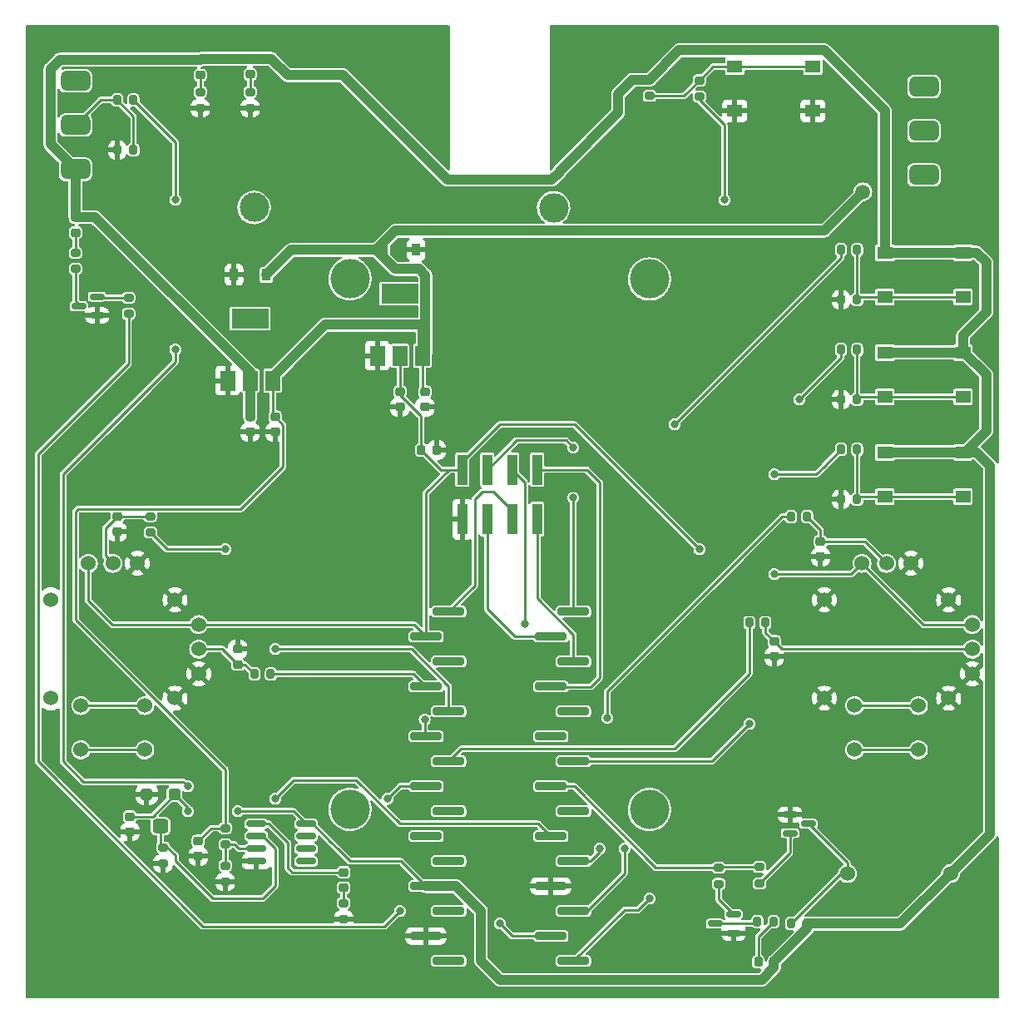
<source format=gbr>
%TF.GenerationSoftware,KiCad,Pcbnew,(6.0.2)*%
%TF.CreationDate,2022-03-26T13:40:34+00:00*%
%TF.ProjectId,controller,636f6e74-726f-46c6-9c65-722e6b696361,V1.2*%
%TF.SameCoordinates,Original*%
%TF.FileFunction,Copper,L1,Top*%
%TF.FilePolarity,Positive*%
%FSLAX46Y46*%
G04 Gerber Fmt 4.6, Leading zero omitted, Abs format (unit mm)*
G04 Created by KiCad (PCBNEW (6.0.2)) date 2022-03-26 13:40:34*
%MOMM*%
%LPD*%
G01*
G04 APERTURE LIST*
G04 Aperture macros list*
%AMRoundRect*
0 Rectangle with rounded corners*
0 $1 Rounding radius*
0 $2 $3 $4 $5 $6 $7 $8 $9 X,Y pos of 4 corners*
0 Add a 4 corners polygon primitive as box body*
4,1,4,$2,$3,$4,$5,$6,$7,$8,$9,$2,$3,0*
0 Add four circle primitives for the rounded corners*
1,1,$1+$1,$2,$3*
1,1,$1+$1,$4,$5*
1,1,$1+$1,$6,$7*
1,1,$1+$1,$8,$9*
0 Add four rect primitives between the rounded corners*
20,1,$1+$1,$2,$3,$4,$5,0*
20,1,$1+$1,$4,$5,$6,$7,0*
20,1,$1+$1,$6,$7,$8,$9,0*
20,1,$1+$1,$8,$9,$2,$3,0*%
G04 Aperture macros list end*
%TA.AperFunction,SMDPad,CuDef*%
%ADD10RoundRect,0.300000X0.300000X0.300000X-0.300000X0.300000X-0.300000X-0.300000X0.300000X-0.300000X0*%
%TD*%
%TA.AperFunction,SMDPad,CuDef*%
%ADD11RoundRect,0.375000X0.425000X0.375000X-0.425000X0.375000X-0.425000X-0.375000X0.425000X-0.375000X0*%
%TD*%
%TA.AperFunction,SMDPad,CuDef*%
%ADD12RoundRect,0.218750X0.256250X-0.218750X0.256250X0.218750X-0.256250X0.218750X-0.256250X-0.218750X0*%
%TD*%
%TA.AperFunction,SMDPad,CuDef*%
%ADD13R,0.900000X1.200000*%
%TD*%
%TA.AperFunction,SMDPad,CuDef*%
%ADD14RoundRect,0.225000X0.250000X-0.225000X0.250000X0.225000X-0.250000X0.225000X-0.250000X-0.225000X0*%
%TD*%
%TA.AperFunction,SMDPad,CuDef*%
%ADD15RoundRect,0.225000X-0.250000X0.225000X-0.250000X-0.225000X0.250000X-0.225000X0.250000X0.225000X0*%
%TD*%
%TA.AperFunction,SMDPad,CuDef*%
%ADD16R,1.550000X1.300000*%
%TD*%
%TA.AperFunction,SMDPad,CuDef*%
%ADD17RoundRect,0.200000X-0.200000X-0.275000X0.200000X-0.275000X0.200000X0.275000X-0.200000X0.275000X0*%
%TD*%
%TA.AperFunction,ComponentPad*%
%ADD18RoundRect,0.500000X-1.000000X0.500000X-1.000000X-0.500000X1.000000X-0.500000X1.000000X0.500000X0*%
%TD*%
%TA.AperFunction,SMDPad,CuDef*%
%ADD19RoundRect,0.200000X0.275000X-0.200000X0.275000X0.200000X-0.275000X0.200000X-0.275000X-0.200000X0*%
%TD*%
%TA.AperFunction,SMDPad,CuDef*%
%ADD20RoundRect,0.200000X-0.275000X0.200000X-0.275000X-0.200000X0.275000X-0.200000X0.275000X0.200000X0*%
%TD*%
%TA.AperFunction,ComponentPad*%
%ADD21C,1.524000*%
%TD*%
%TA.AperFunction,SMDPad,CuDef*%
%ADD22RoundRect,0.200000X1.400000X0.200000X-1.400000X0.200000X-1.400000X-0.200000X1.400000X-0.200000X0*%
%TD*%
%TA.AperFunction,SMDPad,CuDef*%
%ADD23R,1.500000X2.000000*%
%TD*%
%TA.AperFunction,SMDPad,CuDef*%
%ADD24R,3.800000X2.000000*%
%TD*%
%TA.AperFunction,SMDPad,CuDef*%
%ADD25RoundRect,0.150000X0.587500X0.150000X-0.587500X0.150000X-0.587500X-0.150000X0.587500X-0.150000X0*%
%TD*%
%TA.AperFunction,SMDPad,CuDef*%
%ADD26RoundRect,0.200000X0.200000X0.275000X-0.200000X0.275000X-0.200000X-0.275000X0.200000X-0.275000X0*%
%TD*%
%TA.AperFunction,SMDPad,CuDef*%
%ADD27RoundRect,0.218750X-0.218750X-0.256250X0.218750X-0.256250X0.218750X0.256250X-0.218750X0.256250X0*%
%TD*%
%TA.AperFunction,SMDPad,CuDef*%
%ADD28RoundRect,0.162500X-0.825000X-0.162500X0.825000X-0.162500X0.825000X0.162500X-0.825000X0.162500X0*%
%TD*%
%TA.AperFunction,SMDPad,CuDef*%
%ADD29RoundRect,0.225000X-0.225000X-0.250000X0.225000X-0.250000X0.225000X0.250000X-0.225000X0.250000X0*%
%TD*%
%TA.AperFunction,SMDPad,CuDef*%
%ADD30RoundRect,0.150000X-0.587500X-0.150000X0.587500X-0.150000X0.587500X0.150000X-0.587500X0.150000X0*%
%TD*%
%TA.AperFunction,SMDPad,CuDef*%
%ADD31R,1.000000X3.150000*%
%TD*%
%TA.AperFunction,ComponentPad*%
%ADD32RoundRect,0.500000X1.000000X-0.500000X1.000000X0.500000X-1.000000X0.500000X-1.000000X-0.500000X0*%
%TD*%
%TA.AperFunction,WasherPad*%
%ADD33C,3.000000*%
%TD*%
%TA.AperFunction,WasherPad*%
%ADD34C,4.000000*%
%TD*%
%TA.AperFunction,ViaPad*%
%ADD35C,0.800000*%
%TD*%
%TA.AperFunction,ViaPad*%
%ADD36C,1.500000*%
%TD*%
%TA.AperFunction,Conductor*%
%ADD37C,0.250000*%
%TD*%
%TA.AperFunction,Conductor*%
%ADD38C,1.000000*%
%TD*%
G04 APERTURE END LIST*
D10*
%TO.P,RV1,1,1*%
%TO.N,+5V*%
X121823906Y-129077391D03*
D11*
%TO.P,RV1,2,2*%
%TO.N,Net-(R8-Pad2)*%
X120423906Y-132327391D03*
D10*
%TO.P,RV1,3,3*%
%TO.N,Earth*%
X119023906Y-129077391D03*
%TD*%
D12*
%TO.P,D3,1,K*%
%TO.N,Net-(D3-Pad1)*%
X139065000Y-138582500D03*
%TO.P,D3,2,A*%
%TO.N,Net-(D3-Pad2)*%
X139065000Y-137007500D03*
%TD*%
D13*
%TO.P,D6,1,K*%
%TO.N,BAT_PWR*%
X131190000Y-76200000D03*
%TO.P,D6,2,A*%
%TO.N,Earth*%
X127890000Y-76200000D03*
%TD*%
D14*
%TO.P,C4,1*%
%TO.N,Earth*%
X116007060Y-102375000D03*
%TO.P,C4,2*%
%TO.N,Net-(C4-Pad2)*%
X116007060Y-100825000D03*
%TD*%
D15*
%TO.P,C3,1*%
%TO.N,Earth*%
X128270000Y-114310517D03*
%TO.P,C3,2*%
%TO.N,Net-(C3-Pad2)*%
X128270000Y-115860517D03*
%TD*%
D16*
%TO.P,RESET1,1,A*%
%TO.N,Net-(R24-Pad1)*%
X178853326Y-55011602D03*
X186803326Y-55011602D03*
%TO.P,RESET1,2,B*%
%TO.N,Earth*%
X178853326Y-59511602D03*
X186803326Y-59511602D03*
%TD*%
D17*
%TO.P,R1,1*%
%TO.N,Net-(Q1-Pad3)*%
X181169637Y-142016000D03*
%TO.P,R1,2*%
%TO.N,Net-(D1-Pad1)*%
X182819637Y-142016000D03*
%TD*%
D15*
%TO.P,C1,1*%
%TO.N,+5V*%
X117311483Y-131334748D03*
%TO.P,C1,2*%
%TO.N,Earth*%
X117311483Y-132884748D03*
%TD*%
D18*
%TO.P,PWR_SW1,1,A*%
%TO.N,+BATT*%
X198120000Y-57040000D03*
%TO.P,PWR_SW1,2,B*%
%TO.N,BAT_PWR*%
X198120000Y-61540000D03*
%TO.P,PWR_SW1,3,C*%
%TO.N,unconnected-(PWR_SW1-Pad3)*%
X198120000Y-66040000D03*
%TD*%
D17*
%TO.P,R2,1*%
%TO.N,Net-(C3-Pad2)*%
X129985000Y-116840000D03*
%TO.P,R2,2*%
%TO.N,L_PITCH*%
X131635000Y-116840000D03*
%TD*%
D19*
%TO.P,R17,1*%
%TO.N,Net-(R17-Pad1)*%
X127000000Y-134175000D03*
%TO.P,R17,2*%
%TO.N,BAT_PWR*%
X127000000Y-132525000D03*
%TD*%
D17*
%TO.P,R10,1*%
%TO.N,Net-(BZ1-Pad2)*%
X184595000Y-142240000D03*
%TO.P,R10,2*%
%TO.N,+5V*%
X186245000Y-142240000D03*
%TD*%
D19*
%TO.P,R9,1*%
%TO.N,Net-(Q2-Pad2)*%
X181378897Y-138135427D03*
%TO.P,R9,2*%
%TO.N,BUZZER*%
X181378897Y-136485427D03*
%TD*%
D17*
%TO.P,R16,1*%
%TO.N,Earth*%
X189675000Y-78740000D03*
%TO.P,R16,2*%
%TO.N,Net-(Btn_3-Pad2)*%
X191325000Y-78740000D03*
%TD*%
D20*
%TO.P,R3,1*%
%TO.N,Net-(C4-Pad2)*%
X119380000Y-100775000D03*
%TO.P,R3,2*%
%TO.N,L_ROLL*%
X119380000Y-102425000D03*
%TD*%
D19*
%TO.P,R29,1*%
%TO.N,Earth*%
X129540000Y-59245000D03*
%TO.P,R29,2*%
%TO.N,Net-(D5-Pad1)*%
X129540000Y-57595000D03*
%TD*%
D21*
%TO.P,U1,EARTH*%
%TO.N,Earth*%
X109245000Y-119300000D03*
X109245000Y-109300000D03*
X121895000Y-109300000D03*
X121895000Y-119300000D03*
%TO.P,U1,SW1*%
%TO.N,unconnected-(U1-PadSW1)*%
X118820000Y-120050000D03*
X112320000Y-120050000D03*
%TO.P,U1,SW2*%
%TO.N,unconnected-(U1-PadSW2)*%
X118820000Y-124550000D03*
X112320000Y-124550000D03*
%TO.P,U1,X1*%
%TO.N,+3V3*%
X113070000Y-105570000D03*
%TO.P,U1,X2*%
%TO.N,Net-(C4-Pad2)*%
X115570000Y-105570000D03*
%TO.P,U1,X3*%
%TO.N,Earth*%
X118070000Y-105570000D03*
%TO.P,U1,Y1*%
%TO.N,+3V3*%
X124300000Y-111800000D03*
%TO.P,U1,Y2*%
%TO.N,Net-(C3-Pad2)*%
X124300000Y-114300000D03*
%TO.P,U1,Y3*%
%TO.N,Earth*%
X124300000Y-116800000D03*
%TD*%
D19*
%TO.P,R8,1*%
%TO.N,Earth*%
X120650000Y-136125000D03*
%TO.P,R8,2*%
%TO.N,Net-(R8-Pad2)*%
X120650000Y-134475000D03*
%TD*%
D22*
%TO.P,A1,1,D1/TX*%
%TO.N,Btn_1*%
X162440000Y-146050000D03*
%TO.P,A1,2,D0/RX*%
%TO.N,LED_1*%
X160140000Y-143510000D03*
%TO.P,A1,3,~{RESET}*%
%TO.N,RESET*%
X162440000Y-140970000D03*
%TO.P,A1,4,GND*%
%TO.N,Earth*%
X160140000Y-138430000D03*
%TO.P,A1,5,D2*%
%TO.N,NRF_MOSI*%
X162440000Y-135890000D03*
%TO.P,A1,6,D3*%
%TO.N,SW_1*%
X160140000Y-133350000D03*
%TO.P,A1,7,D4*%
%TO.N,unconnected-(A1-Pad7)*%
X162440000Y-130810000D03*
%TO.P,A1,8,D5*%
%TO.N,BUZZER*%
X160140000Y-128270000D03*
%TO.P,A1,9,D6*%
%TO.N,Btn_2*%
X162440000Y-125730000D03*
%TO.P,A1,10,D7*%
%TO.N,unconnected-(A1-Pad10)*%
X160140000Y-123190000D03*
%TO.P,A1,11,D8*%
%TO.N,unconnected-(A1-Pad11)*%
X162440000Y-120650000D03*
%TO.P,A1,12,D9*%
%TO.N,NRF_IRQ*%
X160140000Y-118110000D03*
%TO.P,A1,13,D10*%
%TO.N,NRF_MISO*%
X162440000Y-115570000D03*
%TO.P,A1,14,D11*%
%TO.N,NRF_CE*%
X160140000Y-113030000D03*
%TO.P,A1,15,D12*%
%TO.N,NRF_CSN*%
X162440000Y-110490000D03*
%TO.P,A1,16,D13*%
%TO.N,NRF_SCK*%
X149740000Y-110490000D03*
%TO.P,A1,17,3V3*%
%TO.N,+3V3*%
X147440000Y-113030000D03*
%TO.P,A1,18,AREF*%
%TO.N,unconnected-(A1-Pad18)*%
X149740000Y-115570000D03*
%TO.P,A1,19,A0*%
%TO.N,L_PITCH*%
X147440000Y-118110000D03*
%TO.P,A1,20,A1*%
%TO.N,L_ROLL*%
X149740000Y-120650000D03*
%TO.P,A1,21,A2*%
%TO.N,Btn_3*%
X147440000Y-123190000D03*
%TO.P,A1,22,A3*%
%TO.N,R_PITCH*%
X149740000Y-125730000D03*
%TO.P,A1,23,A4*%
%TO.N,R_ROLL*%
X147440000Y-128270000D03*
%TO.P,A1,24,A5*%
%TO.N,unconnected-(A1-Pad24)*%
X149740000Y-130810000D03*
%TO.P,A1,25,A6*%
%TO.N,unconnected-(A1-Pad25)*%
X147440000Y-133350000D03*
%TO.P,A1,26,A7*%
%TO.N,unconnected-(A1-Pad26)*%
X149740000Y-135890000D03*
%TO.P,A1,27,+5V*%
%TO.N,+5V*%
X147440000Y-138430000D03*
%TO.P,A1,28,~{RESET}*%
%TO.N,unconnected-(A1-Pad28)*%
X149740000Y-140970000D03*
%TO.P,A1,29,GND*%
%TO.N,Earth*%
X147440000Y-143510000D03*
%TO.P,A1,30,VIN*%
%TO.N,unconnected-(A1-Pad30)*%
X149740000Y-146050000D03*
%TD*%
D23*
%TO.P,U5,1,GND*%
%TO.N,Earth*%
X127240000Y-86970000D03*
%TO.P,U5,2,VO*%
%TO.N,+5V*%
X129540000Y-86970000D03*
%TO.P,U5,3,VI*%
%TO.N,BAT_PWR*%
X131840000Y-86970000D03*
D24*
%TO.P,U5,4*%
%TO.N,N/C*%
X129540000Y-80670000D03*
%TD*%
D15*
%TO.P,C2,1*%
%TO.N,BAT_PWR*%
X147320000Y-88125000D03*
%TO.P,C2,2*%
%TO.N,Earth*%
X147320000Y-89675000D03*
%TD*%
D19*
%TO.P,R31,1*%
%TO.N,Net-(Q3-Pad3)*%
X111760384Y-75602671D03*
%TO.P,R31,2*%
%TO.N,Net-(D7-Pad1)*%
X111760384Y-73952671D03*
%TD*%
D25*
%TO.P,Q3,1,E*%
%TO.N,Earth*%
X113967500Y-80325000D03*
%TO.P,Q3,2,B*%
%TO.N,Net-(Q3-Pad2)*%
X113967500Y-78425000D03*
%TO.P,Q3,3,C*%
%TO.N,Net-(Q3-Pad3)*%
X112092500Y-79375000D03*
%TD*%
D23*
%TO.P,U3,1,GND*%
%TO.N,Earth*%
X142480000Y-84430000D03*
%TO.P,U3,2,VO*%
%TO.N,+3V3*%
X144780000Y-84430000D03*
%TO.P,U3,3,VI*%
%TO.N,BAT_PWR*%
X147080000Y-84430000D03*
D24*
%TO.P,U3,4*%
%TO.N,N/C*%
X144780000Y-78130000D03*
%TD*%
D26*
%TO.P,R13,1*%
%TO.N,Net-(Btn_2-Pad2)*%
X191325000Y-83820000D03*
%TO.P,R13,2*%
%TO.N,Btn_2*%
X189675000Y-83820000D03*
%TD*%
D17*
%TO.P,R15,1*%
%TO.N,Earth*%
X189675000Y-88900000D03*
%TO.P,R15,2*%
%TO.N,Net-(Btn_2-Pad2)*%
X191325000Y-88900000D03*
%TD*%
%TO.P,R19,1*%
%TO.N,Net-(R19-Pad1)*%
X116015000Y-58420000D03*
%TO.P,R19,2*%
%TO.N,SW_1*%
X117665000Y-58420000D03*
%TD*%
D20*
%TO.P,R6,1*%
%TO.N,BUZZER*%
X177223152Y-136542748D03*
%TO.P,R6,2*%
%TO.N,Net-(Q1-Pad2)*%
X177223152Y-138192748D03*
%TD*%
D12*
%TO.P,D4,1,K*%
%TO.N,Net-(D4-Pad1)*%
X124460000Y-55880000D03*
%TO.P,D4,2,A*%
%TO.N,+5V*%
X124460000Y-54305000D03*
%TD*%
D21*
%TO.P,BZ1,1,-*%
%TO.N,+5V*%
X200830000Y-137138466D03*
%TO.P,BZ1,2,+*%
%TO.N,Net-(BZ1-Pad2)*%
X190330000Y-137138466D03*
%TD*%
D26*
%TO.P,R5,1*%
%TO.N,Net-(C6-Pad2)*%
X186245000Y-100827383D03*
%TO.P,R5,2*%
%TO.N,R_ROLL*%
X184595000Y-100827383D03*
%TD*%
D20*
%TO.P,R30,1*%
%TO.N,Net-(Q3-Pad2)*%
X117172778Y-78526001D03*
%TO.P,R30,2*%
%TO.N,LED_1*%
X117172778Y-80176001D03*
%TD*%
D14*
%TO.P,C8,1*%
%TO.N,Earth*%
X129540000Y-92215000D03*
%TO.P,C8,2*%
%TO.N,+5V*%
X129540000Y-90665000D03*
%TD*%
D12*
%TO.P,D7,1,K*%
%TO.N,Net-(D7-Pad1)*%
X111760000Y-71907500D03*
%TO.P,D7,2,A*%
%TO.N,+5V*%
X111760000Y-70332500D03*
%TD*%
D17*
%TO.P,R12,1*%
%TO.N,Earth*%
X189675000Y-99060000D03*
%TO.P,R12,2*%
%TO.N,Net-(Btn_1-Pad2)*%
X191325000Y-99060000D03*
%TD*%
D20*
%TO.P,R24,1*%
%TO.N,Net-(R24-Pad1)*%
X175260000Y-56410607D03*
%TO.P,R24,2*%
%TO.N,RESET*%
X175260000Y-58060607D03*
%TD*%
D19*
%TO.P,R26,1*%
%TO.N,Net-(R24-Pad1)*%
X170180000Y-58000869D03*
%TO.P,R26,2*%
%TO.N,+5V*%
X170180000Y-56350869D03*
%TD*%
D15*
%TO.P,C7,1*%
%TO.N,BAT_PWR*%
X132080000Y-90665000D03*
%TO.P,C7,2*%
%TO.N,Earth*%
X132080000Y-92215000D03*
%TD*%
D12*
%TO.P,D5,1,K*%
%TO.N,Net-(D5-Pad1)*%
X129540000Y-55790000D03*
%TO.P,D5,2,A*%
%TO.N,+5V*%
X129540000Y-54215000D03*
%TD*%
D27*
%TO.P,D1,1,K*%
%TO.N,Net-(D1-Pad1)*%
X181267977Y-146148544D03*
%TO.P,D1,2,A*%
%TO.N,+5V*%
X182842977Y-146148544D03*
%TD*%
D21*
%TO.P,U2,EARTH*%
%TO.N,Earth*%
X200635000Y-119300000D03*
X200635000Y-109300000D03*
X187985000Y-119300000D03*
X187985000Y-109300000D03*
%TO.P,U2,SW1*%
%TO.N,unconnected-(U2-PadSW1)*%
X197560000Y-120050000D03*
X191060000Y-120050000D03*
%TO.P,U2,SW2*%
%TO.N,unconnected-(U2-PadSW2)*%
X197560000Y-124550000D03*
X191060000Y-124550000D03*
%TO.P,U2,X1*%
%TO.N,+3V3*%
X191810000Y-105570000D03*
%TO.P,U2,X2*%
%TO.N,Net-(C6-Pad2)*%
X194310000Y-105570000D03*
%TO.P,U2,X3*%
%TO.N,Earth*%
X196810000Y-105570000D03*
%TO.P,U2,Y1*%
%TO.N,+3V3*%
X203040000Y-111800000D03*
%TO.P,U2,Y2*%
%TO.N,Net-(C5-Pad2)*%
X203040000Y-114300000D03*
%TO.P,U2,Y3*%
%TO.N,Earth*%
X203040000Y-116800000D03*
%TD*%
D28*
%TO.P,U4,1*%
%TO.N,Net-(D3-Pad2)*%
X130177500Y-132080000D03*
%TO.P,U4,2,-*%
%TO.N,Net-(R8-Pad2)*%
X130177500Y-133350000D03*
%TO.P,U4,3,+*%
%TO.N,Net-(R17-Pad1)*%
X130177500Y-134620000D03*
%TO.P,U4,4,V-*%
%TO.N,Earth*%
X130177500Y-135890000D03*
%TO.P,U4,5,+*%
%TO.N,unconnected-(U4-Pad5)*%
X135252500Y-135890000D03*
%TO.P,U4,6,-*%
%TO.N,unconnected-(U4-Pad6)*%
X135252500Y-134620000D03*
%TO.P,U4,7*%
%TO.N,unconnected-(U4-Pad7)*%
X135252500Y-133350000D03*
%TO.P,U4,8,V+*%
%TO.N,+5V*%
X135252500Y-132080000D03*
%TD*%
D19*
%TO.P,R20,1*%
%TO.N,Earth*%
X139065000Y-141795000D03*
%TO.P,R20,2*%
%TO.N,Net-(D3-Pad1)*%
X139065000Y-140145000D03*
%TD*%
D26*
%TO.P,R14,1*%
%TO.N,Net-(Btn_3-Pad2)*%
X191325000Y-73660000D03*
%TO.P,R14,2*%
%TO.N,Btn_3*%
X189675000Y-73660000D03*
%TD*%
D29*
%TO.P,C12,1*%
%TO.N,+3V3*%
X146965137Y-94031974D03*
%TO.P,C12,2*%
%TO.N,Earth*%
X148515137Y-94031974D03*
%TD*%
D30*
%TO.P,Q2,1,E*%
%TO.N,Earth*%
X184482500Y-131130000D03*
%TO.P,Q2,2,B*%
%TO.N,Net-(Q2-Pad2)*%
X184482500Y-133030000D03*
%TO.P,Q2,3,C*%
%TO.N,Net-(BZ1-Pad2)*%
X186357500Y-132080000D03*
%TD*%
D19*
%TO.P,R18,1*%
%TO.N,Earth*%
X127000000Y-137985000D03*
%TO.P,R18,2*%
%TO.N,Net-(R17-Pad1)*%
X127000000Y-136335000D03*
%TD*%
D14*
%TO.P,C6,1*%
%TO.N,Earth*%
X187598277Y-104915000D03*
%TO.P,C6,2*%
%TO.N,Net-(C6-Pad2)*%
X187598277Y-103365000D03*
%TD*%
D17*
%TO.P,R21,1*%
%TO.N,Earth*%
X116015000Y-63500000D03*
%TO.P,R21,2*%
%TO.N,Net-(R19-Pad1)*%
X117665000Y-63500000D03*
%TD*%
D14*
%TO.P,C5,1*%
%TO.N,Earth*%
X182880000Y-115075000D03*
%TO.P,C5,2*%
%TO.N,Net-(C5-Pad2)*%
X182880000Y-113525000D03*
%TD*%
D25*
%TO.P,Q1,1,E*%
%TO.N,Earth*%
X178737500Y-143190000D03*
%TO.P,Q1,2,B*%
%TO.N,Net-(Q1-Pad2)*%
X178737500Y-141290000D03*
%TO.P,Q1,3,C*%
%TO.N,Net-(Q1-Pad3)*%
X176862500Y-142240000D03*
%TD*%
D16*
%TO.P,Btn_2,1,A*%
%TO.N,+5V*%
X202095000Y-84110000D03*
X194145000Y-84110000D03*
%TO.P,Btn_2,2,B*%
%TO.N,Net-(Btn_2-Pad2)*%
X202095000Y-88610000D03*
X194145000Y-88610000D03*
%TD*%
D26*
%TO.P,R11,1*%
%TO.N,Net-(Btn_1-Pad2)*%
X191325000Y-93980000D03*
%TO.P,R11,2*%
%TO.N,Btn_1*%
X189675000Y-93980000D03*
%TD*%
D16*
%TO.P,Btn_3,1,A*%
%TO.N,+5V*%
X202095000Y-73950000D03*
X194145000Y-73950000D03*
%TO.P,Btn_3,2,B*%
%TO.N,Net-(Btn_3-Pad2)*%
X194145000Y-78450000D03*
X202095000Y-78450000D03*
%TD*%
D26*
%TO.P,R4,1*%
%TO.N,Net-(C5-Pad2)*%
X181990000Y-111604567D03*
%TO.P,R4,2*%
%TO.N,R_PITCH*%
X180340000Y-111604567D03*
%TD*%
D14*
%TO.P,C13,1*%
%TO.N,Earth*%
X144780000Y-89675000D03*
%TO.P,C13,2*%
%TO.N,+3V3*%
X144780000Y-88125000D03*
%TD*%
D16*
%TO.P,Btn_1,1,A*%
%TO.N,+5V*%
X202095000Y-94270000D03*
X194145000Y-94270000D03*
%TO.P,Btn_1,2,B*%
%TO.N,Net-(Btn_1-Pad2)*%
X202095000Y-98770000D03*
X194145000Y-98770000D03*
%TD*%
D19*
%TO.P,R28,1*%
%TO.N,Earth*%
X124460000Y-59245000D03*
%TO.P,R28,2*%
%TO.N,Net-(D4-Pad1)*%
X124460000Y-57595000D03*
%TD*%
D31*
%TO.P,J1,1,Pin_1*%
%TO.N,Earth*%
X151130000Y-101080000D03*
%TO.P,J1,2,Pin_2*%
%TO.N,+3V3*%
X151130000Y-96030000D03*
%TO.P,J1,3,Pin_3*%
%TO.N,NRF_CE*%
X153670000Y-101080000D03*
%TO.P,J1,4,Pin_4*%
%TO.N,NRF_CSN*%
X153670000Y-96030000D03*
%TO.P,J1,5,Pin_5*%
%TO.N,NRF_SCK*%
X156210000Y-101080000D03*
%TO.P,J1,6,Pin_6*%
%TO.N,NRF_MOSI*%
X156210000Y-96030000D03*
%TO.P,J1,7,Pin_7*%
%TO.N,NRF_MISO*%
X158750000Y-101080000D03*
%TO.P,J1,8,Pin_8*%
%TO.N,NRF_IRQ*%
X158750000Y-96030000D03*
%TD*%
D15*
%TO.P,C9,1*%
%TO.N,BAT_PWR*%
X124260000Y-133845000D03*
%TO.P,C9,2*%
%TO.N,Earth*%
X124260000Y-135395000D03*
%TD*%
D13*
%TO.P,D2,1,K*%
%TO.N,BAT_PWR*%
X143130000Y-73660000D03*
%TO.P,D2,2,A*%
%TO.N,Earth*%
X146430000Y-73660000D03*
%TD*%
D32*
%TO.P,SW1,1,A*%
%TO.N,+5V*%
X111760000Y-65460000D03*
%TO.P,SW1,2,B*%
%TO.N,Net-(R19-Pad1)*%
X111760000Y-60960000D03*
%TO.P,SW1,3,C*%
%TO.N,unconnected-(SW1-Pad3)*%
X111760000Y-56460000D03*
%TD*%
D33*
%TO.P,BT1,*%
%TO.N,*%
X129950000Y-69350000D03*
D34*
X139700000Y-130600000D03*
X139700000Y-76600000D03*
%TD*%
%TO.P,BT2,*%
%TO.N,*%
X170180000Y-76635000D03*
X170180000Y-130635000D03*
D33*
X160430000Y-69385000D03*
%TD*%
D35*
%TO.N,LED_1*%
X154940000Y-142240000D03*
X144780000Y-140970000D03*
%TO.N,Earth*%
X109220000Y-147320000D03*
X163830000Y-80010000D03*
X109220000Y-53340000D03*
X203200000Y-147320000D03*
X203200000Y-53340000D03*
%TO.N,Btn_1*%
X182880000Y-96520000D03*
X170180000Y-139700000D03*
%TO.N,Btn_2*%
X185420000Y-88900000D03*
X180340000Y-121920000D03*
%TO.N,Btn_3*%
X147311432Y-121466444D03*
X172720000Y-91440000D03*
%TO.N,SW_1*%
X121920000Y-83820000D03*
X123190000Y-128270000D03*
X121920000Y-68580000D03*
X132080000Y-129540000D03*
%TO.N,NRF_CSN*%
X162440013Y-93798771D03*
X162438693Y-98904727D03*
%TO.N,+3V3*%
X182880000Y-106680000D03*
X175260000Y-104140000D03*
%TO.N,R_ROLL*%
X143510000Y-129540000D03*
X165901885Y-121312181D03*
%TO.N,L_ROLL*%
X132080000Y-114300000D03*
X127000000Y-104140000D03*
%TO.N,+5V*%
X128270000Y-130810000D03*
X123190000Y-130810000D03*
%TO.N,RESET*%
X167640000Y-134620000D03*
X177800000Y-68580000D03*
%TO.N,NRF_MOSI*%
X165100000Y-134620000D03*
X157480000Y-111760000D03*
D36*
%TO.N,BAT_PWR*%
X191900011Y-67759989D03*
%TD*%
D37*
%TO.N,SW_1*%
X121920000Y-85090000D02*
X121920000Y-83820000D01*
X110490000Y-96520000D02*
X121920000Y-85090000D01*
X110490000Y-125730000D02*
X110490000Y-96520000D01*
X112568291Y-127808291D02*
X110490000Y-125730000D01*
X122728291Y-127808291D02*
X112568291Y-127808291D01*
X123190000Y-128270000D02*
X122728291Y-127808291D01*
%TO.N,+5V*%
X123190000Y-130443485D02*
X123190000Y-130810000D01*
X121687967Y-129274060D02*
X122020575Y-129274060D01*
X119627279Y-131334748D02*
X121687967Y-129274060D01*
X122020575Y-129274060D02*
X123190000Y-130443485D01*
X117311483Y-131334748D02*
X119627279Y-131334748D01*
%TO.N,LED_1*%
X117172778Y-85256001D02*
X107950000Y-94478779D01*
X160140000Y-143510000D02*
X156210000Y-143510000D01*
X156210000Y-143510000D02*
X154940000Y-142240000D01*
X107950000Y-125730000D02*
X124739520Y-142519520D01*
X143230480Y-142519520D02*
X144780000Y-140970000D01*
X117172778Y-80176001D02*
X117172778Y-85256001D01*
X107950000Y-94478779D02*
X107950000Y-125730000D01*
X124739520Y-142519520D02*
X143230480Y-142519520D01*
%TO.N,Btn_1*%
X169030000Y-140850000D02*
X167640000Y-140850000D01*
X187960000Y-95695000D02*
X189675000Y-93980000D01*
X187960000Y-95695000D02*
X187135000Y-96520000D01*
X187135000Y-96520000D02*
X182880000Y-96520000D01*
X167640000Y-140850000D02*
X162440000Y-146050000D01*
X170180000Y-139700000D02*
X169030000Y-140850000D01*
%TO.N,Btn_2*%
X176530000Y-125730000D02*
X180340000Y-121920000D01*
X162440000Y-125730000D02*
X176530000Y-125730000D01*
X185420000Y-88900000D02*
X189675000Y-84645000D01*
X189675000Y-84645000D02*
X189675000Y-83820000D01*
%TO.N,Btn_3*%
X147311432Y-121466444D02*
X147311432Y-123061432D01*
X189675000Y-74485000D02*
X189675000Y-73660000D01*
X172720000Y-91440000D02*
X189675000Y-74485000D01*
X147311432Y-123061432D02*
X147440000Y-123190000D01*
%TO.N,SW_1*%
X133985000Y-127635000D02*
X140335000Y-127635000D01*
X117665000Y-58420000D02*
X121920000Y-62675000D01*
X132080000Y-129540000D02*
X133985000Y-127635000D01*
X158870000Y-132080000D02*
X160140000Y-133350000D01*
X144780000Y-132080000D02*
X158870000Y-132080000D01*
X121920000Y-62675000D02*
X121920000Y-68580000D01*
X140335000Y-127635000D02*
X144780000Y-132080000D01*
%TO.N,NRF_CE*%
X153670000Y-110214312D02*
X153670000Y-101080000D01*
X156485688Y-113030000D02*
X153670000Y-110214312D01*
X160140000Y-113030000D02*
X156485688Y-113030000D01*
%TO.N,NRF_SCK*%
X152400000Y-99060000D02*
X153170166Y-98289834D01*
X153170166Y-98289834D02*
X154278896Y-98289834D01*
X152400000Y-107830000D02*
X152400000Y-99060000D01*
X154278896Y-98289834D02*
X156210000Y-100220938D01*
X156210000Y-100220938D02*
X156210000Y-101080000D01*
X149740000Y-110490000D02*
X152400000Y-107830000D01*
%TO.N,NRF_CSN*%
X161699712Y-93058470D02*
X162440013Y-93798771D01*
X160145081Y-93058470D02*
X161699712Y-93058470D01*
X162438693Y-110488693D02*
X162440000Y-110490000D01*
X153670000Y-96030000D02*
X156641530Y-93058470D01*
X162438693Y-98904727D02*
X162438693Y-110488693D01*
X156641530Y-93058470D02*
X160145081Y-93058470D01*
%TO.N,+3V3*%
X154940000Y-91440000D02*
X151130000Y-95250000D01*
X149798636Y-96030000D02*
X151130000Y-96030000D01*
X146965137Y-94031974D02*
X146965137Y-90607999D01*
X151130000Y-95250000D02*
X151130000Y-96030000D01*
X182880000Y-106680000D02*
X190700000Y-106680000D01*
X144780000Y-84430000D02*
X144780000Y-88125000D01*
X146965137Y-90607999D02*
X144780000Y-88422862D01*
X147440000Y-113030000D02*
X147440000Y-98388636D01*
X203040000Y-111800000D02*
X198040000Y-111800000D01*
X175260000Y-104140000D02*
X162560000Y-91440000D01*
X113070000Y-109380000D02*
X113070000Y-105570000D01*
X162560000Y-91440000D02*
X154940000Y-91440000D01*
X148963163Y-96030000D02*
X151130000Y-96030000D01*
X115490000Y-111800000D02*
X113070000Y-109380000D01*
X198040000Y-111800000D02*
X191810000Y-105570000D01*
X147440000Y-98388636D02*
X149798636Y-96030000D01*
X144780000Y-88422862D02*
X144780000Y-88125000D01*
X190700000Y-106680000D02*
X191810000Y-105570000D01*
X146965137Y-94031974D02*
X148963163Y-96030000D01*
X147440000Y-113030000D02*
X146210000Y-111800000D01*
X146210000Y-111800000D02*
X115490000Y-111800000D01*
%TO.N,BUZZER*%
X162560000Y-128270000D02*
X170832748Y-136542748D01*
X170832748Y-136542748D02*
X177223152Y-136542748D01*
X160140000Y-128270000D02*
X162560000Y-128270000D01*
X177280473Y-136485427D02*
X177223152Y-136542748D01*
X181378897Y-136485427D02*
X177280473Y-136485427D01*
%TO.N,R_ROLL*%
X144780000Y-128270000D02*
X147440000Y-128270000D01*
X184595000Y-100827383D02*
X183652617Y-100827383D01*
X165901885Y-118578115D02*
X165901885Y-121312181D01*
X143510000Y-129540000D02*
X144780000Y-128270000D01*
X183652617Y-100827383D02*
X165901885Y-118578115D01*
%TO.N,R_PITCH*%
X151010000Y-124460000D02*
X172720000Y-124460000D01*
X180340000Y-116840000D02*
X180340000Y-111604567D01*
X172720000Y-124460000D02*
X180340000Y-116840000D01*
X149740000Y-125730000D02*
X151010000Y-124460000D01*
%TO.N,L_ROLL*%
X127000000Y-104140000D02*
X121095000Y-104140000D01*
X121095000Y-104140000D02*
X119380000Y-102425000D01*
X145971783Y-114300000D02*
X132080000Y-114300000D01*
X149740000Y-120650000D02*
X149740000Y-118068217D01*
X149740000Y-118068217D02*
X145971783Y-114300000D01*
%TO.N,L_PITCH*%
X131635000Y-116840000D02*
X146170000Y-116840000D01*
X146170000Y-116840000D02*
X147440000Y-118110000D01*
D38*
%TO.N,+5V*%
X204844281Y-95624281D02*
X204844281Y-133124185D01*
X195728466Y-142240000D02*
X186245000Y-142240000D01*
D37*
X137728928Y-133918928D02*
X135890000Y-132080000D01*
D38*
X202095000Y-84110000D02*
X194145000Y-84110000D01*
X194145000Y-73950000D02*
X202095000Y-73950000D01*
X204470000Y-74930000D02*
X204470000Y-80010000D01*
X202095000Y-94270000D02*
X194145000Y-94270000D01*
X167005000Y-59690000D02*
X167005000Y-57785000D01*
X204470000Y-86360000D02*
X202220000Y-84110000D01*
X187960000Y-53340000D02*
X173190869Y-53340000D01*
X138992864Y-55880000D02*
X149652884Y-66540020D01*
X160227116Y-66540020D02*
X161028756Y-65738380D01*
X187960000Y-53340000D02*
X194145000Y-59525000D01*
X168439131Y-56350869D02*
X170180000Y-56350869D01*
X111760000Y-70332500D02*
X113751522Y-70332500D01*
X124550000Y-54215000D02*
X129540000Y-54215000D01*
X133350000Y-55880000D02*
X138992864Y-55880000D01*
X200830000Y-137138466D02*
X195728466Y-142240000D01*
X173190869Y-53340000D02*
X170180000Y-56350869D01*
X129540000Y-86970000D02*
X129540000Y-90665000D01*
X202095000Y-82385000D02*
X202095000Y-84110000D01*
D37*
X124460000Y-54305000D02*
X124550000Y-54215000D01*
D38*
X186245000Y-142240000D02*
X186245000Y-142746521D01*
X109220000Y-62920000D02*
X111760000Y-65460000D01*
X153035000Y-140970000D02*
X150495000Y-138430000D01*
X202220000Y-84110000D02*
X202095000Y-84110000D01*
X202275000Y-94270000D02*
X204470000Y-92075000D01*
X204470000Y-92075000D02*
X204470000Y-86360000D01*
D37*
X133982500Y-130810000D02*
X128270000Y-130810000D01*
D38*
X186245000Y-142746521D02*
X182842977Y-146148544D01*
X167005000Y-57785000D02*
X168439131Y-56350869D01*
X161028756Y-65738380D02*
X161028756Y-65666244D01*
X181610000Y-147955000D02*
X154940000Y-147955000D01*
X202095000Y-73950000D02*
X203490000Y-73950000D01*
X124460000Y-54305000D02*
X110160000Y-54305000D01*
X203490000Y-94270000D02*
X204844281Y-95624281D01*
X203490000Y-73950000D02*
X204470000Y-74930000D01*
X202095000Y-94270000D02*
X202275000Y-94270000D01*
X149652884Y-66540020D02*
X160227116Y-66540020D01*
D37*
X139700000Y-135890000D02*
X138430000Y-134620000D01*
D38*
X129540000Y-54215000D02*
X131685000Y-54215000D01*
D37*
X135252500Y-132080000D02*
X133982500Y-130810000D01*
D38*
X110160000Y-54305000D02*
X109220000Y-55245000D01*
D37*
X137728928Y-133918928D02*
X138430000Y-134620000D01*
X135890000Y-132080000D02*
X135252500Y-132080000D01*
D38*
X109220000Y-55245000D02*
X109220000Y-62920000D01*
X111760000Y-65460000D02*
X111760000Y-70332500D01*
X202095000Y-94270000D02*
X203490000Y-94270000D01*
X129540000Y-86120978D02*
X129540000Y-86970000D01*
X161028756Y-65666244D02*
X167005000Y-59690000D01*
X150495000Y-138430000D02*
X147440000Y-138430000D01*
X204470000Y-80010000D02*
X202095000Y-82385000D01*
X194145000Y-59525000D02*
X194145000Y-73950000D01*
X182842977Y-146722023D02*
X181610000Y-147955000D01*
X131685000Y-54215000D02*
X133350000Y-55880000D01*
X154940000Y-147955000D02*
X153035000Y-146050000D01*
X153035000Y-146050000D02*
X153035000Y-140970000D01*
D37*
X147440000Y-138430000D02*
X144900000Y-135890000D01*
D38*
X182842977Y-146148544D02*
X182842977Y-146722023D01*
D37*
X144900000Y-135890000D02*
X139700000Y-135890000D01*
D38*
X204844281Y-133124185D02*
X200830000Y-137138466D01*
X113751522Y-70332500D02*
X129540000Y-86120978D01*
D37*
%TO.N,RESET*%
X163830000Y-140970000D02*
X167640000Y-137160000D01*
X177800000Y-60960000D02*
X175260000Y-58420000D01*
X167640000Y-137160000D02*
X167640000Y-134620000D01*
X177800000Y-68580000D02*
X177800000Y-60960000D01*
X175260000Y-58420000D02*
X175260000Y-58060607D01*
X162440000Y-140970000D02*
X163830000Y-140970000D01*
%TO.N,Net-(BZ1-Pad2)*%
X189696534Y-137138466D02*
X190330000Y-137138466D01*
X186357500Y-132080000D02*
X190330000Y-136052500D01*
X190330000Y-136052500D02*
X190330000Y-137138466D01*
X184595000Y-142240000D02*
X189696534Y-137138466D01*
%TO.N,Net-(C3-Pad2)*%
X128270000Y-115860517D02*
X129005517Y-115860517D01*
X129005517Y-115860517D02*
X129985000Y-116840000D01*
X124300000Y-114300000D02*
X126709483Y-114300000D01*
X126709483Y-114300000D02*
X128270000Y-115860517D01*
%TO.N,Net-(C4-Pad2)*%
X114808001Y-102024059D02*
X114808001Y-104808001D01*
X116057060Y-100775000D02*
X119380000Y-100775000D01*
X116007060Y-100825000D02*
X116057060Y-100775000D01*
X114808001Y-104808001D02*
X115570000Y-105570000D01*
X116007060Y-100825000D02*
X114808001Y-102024059D01*
%TO.N,Net-(C5-Pad2)*%
X181990000Y-111604567D02*
X181990000Y-112635000D01*
X181990000Y-112635000D02*
X182880000Y-113525000D01*
X182880000Y-113525000D02*
X183655000Y-114300000D01*
X183655000Y-114300000D02*
X203040000Y-114300000D01*
%TO.N,Net-(C6-Pad2)*%
X194310000Y-105570000D02*
X192105000Y-103365000D01*
X192105000Y-103365000D02*
X187598277Y-103365000D01*
X187598277Y-103365000D02*
X187598277Y-102180660D01*
X187598277Y-102180660D02*
X186245000Y-100827383D01*
%TO.N,Net-(D1-Pad1)*%
X181267977Y-143567660D02*
X182819637Y-142016000D01*
X181267977Y-146148544D02*
X181267977Y-143567660D01*
%TO.N,Net-(D4-Pad1)*%
X124460000Y-55880000D02*
X124460000Y-57595000D01*
%TO.N,Net-(D5-Pad1)*%
X129540000Y-55790000D02*
X129540000Y-57595000D01*
%TO.N,Net-(D7-Pad1)*%
X111760384Y-71907884D02*
X111760000Y-71907500D01*
X111760384Y-73952671D02*
X111760384Y-71907884D01*
%TO.N,NRF_MISO*%
X158750000Y-109141783D02*
X158750000Y-101080000D01*
X162440000Y-115570000D02*
X162440000Y-112831783D01*
X162440000Y-112831783D02*
X158750000Y-109141783D01*
%TO.N,NRF_IRQ*%
X160140000Y-118110000D02*
X160155966Y-118125966D01*
X160155966Y-118125966D02*
X164228793Y-118125966D01*
X158750000Y-96030000D02*
X163816057Y-96030000D01*
X163816057Y-96030000D02*
X165100000Y-97313943D01*
X165100000Y-97313943D02*
X165100000Y-99806047D01*
X165100000Y-116840000D02*
X165100000Y-106680000D01*
X165100000Y-106680000D02*
X165100000Y-99806047D01*
X164228793Y-118125966D02*
X165100000Y-117254759D01*
X165100000Y-117254759D02*
X165100000Y-116840000D01*
%TO.N,NRF_MOSI*%
X164176793Y-135890000D02*
X162440000Y-135890000D01*
X156210000Y-96030000D02*
X157480000Y-97300000D01*
X165100000Y-134966793D02*
X164176793Y-135890000D01*
X165100000Y-134620000D02*
X165100000Y-134966793D01*
X157480000Y-97300000D02*
X157480000Y-111760000D01*
%TO.N,Net-(Q1-Pad2)*%
X177223152Y-139775652D02*
X178737500Y-141290000D01*
X177223152Y-138192748D02*
X177223152Y-139775652D01*
%TO.N,Net-(Q1-Pad3)*%
X176862500Y-142240000D02*
X180945637Y-142240000D01*
X180945637Y-142240000D02*
X181169637Y-142016000D01*
%TO.N,Net-(Q2-Pad2)*%
X184482500Y-133030000D02*
X184482500Y-135031824D01*
X184482500Y-135031824D02*
X181378897Y-138135427D01*
%TO.N,Net-(Btn_1-Pad2)*%
X202095000Y-98770000D02*
X194145000Y-98770000D01*
X194145000Y-98770000D02*
X191615000Y-98770000D01*
X191325000Y-99060000D02*
X191325000Y-93980000D01*
X191615000Y-98770000D02*
X191325000Y-99060000D01*
%TO.N,Net-(Btn_2-Pad2)*%
X191325000Y-88900000D02*
X191615000Y-88610000D01*
X194145000Y-88610000D02*
X202095000Y-88610000D01*
X191615000Y-88610000D02*
X194145000Y-88610000D01*
X191325000Y-83820000D02*
X191325000Y-88900000D01*
%TO.N,Net-(Btn_3-Pad2)*%
X194145000Y-78450000D02*
X202095000Y-78450000D01*
X191325000Y-78740000D02*
X191615000Y-78450000D01*
X191615000Y-78450000D02*
X194145000Y-78450000D01*
X191325000Y-73660000D02*
X191325000Y-78740000D01*
%TO.N,Net-(R19-Pad1)*%
X111760000Y-60960000D02*
X114300000Y-58420000D01*
X114300000Y-58420000D02*
X116015000Y-58420000D01*
X117665000Y-60070000D02*
X117665000Y-63500000D01*
X116015000Y-58420000D02*
X117665000Y-60070000D01*
%TO.N,unconnected-(U1-PadSW1)*%
X112320000Y-120050000D02*
X118820000Y-120050000D01*
%TO.N,unconnected-(U1-PadSW2)*%
X118820000Y-124550000D02*
X112320000Y-124550000D01*
%TO.N,unconnected-(U2-PadSW1)*%
X191060000Y-120050000D02*
X197560000Y-120050000D01*
%TO.N,unconnected-(U2-PadSW2)*%
X197560000Y-124550000D02*
X191060000Y-124550000D01*
%TO.N,Net-(R24-Pad1)*%
X175260000Y-56410607D02*
X176659005Y-55011602D01*
X186803326Y-55011602D02*
X178853326Y-55011602D01*
X170180000Y-58000869D02*
X173669738Y-58000869D01*
X173669738Y-58000869D02*
X175260000Y-56410607D01*
X176659005Y-55011602D02*
X178853326Y-55011602D01*
%TO.N,BAT_PWR*%
X147080000Y-84430000D02*
X147080000Y-87885000D01*
X124260000Y-133845000D02*
X125580000Y-132525000D01*
D38*
X131840000Y-86600000D02*
X131840000Y-86970000D01*
X144329520Y-75609520D02*
X146729520Y-75609520D01*
X147080000Y-84430000D02*
X147080000Y-81280000D01*
D37*
X131840000Y-86970000D02*
X131840000Y-90425000D01*
D38*
X146729520Y-75609520D02*
X147379511Y-76259511D01*
X142380000Y-73660000D02*
X144329520Y-75609520D01*
D37*
X125580000Y-132525000D02*
X127000000Y-132525000D01*
X131840000Y-90425000D02*
X132080000Y-90665000D01*
D38*
X142380000Y-73660000D02*
X133730000Y-73660000D01*
X137160000Y-81280000D02*
X131840000Y-86600000D01*
D37*
X127000000Y-132525000D02*
X127000000Y-126550480D01*
D38*
X187949520Y-71710480D02*
X144329520Y-71710480D01*
D37*
X111760000Y-111310480D02*
X111760000Y-100330000D01*
D38*
X147080000Y-81280000D02*
X137160000Y-81280000D01*
X133730000Y-73660000D02*
X131190000Y-76200000D01*
X147379511Y-84130489D02*
X147080000Y-84430000D01*
X147379511Y-76259511D02*
X147379511Y-84130489D01*
D37*
X147080000Y-87885000D02*
X147320000Y-88125000D01*
X132879520Y-95720480D02*
X132879520Y-91464520D01*
X132879520Y-91464520D02*
X132080000Y-90665000D01*
X127000000Y-126550480D02*
X111760000Y-111310480D01*
D38*
X144329520Y-71710480D02*
X142380000Y-73660000D01*
D37*
X128549520Y-100050480D02*
X132879520Y-95720480D01*
X112039520Y-100050480D02*
X128549520Y-100050480D01*
D38*
X191900011Y-67759989D02*
X187949520Y-71710480D01*
D37*
X111760000Y-100330000D02*
X112039520Y-100050480D01*
%TO.N,Net-(D3-Pad1)*%
X139065000Y-138582500D02*
X139065000Y-140145000D01*
%TO.N,Net-(D3-Pad2)*%
X133832500Y-137007500D02*
X139065000Y-137007500D01*
X133350000Y-133985000D02*
X133350000Y-136525000D01*
X131445000Y-132080000D02*
X130177500Y-132080000D01*
X131445000Y-132080000D02*
X133350000Y-133985000D01*
X133350000Y-136525000D02*
X133832500Y-137007500D01*
%TO.N,Net-(R17-Pad1)*%
X130177500Y-134620000D02*
X128395443Y-134620000D01*
X127000000Y-136335000D02*
X127000000Y-134175000D01*
X127950443Y-134175000D02*
X127000000Y-134175000D01*
X128395443Y-134620000D02*
X127950443Y-134175000D01*
%TO.N,Net-(R8-Pad2)*%
X121920000Y-135255000D02*
X121140000Y-134475000D01*
X132080000Y-134620000D02*
X132080000Y-138430000D01*
X130810000Y-133350000D02*
X132080000Y-134620000D01*
X120392605Y-134217605D02*
X120650000Y-134475000D01*
X121920000Y-135890000D02*
X121920000Y-135255000D01*
X120417202Y-134242202D02*
X120650000Y-134475000D01*
X125730000Y-139700000D02*
X121920000Y-135890000D01*
X120417202Y-132524060D02*
X120417202Y-134242202D01*
X132080000Y-138430000D02*
X130810000Y-139700000D01*
X130177500Y-133350000D02*
X130810000Y-133350000D01*
X130810000Y-139700000D02*
X125730000Y-139700000D01*
X121140000Y-134475000D02*
X120650000Y-134475000D01*
%TO.N,Net-(Q3-Pad2)*%
X114090532Y-78390282D02*
X114226251Y-78526001D01*
X114226251Y-78526001D02*
X117172778Y-78526001D01*
%TO.N,Net-(Q3-Pad3)*%
X111760384Y-75602671D02*
X111760384Y-78885134D01*
X111760384Y-78885134D02*
X112215532Y-79340282D01*
%TD*%
%TA.AperFunction,Conductor*%
%TO.N,Earth*%
G36*
X149802121Y-50830002D02*
G01*
X149848614Y-50883658D01*
X149860000Y-50936000D01*
X149860000Y-65452290D01*
X149839998Y-65520411D01*
X149786342Y-65566904D01*
X149716068Y-65577008D01*
X149651488Y-65547514D01*
X149644905Y-65541385D01*
X144633408Y-60529887D01*
X139508446Y-55404925D01*
X139502592Y-55398659D01*
X139470029Y-55361331D01*
X139465033Y-55355604D01*
X139413391Y-55319310D01*
X139408106Y-55315384D01*
X139364388Y-55281105D01*
X139364384Y-55281103D01*
X139358407Y-55276416D01*
X139351484Y-55273290D01*
X139348536Y-55271505D01*
X139335576Y-55264113D01*
X139332530Y-55262480D01*
X139326317Y-55258113D01*
X139267497Y-55235180D01*
X139261418Y-55232624D01*
X139240860Y-55223342D01*
X139203880Y-55206645D01*
X139196409Y-55205260D01*
X139193141Y-55204236D01*
X139178700Y-55200123D01*
X139175427Y-55199283D01*
X139168351Y-55196524D01*
X139123681Y-55190644D01*
X139105758Y-55188284D01*
X139099241Y-55187252D01*
X139044639Y-55177132D01*
X139037172Y-55175748D01*
X139029592Y-55176185D01*
X139029591Y-55176185D01*
X138975720Y-55179291D01*
X138968468Y-55179500D01*
X133692347Y-55179500D01*
X133624226Y-55159498D01*
X133603252Y-55142595D01*
X132200582Y-53739925D01*
X132194728Y-53733659D01*
X132162165Y-53696331D01*
X132157169Y-53690604D01*
X132105527Y-53654310D01*
X132100242Y-53650384D01*
X132056524Y-53616105D01*
X132056520Y-53616103D01*
X132050543Y-53611416D01*
X132043620Y-53608290D01*
X132040672Y-53606505D01*
X132027712Y-53599113D01*
X132024666Y-53597480D01*
X132018453Y-53593113D01*
X131959633Y-53570180D01*
X131953554Y-53567624D01*
X131896016Y-53541645D01*
X131888545Y-53540260D01*
X131885277Y-53539236D01*
X131870836Y-53535123D01*
X131867563Y-53534283D01*
X131860487Y-53531524D01*
X131815817Y-53525644D01*
X131797894Y-53523284D01*
X131791377Y-53522252D01*
X131736775Y-53512132D01*
X131729308Y-53510748D01*
X131721728Y-53511185D01*
X131721727Y-53511185D01*
X131667856Y-53514291D01*
X131660604Y-53514500D01*
X124507484Y-53514500D01*
X124381680Y-53529724D01*
X124223077Y-53589655D01*
X124221373Y-53590826D01*
X124165702Y-53604500D01*
X110188641Y-53604500D01*
X110180071Y-53604208D01*
X110179211Y-53604149D01*
X110123070Y-53600322D01*
X110115593Y-53601627D01*
X110115590Y-53601627D01*
X110060870Y-53611177D01*
X110054346Y-53612140D01*
X109999221Y-53618811D01*
X109999218Y-53618812D01*
X109991680Y-53619724D01*
X109984578Y-53622408D01*
X109981242Y-53623227D01*
X109966785Y-53627183D01*
X109963528Y-53628166D01*
X109956047Y-53629472D01*
X109949095Y-53632524D01*
X109949094Y-53632524D01*
X109898233Y-53654849D01*
X109892128Y-53657340D01*
X109840189Y-53676967D01*
X109840185Y-53676969D01*
X109833077Y-53679655D01*
X109826813Y-53683960D01*
X109823774Y-53685549D01*
X109810701Y-53692824D01*
X109807750Y-53694569D01*
X109800798Y-53697621D01*
X109794770Y-53702246D01*
X109794769Y-53702247D01*
X109750727Y-53736042D01*
X109745391Y-53739919D01*
X109699614Y-53771381D01*
X109699608Y-53771386D01*
X109693349Y-53775688D01*
X109688294Y-53781362D01*
X109652400Y-53821648D01*
X109647419Y-53826925D01*
X108744919Y-54729424D01*
X108738653Y-54735277D01*
X108695604Y-54772831D01*
X108659317Y-54824463D01*
X108655384Y-54829758D01*
X108621105Y-54873476D01*
X108621103Y-54873480D01*
X108616416Y-54879457D01*
X108613290Y-54886380D01*
X108611505Y-54889328D01*
X108604113Y-54902288D01*
X108602480Y-54905334D01*
X108598113Y-54911547D01*
X108588773Y-54935502D01*
X108575180Y-54970366D01*
X108572625Y-54976445D01*
X108546645Y-55033984D01*
X108545260Y-55041455D01*
X108544236Y-55044723D01*
X108540123Y-55059164D01*
X108539283Y-55062437D01*
X108536524Y-55069513D01*
X108532765Y-55098068D01*
X108528284Y-55132106D01*
X108527252Y-55138623D01*
X108515748Y-55200692D01*
X108516185Y-55208272D01*
X108516185Y-55208273D01*
X108519291Y-55262144D01*
X108519500Y-55269396D01*
X108519500Y-62891359D01*
X108519208Y-62899929D01*
X108515322Y-62956930D01*
X108516627Y-62964406D01*
X108516627Y-62964409D01*
X108526178Y-63019132D01*
X108527141Y-63025658D01*
X108534724Y-63088320D01*
X108537409Y-63095427D01*
X108538218Y-63098720D01*
X108542177Y-63113191D01*
X108543166Y-63116467D01*
X108544473Y-63123954D01*
X108547528Y-63130913D01*
X108547528Y-63130914D01*
X108569847Y-63181760D01*
X108572339Y-63187866D01*
X108576334Y-63198437D01*
X108594655Y-63246923D01*
X108598954Y-63253178D01*
X108600535Y-63256203D01*
X108607825Y-63269299D01*
X108609566Y-63272243D01*
X108612621Y-63279202D01*
X108617246Y-63285230D01*
X108617247Y-63285231D01*
X108651042Y-63329273D01*
X108654919Y-63334609D01*
X108686381Y-63380386D01*
X108686386Y-63380392D01*
X108690688Y-63386651D01*
X108696362Y-63391706D01*
X108736657Y-63427608D01*
X108741933Y-63432589D01*
X110031519Y-64722175D01*
X110065545Y-64784487D01*
X110065932Y-64831384D01*
X110066171Y-64831406D01*
X110059500Y-64904007D01*
X110059501Y-66015992D01*
X110059764Y-66018850D01*
X110059764Y-66018859D01*
X110061349Y-66036111D01*
X110066171Y-66088594D01*
X110068170Y-66094972D01*
X110068170Y-66094973D01*
X110104390Y-66210549D01*
X110116873Y-66250383D01*
X110204703Y-66395408D01*
X110324592Y-66515297D01*
X110469617Y-66603127D01*
X110476864Y-66605398D01*
X110476866Y-66605399D01*
X110542106Y-66625844D01*
X110631406Y-66653829D01*
X110704007Y-66660500D01*
X110933500Y-66660500D01*
X111001621Y-66680502D01*
X111048114Y-66734158D01*
X111059500Y-66786500D01*
X111059500Y-70323781D01*
X111059498Y-70324441D01*
X111059031Y-70413605D01*
X111060804Y-70420989D01*
X111067697Y-70449703D01*
X111070265Y-70463977D01*
X111074724Y-70500820D01*
X111077409Y-70507925D01*
X111079221Y-70515303D01*
X111078260Y-70515539D01*
X111084500Y-70549703D01*
X111084500Y-70584246D01*
X111100049Y-70682420D01*
X111160342Y-70800751D01*
X111254249Y-70894658D01*
X111372580Y-70954951D01*
X111382369Y-70956501D01*
X111382371Y-70956502D01*
X111445940Y-70966570D01*
X111485189Y-70979665D01*
X111500408Y-70987723D01*
X111500410Y-70987724D01*
X111507119Y-70991276D01*
X111514481Y-70993125D01*
X111514483Y-70993126D01*
X111538904Y-70999260D01*
X111553973Y-71004069D01*
X111584513Y-71015976D01*
X111593985Y-71017223D01*
X111604276Y-71018578D01*
X111669204Y-71047301D01*
X111708295Y-71106566D01*
X111709140Y-71177557D01*
X111671470Y-71237736D01*
X111607244Y-71267995D01*
X111587830Y-71269500D01*
X111470754Y-71269500D01*
X111372580Y-71285049D01*
X111254249Y-71345342D01*
X111160342Y-71439249D01*
X111100049Y-71557580D01*
X111084500Y-71655754D01*
X111084500Y-72159246D01*
X111100049Y-72257420D01*
X111160342Y-72375751D01*
X111254249Y-72469658D01*
X111263080Y-72474158D01*
X111263082Y-72474159D01*
X111366087Y-72526643D01*
X111417702Y-72575392D01*
X111434884Y-72638910D01*
X111434884Y-73252806D01*
X111414882Y-73320927D01*
X111362040Y-73366715D01*
X111360080Y-73367025D01*
X111247042Y-73424621D01*
X111157334Y-73514329D01*
X111099738Y-73627367D01*
X111084884Y-73721152D01*
X111084885Y-74184189D01*
X111099738Y-74277975D01*
X111157334Y-74391013D01*
X111247042Y-74480721D01*
X111360080Y-74538317D01*
X111369869Y-74539867D01*
X111369871Y-74539868D01*
X111397233Y-74544201D01*
X111453865Y-74553171D01*
X111760322Y-74553171D01*
X112066902Y-74553170D01*
X112071796Y-74552395D01*
X112150890Y-74539869D01*
X112150892Y-74539868D01*
X112160688Y-74538317D01*
X112273726Y-74480721D01*
X112363434Y-74391013D01*
X112421030Y-74277975D01*
X112424505Y-74256038D01*
X112435109Y-74189083D01*
X112435884Y-74184190D01*
X112435883Y-73721153D01*
X112421030Y-73627367D01*
X112363434Y-73514329D01*
X112273726Y-73424621D01*
X112160688Y-73367025D01*
X112161734Y-73364972D01*
X112114340Y-73332563D01*
X112086705Y-73267165D01*
X112085884Y-73252806D01*
X112085884Y-72638518D01*
X112105886Y-72570397D01*
X112154680Y-72526252D01*
X112265751Y-72469658D01*
X112359658Y-72375751D01*
X112419951Y-72257420D01*
X112435500Y-72159246D01*
X112435500Y-71655754D01*
X112419951Y-71557580D01*
X112359658Y-71439249D01*
X112265751Y-71345342D01*
X112147420Y-71285049D01*
X112137629Y-71283498D01*
X112137628Y-71283498D01*
X112137479Y-71283475D01*
X112137317Y-71283449D01*
X112136970Y-71283284D01*
X112128194Y-71280433D01*
X112128563Y-71279299D01*
X112073164Y-71253036D01*
X112035637Y-71192768D01*
X112036651Y-71121779D01*
X112075884Y-71062607D01*
X112140879Y-71034039D01*
X112157028Y-71033000D01*
X113409176Y-71033000D01*
X113477297Y-71053002D01*
X113498271Y-71069905D01*
X127675270Y-85246905D01*
X127709296Y-85309217D01*
X127704231Y-85380032D01*
X127661684Y-85436868D01*
X127595164Y-85461679D01*
X127586175Y-85462000D01*
X127512115Y-85462000D01*
X127496876Y-85466475D01*
X127495671Y-85467865D01*
X127494000Y-85475548D01*
X127494000Y-88459884D01*
X127498475Y-88475123D01*
X127499865Y-88476328D01*
X127507548Y-88477999D01*
X128034669Y-88477999D01*
X128041490Y-88477629D01*
X128092352Y-88472105D01*
X128107604Y-88468479D01*
X128228054Y-88423324D01*
X128243649Y-88414786D01*
X128345724Y-88338285D01*
X128358285Y-88325724D01*
X128434786Y-88223649D01*
X128443325Y-88208052D01*
X128456168Y-88173793D01*
X128498809Y-88117028D01*
X128565370Y-88092328D01*
X128634719Y-88107535D01*
X128644990Y-88115237D01*
X128645448Y-88114552D01*
X128711769Y-88158867D01*
X128723938Y-88161288D01*
X128723939Y-88161288D01*
X128738082Y-88164101D01*
X128800992Y-88197009D01*
X128836123Y-88258704D01*
X128839500Y-88287680D01*
X128839500Y-90707516D01*
X128854724Y-90833320D01*
X128857408Y-90840423D01*
X128859221Y-90847805D01*
X128858261Y-90848041D01*
X128864500Y-90882203D01*
X128864500Y-90923488D01*
X128874060Y-90983851D01*
X128877679Y-91006695D01*
X128880281Y-91023126D01*
X128941472Y-91143220D01*
X128952774Y-91154522D01*
X128986800Y-91216834D01*
X128981735Y-91287649D01*
X128939188Y-91344485D01*
X128929982Y-91350762D01*
X128837821Y-91407793D01*
X128826426Y-91416824D01*
X128716014Y-91527429D01*
X128707002Y-91538840D01*
X128624996Y-91671880D01*
X128618849Y-91685061D01*
X128569509Y-91833814D01*
X128566642Y-91847190D01*
X128557328Y-91938097D01*
X128557071Y-91943126D01*
X128561475Y-91958124D01*
X128562865Y-91959329D01*
X128570548Y-91961000D01*
X130504885Y-91961000D01*
X130520124Y-91956525D01*
X130521329Y-91955135D01*
X130523000Y-91947452D01*
X130523000Y-91944562D01*
X130522663Y-91938047D01*
X130513106Y-91845943D01*
X130510212Y-91832544D01*
X130460619Y-91683893D01*
X130454445Y-91670714D01*
X130372212Y-91537827D01*
X130363176Y-91526426D01*
X130252571Y-91416014D01*
X130241160Y-91407002D01*
X130150168Y-91350914D01*
X130102675Y-91298142D01*
X130091251Y-91228070D01*
X130119525Y-91162946D01*
X130127189Y-91154559D01*
X130138528Y-91143220D01*
X130199719Y-91023126D01*
X130202322Y-91006695D01*
X130205940Y-90983851D01*
X130215500Y-90923488D01*
X130215500Y-90883799D01*
X130219459Y-90852464D01*
X130220718Y-90847561D01*
X130223476Y-90840487D01*
X130240500Y-90711174D01*
X130240500Y-88287680D01*
X130260502Y-88219559D01*
X130314158Y-88173066D01*
X130341918Y-88164101D01*
X130356061Y-88161288D01*
X130356062Y-88161288D01*
X130368231Y-88158867D01*
X130434552Y-88114552D01*
X130478867Y-88048231D01*
X130490500Y-87989748D01*
X130490500Y-85950252D01*
X130485368Y-85924452D01*
X130481288Y-85903939D01*
X130481288Y-85903938D01*
X130478867Y-85891769D01*
X130434552Y-85825448D01*
X130368231Y-85781133D01*
X130356062Y-85778712D01*
X130356061Y-85778712D01*
X130315816Y-85770707D01*
X130309748Y-85769500D01*
X130215441Y-85769500D01*
X130147320Y-85749498D01*
X130115476Y-85720200D01*
X130108955Y-85711701D01*
X130105081Y-85706369D01*
X130073619Y-85660592D01*
X130073614Y-85660586D01*
X130069312Y-85654327D01*
X130023342Y-85613369D01*
X130018067Y-85608389D01*
X126099426Y-81689748D01*
X127439500Y-81689748D01*
X127451133Y-81748231D01*
X127495448Y-81814552D01*
X127561769Y-81858867D01*
X127573938Y-81861288D01*
X127573939Y-81861288D01*
X127614184Y-81869293D01*
X127620252Y-81870500D01*
X131459748Y-81870500D01*
X131465816Y-81869293D01*
X131506061Y-81861288D01*
X131506062Y-81861288D01*
X131518231Y-81858867D01*
X131584552Y-81814552D01*
X131628867Y-81748231D01*
X131640500Y-81689748D01*
X131640500Y-79650252D01*
X131635779Y-79626518D01*
X131631288Y-79603939D01*
X131631288Y-79603938D01*
X131628867Y-79591769D01*
X131584552Y-79525448D01*
X131518231Y-79481133D01*
X131506062Y-79478712D01*
X131506061Y-79478712D01*
X131465816Y-79470707D01*
X131459748Y-79469500D01*
X127620252Y-79469500D01*
X127614184Y-79470707D01*
X127573939Y-79478712D01*
X127573938Y-79478712D01*
X127561769Y-79481133D01*
X127495448Y-79525448D01*
X127451133Y-79591769D01*
X127448712Y-79603938D01*
X127448712Y-79603939D01*
X127444221Y-79626518D01*
X127439500Y-79650252D01*
X127439500Y-81689748D01*
X126099426Y-81689748D01*
X121254348Y-76844669D01*
X126932001Y-76844669D01*
X126932371Y-76851490D01*
X126937895Y-76902352D01*
X126941521Y-76917604D01*
X126986676Y-77038054D01*
X126995214Y-77053649D01*
X127071715Y-77155724D01*
X127084276Y-77168285D01*
X127186351Y-77244786D01*
X127201946Y-77253324D01*
X127322394Y-77298478D01*
X127337649Y-77302105D01*
X127388514Y-77307631D01*
X127395328Y-77308000D01*
X127617885Y-77308000D01*
X127633124Y-77303525D01*
X127634329Y-77302135D01*
X127636000Y-77294452D01*
X127636000Y-77289884D01*
X128144000Y-77289884D01*
X128148475Y-77305123D01*
X128149865Y-77306328D01*
X128157548Y-77307999D01*
X128384669Y-77307999D01*
X128391490Y-77307629D01*
X128442352Y-77302105D01*
X128457604Y-77298479D01*
X128578054Y-77253324D01*
X128593649Y-77244786D01*
X128695724Y-77168285D01*
X128708285Y-77155724D01*
X128784786Y-77053649D01*
X128793324Y-77038054D01*
X128838478Y-76917606D01*
X128842105Y-76902351D01*
X128847631Y-76851486D01*
X128848000Y-76844672D01*
X128848000Y-76472115D01*
X128843525Y-76456876D01*
X128842135Y-76455671D01*
X128834452Y-76454000D01*
X128162115Y-76454000D01*
X128146876Y-76458475D01*
X128145671Y-76459865D01*
X128144000Y-76467548D01*
X128144000Y-77289884D01*
X127636000Y-77289884D01*
X127636000Y-76472115D01*
X127631525Y-76456876D01*
X127630135Y-76455671D01*
X127622452Y-76454000D01*
X126950116Y-76454000D01*
X126934877Y-76458475D01*
X126933672Y-76459865D01*
X126932001Y-76467548D01*
X126932001Y-76844669D01*
X121254348Y-76844669D01*
X120337564Y-75927885D01*
X126932000Y-75927885D01*
X126936475Y-75943124D01*
X126937865Y-75944329D01*
X126945548Y-75946000D01*
X127617885Y-75946000D01*
X127633124Y-75941525D01*
X127634329Y-75940135D01*
X127636000Y-75932452D01*
X127636000Y-75927885D01*
X128144000Y-75927885D01*
X128148475Y-75943124D01*
X128149865Y-75944329D01*
X128157548Y-75946000D01*
X128829884Y-75946000D01*
X128845123Y-75941525D01*
X128846328Y-75940135D01*
X128847999Y-75932452D01*
X128847999Y-75555331D01*
X128847629Y-75548510D01*
X128842105Y-75497648D01*
X128838479Y-75482396D01*
X128793324Y-75361946D01*
X128784786Y-75346351D01*
X128708285Y-75244276D01*
X128695724Y-75231715D01*
X128593649Y-75155214D01*
X128578054Y-75146676D01*
X128457606Y-75101522D01*
X128442351Y-75097895D01*
X128391486Y-75092369D01*
X128384672Y-75092000D01*
X128162115Y-75092000D01*
X128146876Y-75096475D01*
X128145671Y-75097865D01*
X128144000Y-75105548D01*
X128144000Y-75927885D01*
X127636000Y-75927885D01*
X127636000Y-75110116D01*
X127631525Y-75094877D01*
X127630135Y-75093672D01*
X127622452Y-75092001D01*
X127395331Y-75092001D01*
X127388510Y-75092371D01*
X127337648Y-75097895D01*
X127322396Y-75101521D01*
X127201946Y-75146676D01*
X127186351Y-75155214D01*
X127084276Y-75231715D01*
X127071715Y-75244276D01*
X126995214Y-75346351D01*
X126986676Y-75361946D01*
X126941522Y-75482394D01*
X126937895Y-75497649D01*
X126932369Y-75548514D01*
X126932000Y-75555328D01*
X126932000Y-75927885D01*
X120337564Y-75927885D01*
X114267104Y-69857425D01*
X114261250Y-69851159D01*
X114228687Y-69813831D01*
X114223691Y-69808104D01*
X114172049Y-69771810D01*
X114166764Y-69767884D01*
X114123046Y-69733605D01*
X114123042Y-69733603D01*
X114117065Y-69728916D01*
X114110142Y-69725790D01*
X114107194Y-69724005D01*
X114094234Y-69716613D01*
X114091188Y-69714980D01*
X114084975Y-69710613D01*
X114026155Y-69687680D01*
X114020076Y-69685124D01*
X113962538Y-69659145D01*
X113955067Y-69657760D01*
X113951799Y-69656736D01*
X113937358Y-69652623D01*
X113934085Y-69651783D01*
X113927009Y-69649024D01*
X113882339Y-69643144D01*
X113864416Y-69640784D01*
X113857899Y-69639752D01*
X113803297Y-69629632D01*
X113795830Y-69628248D01*
X113788250Y-69628685D01*
X113788249Y-69628685D01*
X113734378Y-69631791D01*
X113727126Y-69632000D01*
X112586500Y-69632000D01*
X112518379Y-69611998D01*
X112471886Y-69558342D01*
X112460500Y-69506000D01*
X112460500Y-69305361D01*
X128245316Y-69305361D01*
X128245540Y-69310027D01*
X128245540Y-69310033D01*
X128249293Y-69388160D01*
X128257443Y-69557820D01*
X128264405Y-69592820D01*
X128300010Y-69771817D01*
X128306752Y-69805713D01*
X128308331Y-69810111D01*
X128308333Y-69810118D01*
X128363485Y-69963729D01*
X128392160Y-70043595D01*
X128511792Y-70266240D01*
X128514587Y-70269984D01*
X128514589Y-70269986D01*
X128660226Y-70465018D01*
X128660231Y-70465024D01*
X128663018Y-70468756D01*
X128666327Y-70472036D01*
X128666332Y-70472042D01*
X128839200Y-70643408D01*
X128842517Y-70646696D01*
X128846279Y-70649454D01*
X128846282Y-70649457D01*
X128999190Y-70761573D01*
X129046346Y-70796149D01*
X129050481Y-70798325D01*
X129050485Y-70798327D01*
X129112870Y-70831149D01*
X129270026Y-70913833D01*
X129403709Y-70960517D01*
X129497087Y-70993126D01*
X129508644Y-70997162D01*
X129513237Y-70998034D01*
X129752369Y-71043435D01*
X129752372Y-71043435D01*
X129756958Y-71044306D01*
X129877081Y-71049026D01*
X130004845Y-71054046D01*
X130004850Y-71054046D01*
X130009513Y-71054229D01*
X130087657Y-71045671D01*
X130256107Y-71027223D01*
X130256112Y-71027222D01*
X130260760Y-71026713D01*
X130266492Y-71025204D01*
X130500658Y-70963554D01*
X130500661Y-70963553D01*
X130505181Y-70962363D01*
X130737405Y-70862591D01*
X130844774Y-70796149D01*
X130948358Y-70732050D01*
X130948362Y-70732047D01*
X130952331Y-70729591D01*
X131046989Y-70649457D01*
X131141672Y-70569302D01*
X131141673Y-70569301D01*
X131145238Y-70566283D01*
X131189740Y-70515539D01*
X131308806Y-70379771D01*
X131308810Y-70379766D01*
X131311888Y-70376256D01*
X131345641Y-70323781D01*
X131446094Y-70167610D01*
X131446096Y-70167607D01*
X131448619Y-70163684D01*
X131552428Y-69933236D01*
X131621034Y-69689976D01*
X131637780Y-69558342D01*
X131652533Y-69442378D01*
X131652533Y-69442372D01*
X131652931Y-69439247D01*
X131655268Y-69350000D01*
X131642977Y-69184604D01*
X131636883Y-69102597D01*
X131636882Y-69102593D01*
X131636537Y-69097945D01*
X131580756Y-68851428D01*
X131501521Y-68647675D01*
X131490843Y-68620216D01*
X131490842Y-68620214D01*
X131489150Y-68615863D01*
X131473333Y-68588188D01*
X131395291Y-68451645D01*
X131363731Y-68396426D01*
X131207255Y-68197938D01*
X131023160Y-68024758D01*
X130837704Y-67896102D01*
X130819331Y-67883356D01*
X130819328Y-67883354D01*
X130815489Y-67880691D01*
X130811296Y-67878623D01*
X130592993Y-67770968D01*
X130592990Y-67770967D01*
X130588805Y-67768903D01*
X130571908Y-67763494D01*
X130461879Y-67728274D01*
X130348087Y-67691849D01*
X130343480Y-67691099D01*
X130343477Y-67691098D01*
X130103235Y-67651972D01*
X130103236Y-67651972D01*
X130098624Y-67651221D01*
X129976026Y-67649616D01*
X129850573Y-67647974D01*
X129850570Y-67647974D01*
X129845896Y-67647913D01*
X129595455Y-67681996D01*
X129590965Y-67683305D01*
X129590959Y-67683306D01*
X129487851Y-67713360D01*
X129352803Y-67752723D01*
X129348556Y-67754681D01*
X129348553Y-67754682D01*
X129313226Y-67770968D01*
X129123270Y-67858539D01*
X129119361Y-67861102D01*
X128915812Y-67994554D01*
X128915807Y-67994558D01*
X128911899Y-67997120D01*
X128848911Y-68053339D01*
X128731352Y-68158264D01*
X128723333Y-68165421D01*
X128561715Y-68359746D01*
X128430595Y-68575825D01*
X128428786Y-68580139D01*
X128428785Y-68580141D01*
X128363109Y-68736762D01*
X128332854Y-68808911D01*
X128270639Y-69053883D01*
X128245316Y-69305361D01*
X112460500Y-69305361D01*
X112460500Y-66786499D01*
X112480502Y-66718378D01*
X112534158Y-66671885D01*
X112586500Y-66660499D01*
X112815992Y-66660499D01*
X112818850Y-66660236D01*
X112818859Y-66660236D01*
X112854243Y-66656985D01*
X112888594Y-66653829D01*
X112894979Y-66651828D01*
X113043134Y-66605399D01*
X113043136Y-66605398D01*
X113050383Y-66603127D01*
X113195408Y-66515297D01*
X113315297Y-66395408D01*
X113403127Y-66250383D01*
X113453829Y-66088594D01*
X113460500Y-66015993D01*
X113460499Y-64904008D01*
X113460234Y-64901116D01*
X113454597Y-64839764D01*
X113453829Y-64831406D01*
X113403127Y-64669617D01*
X113315297Y-64524592D01*
X113195408Y-64404703D01*
X113050383Y-64316873D01*
X113043136Y-64314602D01*
X113043134Y-64314601D01*
X112977894Y-64294156D01*
X112888594Y-64266171D01*
X112815993Y-64259500D01*
X112749402Y-64259500D01*
X111602348Y-64259501D01*
X111534227Y-64239499D01*
X111513253Y-64222596D01*
X111119362Y-63828705D01*
X115107001Y-63828705D01*
X115107264Y-63834454D01*
X115113132Y-63898315D01*
X115115743Y-63911351D01*
X115162715Y-64061243D01*
X115168921Y-64074988D01*
X115249824Y-64208574D01*
X115259131Y-64220443D01*
X115369557Y-64330869D01*
X115381426Y-64340176D01*
X115515012Y-64421079D01*
X115528757Y-64427285D01*
X115678644Y-64474256D01*
X115691694Y-64476869D01*
X115746586Y-64481913D01*
X115758124Y-64478525D01*
X115759329Y-64477135D01*
X115761000Y-64469452D01*
X115761000Y-63772115D01*
X115756525Y-63756876D01*
X115755135Y-63755671D01*
X115747452Y-63754000D01*
X115125116Y-63754000D01*
X115109877Y-63758475D01*
X115108672Y-63759865D01*
X115107001Y-63767548D01*
X115107001Y-63828705D01*
X111119362Y-63828705D01*
X110518542Y-63227885D01*
X115107000Y-63227885D01*
X115111475Y-63243124D01*
X115112865Y-63244329D01*
X115120548Y-63246000D01*
X115742885Y-63246000D01*
X115758124Y-63241525D01*
X115759329Y-63240135D01*
X115761000Y-63232452D01*
X115761000Y-62535116D01*
X115756525Y-62519877D01*
X115755135Y-62518672D01*
X115750706Y-62517709D01*
X115691685Y-62523132D01*
X115678649Y-62525743D01*
X115528757Y-62572715D01*
X115515012Y-62578921D01*
X115381426Y-62659824D01*
X115369557Y-62669131D01*
X115259131Y-62779557D01*
X115249824Y-62791426D01*
X115168921Y-62925012D01*
X115162715Y-62938757D01*
X115115744Y-63088644D01*
X115113131Y-63101694D01*
X115107266Y-63165521D01*
X115107000Y-63171309D01*
X115107000Y-63227885D01*
X110518542Y-63227885D01*
X109957405Y-62666748D01*
X109923379Y-62604436D01*
X109920500Y-62577653D01*
X109920500Y-61877414D01*
X109940502Y-61809293D01*
X109994158Y-61762800D01*
X110064432Y-61752696D01*
X110129012Y-61782190D01*
X110154276Y-61812143D01*
X110204703Y-61895408D01*
X110324592Y-62015297D01*
X110469617Y-62103127D01*
X110476864Y-62105398D01*
X110476866Y-62105399D01*
X110542106Y-62125844D01*
X110631406Y-62153829D01*
X110704007Y-62160500D01*
X110706905Y-62160500D01*
X111762740Y-62160499D01*
X112815992Y-62160499D01*
X112818850Y-62160236D01*
X112818859Y-62160236D01*
X112854243Y-62156985D01*
X112888594Y-62153829D01*
X112894979Y-62151828D01*
X113043134Y-62105399D01*
X113043136Y-62105398D01*
X113050383Y-62103127D01*
X113195408Y-62015297D01*
X113315297Y-61895408D01*
X113403127Y-61750383D01*
X113453829Y-61588594D01*
X113460500Y-61515993D01*
X113460499Y-60404008D01*
X113460100Y-60399656D01*
X113454597Y-60339764D01*
X113453829Y-60331406D01*
X113437471Y-60279208D01*
X113405399Y-60176866D01*
X113405398Y-60176864D01*
X113403127Y-60169617D01*
X113315297Y-60024592D01*
X113312788Y-60022083D01*
X113287133Y-59957738D01*
X113300667Y-59888044D01*
X113323484Y-59856843D01*
X114397922Y-58782405D01*
X114460234Y-58748379D01*
X114487017Y-58745500D01*
X115315135Y-58745500D01*
X115383256Y-58765502D01*
X115429044Y-58818344D01*
X115429354Y-58820304D01*
X115432919Y-58827301D01*
X115432920Y-58827303D01*
X115443773Y-58848603D01*
X115486950Y-58933342D01*
X115576658Y-59023050D01*
X115689696Y-59080646D01*
X115699485Y-59082196D01*
X115699487Y-59082197D01*
X115726849Y-59086530D01*
X115783481Y-59095500D01*
X115822199Y-59095500D01*
X116177983Y-59095499D01*
X116246103Y-59115501D01*
X116267078Y-59132404D01*
X117302595Y-60167922D01*
X117336621Y-60230234D01*
X117339500Y-60257017D01*
X117339500Y-62762241D01*
X117319498Y-62830362D01*
X117270703Y-62874508D01*
X117226658Y-62896950D01*
X117136950Y-62986658D01*
X117132451Y-62995488D01*
X117132448Y-62995492D01*
X117119445Y-63021013D01*
X117070697Y-63072629D01*
X117001783Y-63089695D01*
X116934581Y-63066795D01*
X116890428Y-63011197D01*
X116886944Y-63001490D01*
X116867285Y-62938757D01*
X116861079Y-62925012D01*
X116780176Y-62791426D01*
X116770869Y-62779557D01*
X116660443Y-62669131D01*
X116648574Y-62659824D01*
X116514988Y-62578921D01*
X116501243Y-62572715D01*
X116351356Y-62525744D01*
X116338306Y-62523131D01*
X116283414Y-62518087D01*
X116271876Y-62521475D01*
X116270671Y-62522865D01*
X116269000Y-62530548D01*
X116269000Y-64464884D01*
X116273475Y-64480123D01*
X116274865Y-64481328D01*
X116279294Y-64482291D01*
X116338315Y-64476868D01*
X116351351Y-64474257D01*
X116501243Y-64427285D01*
X116514988Y-64421079D01*
X116648574Y-64340176D01*
X116660443Y-64330869D01*
X116770869Y-64220443D01*
X116780176Y-64208574D01*
X116861079Y-64074988D01*
X116867285Y-64061243D01*
X116886944Y-63998510D01*
X116926401Y-63939488D01*
X116991505Y-63911168D01*
X117061585Y-63922541D01*
X117114391Y-63969997D01*
X117119445Y-63978987D01*
X117132448Y-64004508D01*
X117132449Y-64004509D01*
X117136950Y-64013342D01*
X117226658Y-64103050D01*
X117339696Y-64160646D01*
X117349485Y-64162196D01*
X117349487Y-64162197D01*
X117376849Y-64166530D01*
X117433481Y-64175500D01*
X117664953Y-64175500D01*
X117896518Y-64175499D01*
X117901412Y-64174724D01*
X117980506Y-64162198D01*
X117980508Y-64162197D01*
X117990304Y-64160646D01*
X118103342Y-64103050D01*
X118193050Y-64013342D01*
X118250646Y-63900304D01*
X118265500Y-63806519D01*
X118265499Y-63193482D01*
X118263643Y-63181760D01*
X118252198Y-63109494D01*
X118252197Y-63109492D01*
X118250646Y-63099696D01*
X118193050Y-62986658D01*
X118103342Y-62896950D01*
X118059297Y-62874508D01*
X118007682Y-62825760D01*
X117990500Y-62762241D01*
X117990500Y-60089710D01*
X117990980Y-60078728D01*
X117993303Y-60052175D01*
X117993303Y-60052170D01*
X117994263Y-60041193D01*
X117984512Y-60004803D01*
X117982132Y-59994069D01*
X117977502Y-59967812D01*
X117975588Y-59956955D01*
X117970076Y-59947407D01*
X117968883Y-59944130D01*
X117967406Y-59940962D01*
X117964553Y-59930316D01*
X117942942Y-59899452D01*
X117937038Y-59890184D01*
X117918194Y-59857545D01*
X117889324Y-59833320D01*
X117881221Y-59825894D01*
X117365922Y-59310595D01*
X117331896Y-59248283D01*
X117336961Y-59177468D01*
X117379508Y-59120632D01*
X117446028Y-59095821D01*
X117455017Y-59095500D01*
X117563964Y-59095500D01*
X117827983Y-59095499D01*
X117896103Y-59115501D01*
X117917078Y-59132404D01*
X121557595Y-62772921D01*
X121591621Y-62835233D01*
X121594500Y-62862016D01*
X121594500Y-68010714D01*
X121574498Y-68078835D01*
X121545204Y-68110677D01*
X121491718Y-68151718D01*
X121395464Y-68277159D01*
X121334956Y-68423238D01*
X121314318Y-68580000D01*
X121334956Y-68736762D01*
X121395464Y-68882841D01*
X121491718Y-69008282D01*
X121617159Y-69104536D01*
X121763238Y-69165044D01*
X121920000Y-69185682D01*
X121928188Y-69184604D01*
X122068574Y-69166122D01*
X122076762Y-69165044D01*
X122222841Y-69104536D01*
X122348282Y-69008282D01*
X122444536Y-68882841D01*
X122505044Y-68736762D01*
X122525682Y-68580000D01*
X122505044Y-68423238D01*
X122444536Y-68277159D01*
X122348282Y-68151718D01*
X122294796Y-68110677D01*
X122252929Y-68053339D01*
X122245500Y-68010714D01*
X122245500Y-62694710D01*
X122245980Y-62683728D01*
X122248303Y-62657180D01*
X122248303Y-62657178D01*
X122249264Y-62646193D01*
X122239508Y-62609785D01*
X122237130Y-62599058D01*
X122233579Y-62578921D01*
X122230588Y-62561955D01*
X122225077Y-62552410D01*
X122223885Y-62549134D01*
X122222408Y-62545966D01*
X122219554Y-62535316D01*
X122197945Y-62504456D01*
X122192039Y-62495185D01*
X122178707Y-62472094D01*
X122173194Y-62462545D01*
X122144317Y-62438315D01*
X122136215Y-62430889D01*
X119214620Y-59509294D01*
X123477709Y-59509294D01*
X123483132Y-59568315D01*
X123485743Y-59581351D01*
X123532715Y-59731243D01*
X123538921Y-59744988D01*
X123619824Y-59878574D01*
X123629131Y-59890443D01*
X123739557Y-60000869D01*
X123751426Y-60010176D01*
X123885012Y-60091079D01*
X123898757Y-60097285D01*
X124048644Y-60144256D01*
X124061694Y-60146869D01*
X124125521Y-60152734D01*
X124131309Y-60153000D01*
X124187885Y-60153000D01*
X124203124Y-60148525D01*
X124204329Y-60147135D01*
X124206000Y-60139452D01*
X124206000Y-60134884D01*
X124714000Y-60134884D01*
X124718475Y-60150123D01*
X124719865Y-60151328D01*
X124727548Y-60152999D01*
X124788705Y-60152999D01*
X124794454Y-60152736D01*
X124858315Y-60146868D01*
X124871351Y-60144257D01*
X125021243Y-60097285D01*
X125034988Y-60091079D01*
X125168574Y-60010176D01*
X125180443Y-60000869D01*
X125290869Y-59890443D01*
X125300176Y-59878574D01*
X125381079Y-59744988D01*
X125387285Y-59731243D01*
X125434256Y-59581356D01*
X125436869Y-59568306D01*
X125441913Y-59513414D01*
X125440703Y-59509294D01*
X128557709Y-59509294D01*
X128563132Y-59568315D01*
X128565743Y-59581351D01*
X128612715Y-59731243D01*
X128618921Y-59744988D01*
X128699824Y-59878574D01*
X128709131Y-59890443D01*
X128819557Y-60000869D01*
X128831426Y-60010176D01*
X128965012Y-60091079D01*
X128978757Y-60097285D01*
X129128644Y-60144256D01*
X129141694Y-60146869D01*
X129205521Y-60152734D01*
X129211309Y-60153000D01*
X129267885Y-60153000D01*
X129283124Y-60148525D01*
X129284329Y-60147135D01*
X129286000Y-60139452D01*
X129286000Y-60134884D01*
X129794000Y-60134884D01*
X129798475Y-60150123D01*
X129799865Y-60151328D01*
X129807548Y-60152999D01*
X129868705Y-60152999D01*
X129874454Y-60152736D01*
X129938315Y-60146868D01*
X129951351Y-60144257D01*
X130101243Y-60097285D01*
X130114988Y-60091079D01*
X130248574Y-60010176D01*
X130260443Y-60000869D01*
X130370869Y-59890443D01*
X130380176Y-59878574D01*
X130461079Y-59744988D01*
X130467285Y-59731243D01*
X130514256Y-59581356D01*
X130516869Y-59568306D01*
X130521913Y-59513414D01*
X130518525Y-59501876D01*
X130517135Y-59500671D01*
X130509452Y-59499000D01*
X129812115Y-59499000D01*
X129796876Y-59503475D01*
X129795671Y-59504865D01*
X129794000Y-59512548D01*
X129794000Y-60134884D01*
X129286000Y-60134884D01*
X129286000Y-59517115D01*
X129281525Y-59501876D01*
X129280135Y-59500671D01*
X129272452Y-59499000D01*
X128575116Y-59499000D01*
X128559877Y-59503475D01*
X128558672Y-59504865D01*
X128557709Y-59509294D01*
X125440703Y-59509294D01*
X125438525Y-59501876D01*
X125437135Y-59500671D01*
X125429452Y-59499000D01*
X124732115Y-59499000D01*
X124716876Y-59503475D01*
X124715671Y-59504865D01*
X124714000Y-59512548D01*
X124714000Y-60134884D01*
X124206000Y-60134884D01*
X124206000Y-59517115D01*
X124201525Y-59501876D01*
X124200135Y-59500671D01*
X124192452Y-59499000D01*
X123495116Y-59499000D01*
X123479877Y-59503475D01*
X123478672Y-59504865D01*
X123477709Y-59509294D01*
X119214620Y-59509294D01*
X118302405Y-58597079D01*
X118268379Y-58534767D01*
X118265500Y-58507984D01*
X118265499Y-58118437D01*
X118265499Y-58113482D01*
X118256906Y-58059225D01*
X118252198Y-58029494D01*
X118252197Y-58029492D01*
X118250646Y-58019696D01*
X118193050Y-57906658D01*
X118103342Y-57816950D01*
X117990304Y-57759354D01*
X117980515Y-57757804D01*
X117980513Y-57757803D01*
X117953151Y-57753470D01*
X117896519Y-57744500D01*
X117665047Y-57744500D01*
X117433482Y-57744501D01*
X117428589Y-57745276D01*
X117428588Y-57745276D01*
X117349494Y-57757802D01*
X117349492Y-57757803D01*
X117339696Y-57759354D01*
X117226658Y-57816950D01*
X117136950Y-57906658D01*
X117079354Y-58019696D01*
X117077804Y-58029485D01*
X117077803Y-58029487D01*
X117076415Y-58038250D01*
X117064500Y-58113481D01*
X117064501Y-58416816D01*
X117064501Y-58704984D01*
X117044499Y-58773105D01*
X116990843Y-58819598D01*
X116920570Y-58829702D01*
X116855989Y-58800209D01*
X116849406Y-58794079D01*
X116652405Y-58597078D01*
X116618379Y-58534766D01*
X116615500Y-58507983D01*
X116615499Y-58118437D01*
X116615499Y-58113482D01*
X116606906Y-58059225D01*
X116602198Y-58029494D01*
X116602197Y-58029492D01*
X116600646Y-58019696D01*
X116543050Y-57906658D01*
X116453342Y-57816950D01*
X116340304Y-57759354D01*
X116330515Y-57757804D01*
X116330513Y-57757803D01*
X116303151Y-57753470D01*
X116246519Y-57744500D01*
X116015047Y-57744500D01*
X115783482Y-57744501D01*
X115778589Y-57745276D01*
X115778588Y-57745276D01*
X115699494Y-57757802D01*
X115699492Y-57757803D01*
X115689696Y-57759354D01*
X115576658Y-57816950D01*
X115486950Y-57906658D01*
X115429354Y-58019696D01*
X115427301Y-58018650D01*
X115394892Y-58066044D01*
X115329494Y-58093679D01*
X115315135Y-58094500D01*
X114319698Y-58094500D01*
X114308716Y-58094020D01*
X114282180Y-58091698D01*
X114282178Y-58091698D01*
X114271193Y-58090737D01*
X114260543Y-58093591D01*
X114260541Y-58093591D01*
X114234804Y-58100488D01*
X114224069Y-58102868D01*
X114216508Y-58104201D01*
X114186955Y-58109412D01*
X114177407Y-58114924D01*
X114174130Y-58116117D01*
X114170962Y-58117594D01*
X114160316Y-58120447D01*
X114151287Y-58126769D01*
X114129453Y-58142057D01*
X114120185Y-58147961D01*
X114087545Y-58166806D01*
X114080457Y-58175253D01*
X114063326Y-58195669D01*
X114055900Y-58203773D01*
X112537078Y-59722595D01*
X112474766Y-59756621D01*
X112447983Y-59759500D01*
X110798035Y-59759501D01*
X110704008Y-59759501D01*
X110701150Y-59759764D01*
X110701141Y-59759764D01*
X110665757Y-59763015D01*
X110631406Y-59766171D01*
X110625028Y-59768170D01*
X110625027Y-59768170D01*
X110476866Y-59814601D01*
X110476864Y-59814602D01*
X110469617Y-59816873D01*
X110324592Y-59904703D01*
X110204703Y-60024592D01*
X110182633Y-60061034D01*
X110154276Y-60107857D01*
X110101879Y-60155764D01*
X110031899Y-60167737D01*
X109966555Y-60139976D01*
X109926593Y-60081294D01*
X109920500Y-60042586D01*
X109920500Y-57377414D01*
X109940502Y-57309293D01*
X109994158Y-57262800D01*
X110064432Y-57252696D01*
X110129012Y-57282190D01*
X110154276Y-57312143D01*
X110204703Y-57395408D01*
X110324592Y-57515297D01*
X110469617Y-57603127D01*
X110476864Y-57605398D01*
X110476866Y-57605399D01*
X110530686Y-57622265D01*
X110631406Y-57653829D01*
X110704007Y-57660500D01*
X110706905Y-57660500D01*
X111762740Y-57660499D01*
X112815992Y-57660499D01*
X112818850Y-57660236D01*
X112818859Y-57660236D01*
X112854243Y-57656985D01*
X112888594Y-57653829D01*
X112894979Y-57651828D01*
X113043134Y-57605399D01*
X113043136Y-57605398D01*
X113050383Y-57603127D01*
X113195408Y-57515297D01*
X113315297Y-57395408D01*
X113403127Y-57250383D01*
X113453829Y-57088594D01*
X113460500Y-57015993D01*
X113460499Y-55904008D01*
X113459173Y-55889568D01*
X113454597Y-55839764D01*
X113453829Y-55831406D01*
X113451323Y-55823409D01*
X113405399Y-55676866D01*
X113405398Y-55676864D01*
X113403127Y-55669617D01*
X113315297Y-55524592D01*
X113195408Y-55404703D01*
X113050383Y-55316873D01*
X113043136Y-55314602D01*
X113043134Y-55314601D01*
X112977894Y-55294156D01*
X112888594Y-55266171D01*
X112815993Y-55259500D01*
X112813095Y-55259500D01*
X111757261Y-55259501D01*
X110704008Y-55259501D01*
X110701150Y-55259764D01*
X110701141Y-55259764D01*
X110665757Y-55263015D01*
X110631406Y-55266171D01*
X110625028Y-55268170D01*
X110625027Y-55268170D01*
X110477294Y-55314467D01*
X110406309Y-55315751D01*
X110345899Y-55278454D01*
X110315242Y-55214418D01*
X110324073Y-55143972D01*
X110350520Y-55105138D01*
X110413253Y-55042405D01*
X110475565Y-55008379D01*
X110502348Y-55005500D01*
X124062972Y-55005500D01*
X124131093Y-55025502D01*
X124177586Y-55079158D01*
X124187690Y-55149432D01*
X124158196Y-55214012D01*
X124098470Y-55252396D01*
X124082685Y-55255949D01*
X124082521Y-55255975D01*
X124082372Y-55255998D01*
X124082371Y-55255998D01*
X124072580Y-55257549D01*
X124063747Y-55262050D01*
X124063746Y-55262050D01*
X124056447Y-55265769D01*
X123954249Y-55317842D01*
X123860342Y-55411749D01*
X123815176Y-55500391D01*
X123805585Y-55519216D01*
X123800049Y-55530080D01*
X123784500Y-55628254D01*
X123784500Y-56131746D01*
X123800049Y-56229920D01*
X123860342Y-56348251D01*
X123954249Y-56442158D01*
X124061763Y-56496939D01*
X124065703Y-56498947D01*
X124117318Y-56547696D01*
X124134500Y-56611214D01*
X124134500Y-56895135D01*
X124114498Y-56963256D01*
X124061656Y-57009044D01*
X124059696Y-57009354D01*
X123946658Y-57066950D01*
X123856950Y-57156658D01*
X123799354Y-57269696D01*
X123784500Y-57363481D01*
X123784501Y-57826518D01*
X123785276Y-57831409D01*
X123785276Y-57831412D01*
X123796083Y-57899647D01*
X123799354Y-57920304D01*
X123856950Y-58033342D01*
X123946658Y-58123050D01*
X123955488Y-58127549D01*
X123955492Y-58127552D01*
X123981013Y-58140555D01*
X124032629Y-58189303D01*
X124049695Y-58258217D01*
X124026795Y-58325419D01*
X123971197Y-58369572D01*
X123961490Y-58373056D01*
X123898757Y-58392715D01*
X123885012Y-58398921D01*
X123751426Y-58479824D01*
X123739557Y-58489131D01*
X123629131Y-58599557D01*
X123619824Y-58611426D01*
X123538921Y-58745012D01*
X123532715Y-58758757D01*
X123485744Y-58908644D01*
X123483131Y-58921694D01*
X123478087Y-58976586D01*
X123481475Y-58988124D01*
X123482865Y-58989329D01*
X123490548Y-58991000D01*
X125424884Y-58991000D01*
X125440123Y-58986525D01*
X125441328Y-58985135D01*
X125442291Y-58980706D01*
X125436868Y-58921685D01*
X125434257Y-58908649D01*
X125387285Y-58758757D01*
X125381079Y-58745012D01*
X125300176Y-58611426D01*
X125290869Y-58599557D01*
X125180443Y-58489131D01*
X125168574Y-58479824D01*
X125034988Y-58398921D01*
X125021243Y-58392715D01*
X124958510Y-58373056D01*
X124899488Y-58333599D01*
X124871168Y-58268495D01*
X124882541Y-58198415D01*
X124929997Y-58145609D01*
X124938987Y-58140555D01*
X124964508Y-58127552D01*
X124964512Y-58127549D01*
X124973342Y-58123050D01*
X125063050Y-58033342D01*
X125120646Y-57920304D01*
X125122808Y-57906658D01*
X125134725Y-57831412D01*
X125135500Y-57826519D01*
X125135499Y-57363482D01*
X125128007Y-57316177D01*
X125122198Y-57279494D01*
X125122197Y-57279492D01*
X125120646Y-57269696D01*
X125110806Y-57250383D01*
X125104549Y-57238105D01*
X125063050Y-57156658D01*
X124973342Y-57066950D01*
X124860304Y-57009354D01*
X124861350Y-57007301D01*
X124813956Y-56974892D01*
X124786321Y-56909494D01*
X124785500Y-56895135D01*
X124785500Y-56611214D01*
X124805502Y-56543093D01*
X124854297Y-56498947D01*
X124858237Y-56496939D01*
X124965751Y-56442158D01*
X125059658Y-56348251D01*
X125119951Y-56229920D01*
X125135500Y-56131746D01*
X125135500Y-55628254D01*
X125119951Y-55530080D01*
X125114416Y-55519216D01*
X125104824Y-55500391D01*
X125059658Y-55411749D01*
X124965751Y-55317842D01*
X124863553Y-55265769D01*
X124856254Y-55262050D01*
X124856253Y-55262050D01*
X124847420Y-55257549D01*
X124749246Y-55242000D01*
X124638193Y-55242000D01*
X124570072Y-55221998D01*
X124523579Y-55168342D01*
X124513475Y-55098068D01*
X124542969Y-55033488D01*
X124602695Y-54995104D01*
X124615926Y-54992381D01*
X124620782Y-54991188D01*
X124628320Y-54990276D01*
X124664920Y-54976446D01*
X124744376Y-54946422D01*
X124769204Y-54939839D01*
X124837627Y-54929002D01*
X124847420Y-54927451D01*
X124856254Y-54922950D01*
X124860202Y-54921667D01*
X124899138Y-54915500D01*
X129142972Y-54915500D01*
X129211093Y-54935502D01*
X129257586Y-54989158D01*
X129267690Y-55059432D01*
X129238196Y-55124012D01*
X129178470Y-55162396D01*
X129162685Y-55165949D01*
X129162521Y-55165975D01*
X129162372Y-55165998D01*
X129162371Y-55165998D01*
X129152580Y-55167549D01*
X129143747Y-55172050D01*
X129143746Y-55172050D01*
X129135631Y-55176185D01*
X129034249Y-55227842D01*
X128940342Y-55321749D01*
X128880049Y-55440080D01*
X128864500Y-55538254D01*
X128864500Y-56041746D01*
X128880049Y-56139920D01*
X128940342Y-56258251D01*
X129034249Y-56352158D01*
X129136771Y-56404396D01*
X129145703Y-56408947D01*
X129197318Y-56457696D01*
X129214500Y-56521214D01*
X129214500Y-56895135D01*
X129194498Y-56963256D01*
X129141656Y-57009044D01*
X129139696Y-57009354D01*
X129026658Y-57066950D01*
X128936950Y-57156658D01*
X128879354Y-57269696D01*
X128864500Y-57363481D01*
X128864501Y-57826518D01*
X128865276Y-57831409D01*
X128865276Y-57831412D01*
X128876083Y-57899647D01*
X128879354Y-57920304D01*
X128936950Y-58033342D01*
X129026658Y-58123050D01*
X129035488Y-58127549D01*
X129035492Y-58127552D01*
X129061013Y-58140555D01*
X129112629Y-58189303D01*
X129129695Y-58258217D01*
X129106795Y-58325419D01*
X129051197Y-58369572D01*
X129041490Y-58373056D01*
X128978757Y-58392715D01*
X128965012Y-58398921D01*
X128831426Y-58479824D01*
X128819557Y-58489131D01*
X128709131Y-58599557D01*
X128699824Y-58611426D01*
X128618921Y-58745012D01*
X128612715Y-58758757D01*
X128565744Y-58908644D01*
X128563131Y-58921694D01*
X128558087Y-58976586D01*
X128561475Y-58988124D01*
X128562865Y-58989329D01*
X128570548Y-58991000D01*
X130504884Y-58991000D01*
X130520123Y-58986525D01*
X130521328Y-58985135D01*
X130522291Y-58980706D01*
X130516868Y-58921685D01*
X130514257Y-58908649D01*
X130467285Y-58758757D01*
X130461079Y-58745012D01*
X130380176Y-58611426D01*
X130370869Y-58599557D01*
X130260443Y-58489131D01*
X130248574Y-58479824D01*
X130114988Y-58398921D01*
X130101243Y-58392715D01*
X130038510Y-58373056D01*
X129979488Y-58333599D01*
X129951168Y-58268495D01*
X129962541Y-58198415D01*
X130009997Y-58145609D01*
X130018987Y-58140555D01*
X130044508Y-58127552D01*
X130044512Y-58127549D01*
X130053342Y-58123050D01*
X130143050Y-58033342D01*
X130200646Y-57920304D01*
X130202808Y-57906658D01*
X130214725Y-57831412D01*
X130215500Y-57826519D01*
X130215499Y-57363482D01*
X130208007Y-57316177D01*
X130202198Y-57279494D01*
X130202197Y-57279492D01*
X130200646Y-57269696D01*
X130190806Y-57250383D01*
X130184549Y-57238105D01*
X130143050Y-57156658D01*
X130053342Y-57066950D01*
X129940304Y-57009354D01*
X129941350Y-57007301D01*
X129893956Y-56974892D01*
X129866321Y-56909494D01*
X129865500Y-56895135D01*
X129865500Y-56521214D01*
X129885502Y-56453093D01*
X129934297Y-56408947D01*
X129943229Y-56404396D01*
X130045751Y-56352158D01*
X130139658Y-56258251D01*
X130199951Y-56139920D01*
X130215500Y-56041746D01*
X130215500Y-55538254D01*
X130199951Y-55440080D01*
X130139658Y-55321749D01*
X130045751Y-55227842D01*
X129944369Y-55176185D01*
X129936254Y-55172050D01*
X129936253Y-55172050D01*
X129927420Y-55167549D01*
X129917629Y-55165998D01*
X129917628Y-55165998D01*
X129917479Y-55165975D01*
X129917317Y-55165949D01*
X129916970Y-55165784D01*
X129908194Y-55162933D01*
X129908563Y-55161799D01*
X129853164Y-55135536D01*
X129815637Y-55075268D01*
X129816651Y-55004279D01*
X129855884Y-54945107D01*
X129920879Y-54916539D01*
X129937028Y-54915500D01*
X131342654Y-54915500D01*
X131410775Y-54935502D01*
X131431749Y-54952405D01*
X132136389Y-55657046D01*
X132834417Y-56355074D01*
X132840270Y-56361339D01*
X132877831Y-56404396D01*
X132929473Y-56440690D01*
X132934758Y-56444616D01*
X132978476Y-56478895D01*
X132978480Y-56478897D01*
X132984457Y-56483584D01*
X132991380Y-56486710D01*
X132994328Y-56488495D01*
X133007288Y-56495887D01*
X133010334Y-56497520D01*
X133016547Y-56501887D01*
X133043147Y-56512258D01*
X133075366Y-56524820D01*
X133081445Y-56527375D01*
X133138984Y-56553355D01*
X133146455Y-56554740D01*
X133149723Y-56555764D01*
X133164164Y-56559877D01*
X133167437Y-56560717D01*
X133174513Y-56563476D01*
X133219183Y-56569356D01*
X133237106Y-56571716D01*
X133243623Y-56572748D01*
X133285035Y-56580423D01*
X133305692Y-56584252D01*
X133313272Y-56583815D01*
X133313273Y-56583815D01*
X133367144Y-56580709D01*
X133374396Y-56580500D01*
X138650518Y-56580500D01*
X138718639Y-56600502D01*
X138739613Y-56617405D01*
X143999621Y-61877414D01*
X149137302Y-67015095D01*
X149143155Y-67021360D01*
X149180715Y-67064416D01*
X149232357Y-67100710D01*
X149237642Y-67104636D01*
X149281360Y-67138915D01*
X149281364Y-67138917D01*
X149287341Y-67143604D01*
X149294264Y-67146730D01*
X149297212Y-67148515D01*
X149310172Y-67155907D01*
X149313218Y-67157540D01*
X149319431Y-67161907D01*
X149378250Y-67184840D01*
X149384329Y-67187395D01*
X149441868Y-67213375D01*
X149449339Y-67214760D01*
X149452607Y-67215784D01*
X149467048Y-67219897D01*
X149470321Y-67220737D01*
X149477397Y-67223496D01*
X149522067Y-67229376D01*
X149539990Y-67231736D01*
X149546507Y-67232768D01*
X149555534Y-67234441D01*
X149608576Y-67244272D01*
X149616156Y-67243835D01*
X149616157Y-67243835D01*
X149670028Y-67240729D01*
X149677280Y-67240520D01*
X160198475Y-67240520D01*
X160207045Y-67240812D01*
X160256470Y-67244182D01*
X160256474Y-67244182D01*
X160264046Y-67244698D01*
X160271522Y-67243393D01*
X160271525Y-67243393D01*
X160326248Y-67233842D01*
X160332774Y-67232879D01*
X160373212Y-67227985D01*
X160395436Y-67225296D01*
X160402543Y-67222611D01*
X160405836Y-67221802D01*
X160420307Y-67217843D01*
X160423583Y-67216854D01*
X160431070Y-67215547D01*
X160443142Y-67210248D01*
X160488876Y-67190173D01*
X160494982Y-67187681D01*
X160546934Y-67168050D01*
X160546936Y-67168049D01*
X160554039Y-67165365D01*
X160560294Y-67161066D01*
X160563319Y-67159485D01*
X160576415Y-67152195D01*
X160579359Y-67150454D01*
X160586318Y-67147399D01*
X160597375Y-67138915D01*
X160636389Y-67108978D01*
X160641725Y-67105101D01*
X160687502Y-67073639D01*
X160687508Y-67073634D01*
X160693767Y-67069332D01*
X160734716Y-67023372D01*
X160739697Y-67018095D01*
X161503837Y-66253956D01*
X161510103Y-66248103D01*
X161547425Y-66215545D01*
X161553152Y-66210549D01*
X161589458Y-66158890D01*
X161593383Y-66153606D01*
X161627649Y-66109904D01*
X161632339Y-66103923D01*
X161635467Y-66096996D01*
X161637242Y-66094065D01*
X161644659Y-66081062D01*
X161646275Y-66078049D01*
X161650643Y-66071833D01*
X161653403Y-66064755D01*
X161653407Y-66064747D01*
X161664572Y-66036111D01*
X161692869Y-65992787D01*
X167480067Y-60205589D01*
X167486333Y-60199735D01*
X167523671Y-60167163D01*
X167529396Y-60162169D01*
X167533761Y-60155958D01*
X167533764Y-60155955D01*
X167565705Y-60110507D01*
X167569638Y-60105212D01*
X167575853Y-60097285D01*
X167608583Y-60055543D01*
X167611711Y-60048616D01*
X167613486Y-60045685D01*
X167620903Y-60032682D01*
X167622519Y-60029668D01*
X167626887Y-60023453D01*
X167629646Y-60016377D01*
X167629648Y-60016373D01*
X167649819Y-59964636D01*
X167652375Y-59958555D01*
X167675231Y-59907935D01*
X167675231Y-59907934D01*
X167678355Y-59901016D01*
X167679739Y-59893550D01*
X167680757Y-59890301D01*
X167684877Y-59875836D01*
X167685717Y-59872563D01*
X167688476Y-59865487D01*
X167696716Y-59802894D01*
X167697748Y-59796377D01*
X167705423Y-59754965D01*
X167709252Y-59734308D01*
X167705709Y-59672861D01*
X167705500Y-59665609D01*
X167705500Y-58127346D01*
X167725502Y-58059225D01*
X167742401Y-58038255D01*
X168692385Y-57088272D01*
X168754695Y-57054248D01*
X168781478Y-57051369D01*
X170151359Y-57051369D01*
X170159929Y-57051661D01*
X170209354Y-57055031D01*
X170209358Y-57055031D01*
X170216930Y-57055547D01*
X170224406Y-57054242D01*
X170224409Y-57054242D01*
X170279132Y-57044691D01*
X170285658Y-57043728D01*
X170326096Y-57038834D01*
X170348320Y-57036145D01*
X170355427Y-57033460D01*
X170358720Y-57032651D01*
X170373191Y-57028692D01*
X170376467Y-57027703D01*
X170383954Y-57026396D01*
X170390914Y-57023341D01*
X170441760Y-57001022D01*
X170447866Y-56998530D01*
X170499818Y-56978899D01*
X170499820Y-56978898D01*
X170506923Y-56976214D01*
X170513178Y-56971915D01*
X170516203Y-56970334D01*
X170529310Y-56963039D01*
X170532251Y-56961299D01*
X170539202Y-56958248D01*
X170545228Y-56953624D01*
X170551764Y-56949758D01*
X170552020Y-56950191D01*
X170577027Y-56937034D01*
X170580304Y-56936515D01*
X170693342Y-56878919D01*
X170783050Y-56789211D01*
X170826698Y-56703546D01*
X170849870Y-56671655D01*
X173444121Y-54077405D01*
X173506433Y-54043379D01*
X173533216Y-54040500D01*
X177816011Y-54040500D01*
X177884132Y-54060502D01*
X177930625Y-54114158D01*
X177940729Y-54184432D01*
X177920775Y-54236503D01*
X177896354Y-54273051D01*
X177896353Y-54273054D01*
X177889459Y-54283371D01*
X177877826Y-54341854D01*
X177877826Y-54560102D01*
X177857824Y-54628223D01*
X177804168Y-54674716D01*
X177751826Y-54686102D01*
X176678715Y-54686102D01*
X176667733Y-54685622D01*
X176641185Y-54683299D01*
X176641183Y-54683299D01*
X176630198Y-54682338D01*
X176593790Y-54692094D01*
X176583063Y-54694472D01*
X176579704Y-54695064D01*
X176545960Y-54701014D01*
X176536415Y-54706525D01*
X176533139Y-54707717D01*
X176529971Y-54709194D01*
X176519321Y-54712048D01*
X176510290Y-54718372D01*
X176488461Y-54733657D01*
X176479190Y-54739563D01*
X176456099Y-54752895D01*
X176446550Y-54758408D01*
X176439464Y-54766853D01*
X176422320Y-54787284D01*
X176414894Y-54795387D01*
X175437079Y-55773202D01*
X175374767Y-55807228D01*
X175347984Y-55810107D01*
X174992214Y-55810108D01*
X174953482Y-55810108D01*
X174948589Y-55810883D01*
X174948588Y-55810883D01*
X174869494Y-55823409D01*
X174869492Y-55823410D01*
X174859696Y-55824961D01*
X174746658Y-55882557D01*
X174656950Y-55972265D01*
X174599354Y-56085303D01*
X174584500Y-56179088D01*
X174584501Y-56398669D01*
X174584501Y-56573590D01*
X174564499Y-56641710D01*
X174547596Y-56662685D01*
X173571817Y-57638464D01*
X173509505Y-57672490D01*
X173482722Y-57675369D01*
X170917759Y-57675369D01*
X170849638Y-57655367D01*
X170805492Y-57606572D01*
X170801732Y-57599192D01*
X170783050Y-57562527D01*
X170693342Y-57472819D01*
X170580304Y-57415223D01*
X170570515Y-57413673D01*
X170570513Y-57413672D01*
X170543151Y-57409339D01*
X170486519Y-57400369D01*
X170180062Y-57400369D01*
X169873482Y-57400370D01*
X169868589Y-57401145D01*
X169868588Y-57401145D01*
X169789494Y-57413671D01*
X169789492Y-57413672D01*
X169779696Y-57415223D01*
X169770859Y-57419726D01*
X169770858Y-57419726D01*
X169748105Y-57431320D01*
X169666658Y-57472819D01*
X169576950Y-57562527D01*
X169519354Y-57675565D01*
X169504500Y-57769350D01*
X169504501Y-58232387D01*
X169505276Y-58237280D01*
X169505276Y-58237281D01*
X169513178Y-58287173D01*
X169519354Y-58326173D01*
X169523857Y-58335010D01*
X169523857Y-58335011D01*
X169533330Y-58353602D01*
X169576950Y-58439211D01*
X169666658Y-58528919D01*
X169779696Y-58586515D01*
X169789485Y-58588065D01*
X169789487Y-58588066D01*
X169816849Y-58592399D01*
X169873481Y-58601369D01*
X170179938Y-58601369D01*
X170486518Y-58601368D01*
X170491412Y-58600593D01*
X170570506Y-58588067D01*
X170570508Y-58588066D01*
X170580304Y-58586515D01*
X170693342Y-58528919D01*
X170783050Y-58439211D01*
X170805492Y-58395166D01*
X170854240Y-58343551D01*
X170917759Y-58326369D01*
X173650028Y-58326369D01*
X173661010Y-58326849D01*
X173687558Y-58329172D01*
X173687560Y-58329172D01*
X173698545Y-58330133D01*
X173734953Y-58320377D01*
X173745680Y-58317999D01*
X173749039Y-58317407D01*
X173782783Y-58311457D01*
X173792328Y-58305946D01*
X173795604Y-58304754D01*
X173798772Y-58303277D01*
X173809422Y-58300423D01*
X173840282Y-58278814D01*
X173849553Y-58272908D01*
X173872644Y-58259576D01*
X173882193Y-58254063D01*
X173906423Y-58225186D01*
X173913849Y-58217084D01*
X174369405Y-57761528D01*
X174431717Y-57727502D01*
X174502532Y-57732567D01*
X174559368Y-57775114D01*
X174584179Y-57841634D01*
X174584500Y-57850623D01*
X174584501Y-58075156D01*
X174584501Y-58292125D01*
X174585276Y-58297016D01*
X174585276Y-58297019D01*
X174594296Y-58353971D01*
X174599354Y-58385911D01*
X174603855Y-58394744D01*
X174603857Y-58394749D01*
X174605983Y-58398921D01*
X174656950Y-58498949D01*
X174746658Y-58588657D01*
X174859696Y-58646253D01*
X174869485Y-58647803D01*
X174869487Y-58647804D01*
X174896849Y-58652137D01*
X174953481Y-58661107D01*
X174988591Y-58661107D01*
X175056712Y-58681109D01*
X175077686Y-58698012D01*
X177437595Y-61057922D01*
X177471621Y-61120234D01*
X177474500Y-61147017D01*
X177474500Y-68010714D01*
X177454498Y-68078835D01*
X177425204Y-68110677D01*
X177371718Y-68151718D01*
X177275464Y-68277159D01*
X177214956Y-68423238D01*
X177194318Y-68580000D01*
X177214956Y-68736762D01*
X177275464Y-68882841D01*
X177371718Y-69008282D01*
X177497159Y-69104536D01*
X177643238Y-69165044D01*
X177800000Y-69185682D01*
X177808188Y-69184604D01*
X177948574Y-69166122D01*
X177956762Y-69165044D01*
X178102841Y-69104536D01*
X178228282Y-69008282D01*
X178324536Y-68882841D01*
X178385044Y-68736762D01*
X178405682Y-68580000D01*
X178385044Y-68423238D01*
X178324536Y-68277159D01*
X178228282Y-68151718D01*
X178174796Y-68110677D01*
X178132929Y-68053339D01*
X178125500Y-68010714D01*
X178125500Y-60979698D01*
X178125980Y-60968716D01*
X178128302Y-60942180D01*
X178128302Y-60942178D01*
X178129263Y-60931193D01*
X178125747Y-60918069D01*
X178119512Y-60894804D01*
X178117132Y-60884069D01*
X178112503Y-60857814D01*
X178112502Y-60857812D01*
X178110588Y-60846955D01*
X178105511Y-60838161D01*
X178101042Y-60767844D01*
X178135559Y-60705803D01*
X178198139Y-60672273D01*
X178223946Y-60669602D01*
X178581211Y-60669602D01*
X178596450Y-60665127D01*
X178597655Y-60663737D01*
X178599326Y-60656054D01*
X178599326Y-60651486D01*
X179107326Y-60651486D01*
X179111801Y-60666725D01*
X179113191Y-60667930D01*
X179120874Y-60669601D01*
X179672995Y-60669601D01*
X179679816Y-60669231D01*
X179730678Y-60663707D01*
X179745930Y-60660081D01*
X179866380Y-60614926D01*
X179881975Y-60606388D01*
X179984050Y-60529887D01*
X179996611Y-60517326D01*
X180073112Y-60415251D01*
X180081650Y-60399656D01*
X180126804Y-60279208D01*
X180130431Y-60263953D01*
X180135957Y-60213088D01*
X180136326Y-60206274D01*
X180136326Y-60206271D01*
X185520327Y-60206271D01*
X185520697Y-60213092D01*
X185526221Y-60263954D01*
X185529847Y-60279206D01*
X185575002Y-60399656D01*
X185583540Y-60415251D01*
X185660041Y-60517326D01*
X185672602Y-60529887D01*
X185774677Y-60606388D01*
X185790272Y-60614926D01*
X185910720Y-60660080D01*
X185925975Y-60663707D01*
X185976840Y-60669233D01*
X185983654Y-60669602D01*
X186531211Y-60669602D01*
X186546450Y-60665127D01*
X186547655Y-60663737D01*
X186549326Y-60656054D01*
X186549326Y-60651486D01*
X187057326Y-60651486D01*
X187061801Y-60666725D01*
X187063191Y-60667930D01*
X187070874Y-60669601D01*
X187622995Y-60669601D01*
X187629816Y-60669231D01*
X187680678Y-60663707D01*
X187695930Y-60660081D01*
X187816380Y-60614926D01*
X187831975Y-60606388D01*
X187934050Y-60529887D01*
X187946611Y-60517326D01*
X188023112Y-60415251D01*
X188031650Y-60399656D01*
X188076804Y-60279208D01*
X188080431Y-60263953D01*
X188085957Y-60213088D01*
X188086326Y-60206274D01*
X188086326Y-59783717D01*
X188081851Y-59768478D01*
X188080461Y-59767273D01*
X188072778Y-59765602D01*
X187075441Y-59765602D01*
X187060202Y-59770077D01*
X187058997Y-59771467D01*
X187057326Y-59779150D01*
X187057326Y-60651486D01*
X186549326Y-60651486D01*
X186549326Y-59783717D01*
X186544851Y-59768478D01*
X186543461Y-59767273D01*
X186535778Y-59765602D01*
X185538442Y-59765602D01*
X185523203Y-59770077D01*
X185521998Y-59771467D01*
X185520327Y-59779150D01*
X185520327Y-60206271D01*
X180136326Y-60206271D01*
X180136326Y-59783717D01*
X180131851Y-59768478D01*
X180130461Y-59767273D01*
X180122778Y-59765602D01*
X179125441Y-59765602D01*
X179110202Y-59770077D01*
X179108997Y-59771467D01*
X179107326Y-59779150D01*
X179107326Y-60651486D01*
X178599326Y-60651486D01*
X178599326Y-59783717D01*
X178594851Y-59768478D01*
X178593461Y-59767273D01*
X178585778Y-59765602D01*
X177588442Y-59765602D01*
X177573203Y-59770077D01*
X177571998Y-59771467D01*
X177570327Y-59779150D01*
X177570327Y-59965810D01*
X177550325Y-60033931D01*
X177496669Y-60080424D01*
X177426395Y-60090528D01*
X177361815Y-60061034D01*
X177355232Y-60054905D01*
X176539814Y-59239487D01*
X177570326Y-59239487D01*
X177574801Y-59254726D01*
X177576191Y-59255931D01*
X177583874Y-59257602D01*
X178581211Y-59257602D01*
X178596450Y-59253127D01*
X178597655Y-59251737D01*
X178599326Y-59244054D01*
X178599326Y-59239487D01*
X179107326Y-59239487D01*
X179111801Y-59254726D01*
X179113191Y-59255931D01*
X179120874Y-59257602D01*
X180118210Y-59257602D01*
X180133449Y-59253127D01*
X180134654Y-59251737D01*
X180136325Y-59244054D01*
X180136325Y-59239487D01*
X185520326Y-59239487D01*
X185524801Y-59254726D01*
X185526191Y-59255931D01*
X185533874Y-59257602D01*
X186531211Y-59257602D01*
X186546450Y-59253127D01*
X186547655Y-59251737D01*
X186549326Y-59244054D01*
X186549326Y-59239487D01*
X187057326Y-59239487D01*
X187061801Y-59254726D01*
X187063191Y-59255931D01*
X187070874Y-59257602D01*
X188068210Y-59257602D01*
X188083449Y-59253127D01*
X188084654Y-59251737D01*
X188086325Y-59244054D01*
X188086325Y-58816933D01*
X188085955Y-58810112D01*
X188080431Y-58759250D01*
X188076805Y-58743998D01*
X188031650Y-58623548D01*
X188023112Y-58607953D01*
X187946611Y-58505878D01*
X187934050Y-58493317D01*
X187831975Y-58416816D01*
X187816380Y-58408278D01*
X187695932Y-58363124D01*
X187680677Y-58359497D01*
X187629812Y-58353971D01*
X187622998Y-58353602D01*
X187075441Y-58353602D01*
X187060202Y-58358077D01*
X187058997Y-58359467D01*
X187057326Y-58367150D01*
X187057326Y-59239487D01*
X186549326Y-59239487D01*
X186549326Y-58371718D01*
X186544851Y-58356479D01*
X186543461Y-58355274D01*
X186535778Y-58353603D01*
X185983657Y-58353603D01*
X185976836Y-58353973D01*
X185925974Y-58359497D01*
X185910722Y-58363123D01*
X185790272Y-58408278D01*
X185774677Y-58416816D01*
X185672602Y-58493317D01*
X185660041Y-58505878D01*
X185583540Y-58607953D01*
X185575002Y-58623548D01*
X185529848Y-58743996D01*
X185526221Y-58759251D01*
X185520695Y-58810116D01*
X185520326Y-58816930D01*
X185520326Y-59239487D01*
X180136325Y-59239487D01*
X180136325Y-58816933D01*
X180135955Y-58810112D01*
X180130431Y-58759250D01*
X180126805Y-58743998D01*
X180081650Y-58623548D01*
X180073112Y-58607953D01*
X179996611Y-58505878D01*
X179984050Y-58493317D01*
X179881975Y-58416816D01*
X179866380Y-58408278D01*
X179745932Y-58363124D01*
X179730677Y-58359497D01*
X179679812Y-58353971D01*
X179672998Y-58353602D01*
X179125441Y-58353602D01*
X179110202Y-58358077D01*
X179108997Y-58359467D01*
X179107326Y-58367150D01*
X179107326Y-59239487D01*
X178599326Y-59239487D01*
X178599326Y-58371718D01*
X178594851Y-58356479D01*
X178593461Y-58355274D01*
X178585778Y-58353603D01*
X178033657Y-58353603D01*
X178026836Y-58353973D01*
X177975974Y-58359497D01*
X177960722Y-58363123D01*
X177840272Y-58408278D01*
X177824677Y-58416816D01*
X177722602Y-58493317D01*
X177710041Y-58505878D01*
X177633540Y-58607953D01*
X177625002Y-58623548D01*
X177579848Y-58743996D01*
X177576221Y-58759251D01*
X177570695Y-58810116D01*
X177570326Y-58816930D01*
X177570326Y-59239487D01*
X176539814Y-59239487D01*
X175906256Y-58605929D01*
X175872230Y-58543617D01*
X175877295Y-58472802D01*
X175883084Y-58459631D01*
X175915930Y-58395166D01*
X175920646Y-58385911D01*
X175923618Y-58367150D01*
X175929480Y-58330133D01*
X175935500Y-58292126D01*
X175935499Y-57829089D01*
X175926951Y-57775114D01*
X175922198Y-57745101D01*
X175922197Y-57745099D01*
X175920646Y-57735303D01*
X175863050Y-57622265D01*
X175773342Y-57532557D01*
X175660304Y-57474961D01*
X175650515Y-57473411D01*
X175650513Y-57473410D01*
X175618368Y-57468319D01*
X175566519Y-57460107D01*
X175451878Y-57460107D01*
X174975015Y-57460108D01*
X174906894Y-57440106D01*
X174860401Y-57386450D01*
X174850297Y-57316177D01*
X174879790Y-57251596D01*
X174885920Y-57245013D01*
X175082921Y-57048012D01*
X175145233Y-57013986D01*
X175172016Y-57011107D01*
X175527786Y-57011106D01*
X175566518Y-57011106D01*
X175571412Y-57010331D01*
X175650506Y-56997805D01*
X175650508Y-56997804D01*
X175660304Y-56996253D01*
X175773342Y-56938657D01*
X175863050Y-56848949D01*
X175920646Y-56735911D01*
X175935500Y-56642126D01*
X175935499Y-56247624D01*
X175955501Y-56179504D01*
X175972404Y-56158529D01*
X176756926Y-55374007D01*
X176819238Y-55339981D01*
X176846021Y-55337102D01*
X177751826Y-55337102D01*
X177819947Y-55357104D01*
X177866440Y-55410760D01*
X177877826Y-55463102D01*
X177877826Y-55681350D01*
X177879033Y-55687418D01*
X177881679Y-55700718D01*
X177889459Y-55739833D01*
X177933774Y-55806154D01*
X178000095Y-55850469D01*
X178012264Y-55852890D01*
X178012265Y-55852890D01*
X178052510Y-55860895D01*
X178058578Y-55862102D01*
X179648074Y-55862102D01*
X179654142Y-55860895D01*
X179694387Y-55852890D01*
X179694388Y-55852890D01*
X179706557Y-55850469D01*
X179772878Y-55806154D01*
X179817193Y-55739833D01*
X179824974Y-55700718D01*
X179827619Y-55687418D01*
X179828826Y-55681350D01*
X179828826Y-55463102D01*
X179848828Y-55394981D01*
X179902484Y-55348488D01*
X179954826Y-55337102D01*
X185701826Y-55337102D01*
X185769947Y-55357104D01*
X185816440Y-55410760D01*
X185827826Y-55463102D01*
X185827826Y-55681350D01*
X185829033Y-55687418D01*
X185831679Y-55700718D01*
X185839459Y-55739833D01*
X185883774Y-55806154D01*
X185950095Y-55850469D01*
X185962264Y-55852890D01*
X185962265Y-55852890D01*
X186002510Y-55860895D01*
X186008578Y-55862102D01*
X187598074Y-55862102D01*
X187604142Y-55860895D01*
X187644387Y-55852890D01*
X187644388Y-55852890D01*
X187656557Y-55850469D01*
X187722878Y-55806154D01*
X187767193Y-55739833D01*
X187774974Y-55700718D01*
X187777619Y-55687418D01*
X187778826Y-55681350D01*
X187778826Y-54453672D01*
X187798828Y-54385551D01*
X187852484Y-54339058D01*
X187922758Y-54328954D01*
X187987338Y-54358448D01*
X187993920Y-54364576D01*
X190703304Y-57073961D01*
X193407595Y-59778252D01*
X193441621Y-59840564D01*
X193444500Y-59867347D01*
X193444500Y-72977347D01*
X193424498Y-73045468D01*
X193370842Y-73091961D01*
X193343082Y-73100926D01*
X193303939Y-73108712D01*
X193303938Y-73108712D01*
X193291769Y-73111133D01*
X193225448Y-73155448D01*
X193181133Y-73221769D01*
X193178712Y-73233938D01*
X193178712Y-73233939D01*
X193175617Y-73249500D01*
X193169500Y-73280252D01*
X193169500Y-74619748D01*
X193170707Y-74625816D01*
X193177932Y-74662137D01*
X193181133Y-74678231D01*
X193225448Y-74744552D01*
X193291769Y-74788867D01*
X193303938Y-74791288D01*
X193303939Y-74791288D01*
X193340770Y-74798614D01*
X193350252Y-74800500D01*
X194939748Y-74800500D01*
X194949230Y-74798614D01*
X194986061Y-74791288D01*
X194986062Y-74791288D01*
X194998231Y-74788867D01*
X195064552Y-74744552D01*
X195089980Y-74706497D01*
X195144458Y-74660970D01*
X195194745Y-74650500D01*
X201045255Y-74650500D01*
X201113376Y-74670502D01*
X201150020Y-74706497D01*
X201175448Y-74744552D01*
X201241769Y-74788867D01*
X201253938Y-74791288D01*
X201253939Y-74791288D01*
X201290770Y-74798614D01*
X201300252Y-74800500D01*
X202889748Y-74800500D01*
X202899230Y-74798614D01*
X202936061Y-74791288D01*
X202936062Y-74791288D01*
X202948231Y-74788867D01*
X203014552Y-74744552D01*
X203039980Y-74706497D01*
X203094458Y-74660970D01*
X203144745Y-74650500D01*
X203147654Y-74650500D01*
X203215775Y-74670502D01*
X203236749Y-74687405D01*
X203732595Y-75183251D01*
X203766621Y-75245563D01*
X203769500Y-75272346D01*
X203769500Y-79667653D01*
X203749498Y-79735774D01*
X203732595Y-79756748D01*
X201619925Y-81869418D01*
X201613660Y-81875271D01*
X201570604Y-81912831D01*
X201534317Y-81964463D01*
X201530384Y-81969758D01*
X201496105Y-82013476D01*
X201496103Y-82013480D01*
X201491416Y-82019457D01*
X201488290Y-82026380D01*
X201486505Y-82029328D01*
X201479113Y-82042288D01*
X201477480Y-82045334D01*
X201473113Y-82051547D01*
X201470354Y-82058624D01*
X201450180Y-82110366D01*
X201447625Y-82116445D01*
X201421645Y-82173984D01*
X201420260Y-82181455D01*
X201419236Y-82184723D01*
X201415123Y-82199164D01*
X201414283Y-82202437D01*
X201411524Y-82209513D01*
X201410533Y-82217043D01*
X201403284Y-82272106D01*
X201402252Y-82278623D01*
X201390748Y-82340692D01*
X201391185Y-82348272D01*
X201391185Y-82348273D01*
X201394291Y-82402144D01*
X201394500Y-82409396D01*
X201394500Y-83137347D01*
X201374498Y-83205468D01*
X201320842Y-83251961D01*
X201293082Y-83260926D01*
X201253939Y-83268712D01*
X201253938Y-83268712D01*
X201241769Y-83271133D01*
X201175448Y-83315448D01*
X201168557Y-83325761D01*
X201150020Y-83353503D01*
X201095542Y-83399030D01*
X201045255Y-83409500D01*
X195194745Y-83409500D01*
X195126624Y-83389498D01*
X195089980Y-83353503D01*
X195071443Y-83325761D01*
X195064552Y-83315448D01*
X194998231Y-83271133D01*
X194986062Y-83268712D01*
X194986061Y-83268712D01*
X194945816Y-83260707D01*
X194939748Y-83259500D01*
X193350252Y-83259500D01*
X193344184Y-83260707D01*
X193303939Y-83268712D01*
X193303938Y-83268712D01*
X193291769Y-83271133D01*
X193225448Y-83315448D01*
X193181133Y-83381769D01*
X193178712Y-83393938D01*
X193178712Y-83393939D01*
X193176674Y-83404184D01*
X193169500Y-83440252D01*
X193169500Y-84779748D01*
X193170707Y-84785816D01*
X193177700Y-84820970D01*
X193181133Y-84838231D01*
X193225448Y-84904552D01*
X193291769Y-84948867D01*
X193303938Y-84951288D01*
X193303939Y-84951288D01*
X193323476Y-84955174D01*
X193350252Y-84960500D01*
X194939748Y-84960500D01*
X194966524Y-84955174D01*
X194986061Y-84951288D01*
X194986062Y-84951288D01*
X194998231Y-84948867D01*
X195064552Y-84904552D01*
X195089980Y-84866497D01*
X195144458Y-84820970D01*
X195194745Y-84810500D01*
X201045255Y-84810500D01*
X201113376Y-84830502D01*
X201150020Y-84866497D01*
X201175448Y-84904552D01*
X201241769Y-84948867D01*
X201253938Y-84951288D01*
X201253939Y-84951288D01*
X201273476Y-84955174D01*
X201300252Y-84960500D01*
X202027654Y-84960500D01*
X202095775Y-84980502D01*
X202116749Y-84997405D01*
X203732595Y-86613252D01*
X203766621Y-86675564D01*
X203769500Y-86702347D01*
X203769500Y-91732654D01*
X203749498Y-91800775D01*
X203732595Y-91821749D01*
X202171748Y-93382595D01*
X202109436Y-93416621D01*
X202082653Y-93419500D01*
X201300252Y-93419500D01*
X201294184Y-93420707D01*
X201253939Y-93428712D01*
X201253938Y-93428712D01*
X201241769Y-93431133D01*
X201175448Y-93475448D01*
X201168557Y-93485761D01*
X201150020Y-93513503D01*
X201095542Y-93559030D01*
X201045255Y-93569500D01*
X195194745Y-93569500D01*
X195126624Y-93549498D01*
X195089980Y-93513503D01*
X195071443Y-93485761D01*
X195064552Y-93475448D01*
X194998231Y-93431133D01*
X194986062Y-93428712D01*
X194986061Y-93428712D01*
X194945816Y-93420707D01*
X194939748Y-93419500D01*
X193350252Y-93419500D01*
X193344184Y-93420707D01*
X193303939Y-93428712D01*
X193303938Y-93428712D01*
X193291769Y-93431133D01*
X193225448Y-93475448D01*
X193181133Y-93541769D01*
X193178712Y-93553938D01*
X193178712Y-93553939D01*
X193175617Y-93569500D01*
X193169500Y-93600252D01*
X193169500Y-94939748D01*
X193170707Y-94945816D01*
X193177700Y-94980970D01*
X193181133Y-94998231D01*
X193225448Y-95064552D01*
X193291769Y-95108867D01*
X193303938Y-95111288D01*
X193303939Y-95111288D01*
X193344184Y-95119293D01*
X193350252Y-95120500D01*
X194939748Y-95120500D01*
X194945816Y-95119293D01*
X194986061Y-95111288D01*
X194986062Y-95111288D01*
X194998231Y-95108867D01*
X195064552Y-95064552D01*
X195089980Y-95026497D01*
X195144458Y-94980970D01*
X195194745Y-94970500D01*
X201045255Y-94970500D01*
X201113376Y-94990502D01*
X201150020Y-95026497D01*
X201175448Y-95064552D01*
X201241769Y-95108867D01*
X201253938Y-95111288D01*
X201253939Y-95111288D01*
X201294184Y-95119293D01*
X201300252Y-95120500D01*
X202889748Y-95120500D01*
X202895816Y-95119293D01*
X202936061Y-95111288D01*
X202936062Y-95111288D01*
X202948231Y-95108867D01*
X203014552Y-95064552D01*
X203039980Y-95026497D01*
X203094458Y-94980970D01*
X203144745Y-94970500D01*
X203147653Y-94970500D01*
X203215774Y-94990502D01*
X203236749Y-95007405D01*
X204106877Y-95877534D01*
X204140902Y-95939846D01*
X204143781Y-95966629D01*
X204143781Y-111320286D01*
X204123779Y-111388407D01*
X204070123Y-111434900D01*
X203999849Y-111445004D01*
X203935269Y-111415510D01*
X203906529Y-111379439D01*
X203860652Y-111293155D01*
X203845566Y-111264783D01*
X203835835Y-111252851D01*
X203785156Y-111190714D01*
X203726266Y-111118508D01*
X203720475Y-111113717D01*
X203585577Y-111002120D01*
X203585574Y-111002118D01*
X203580827Y-110998191D01*
X203414788Y-110908414D01*
X203234474Y-110852597D01*
X203228356Y-110851954D01*
X203228351Y-110851953D01*
X203052881Y-110833511D01*
X203052879Y-110833511D01*
X203046752Y-110832867D01*
X202931126Y-110843390D01*
X202864914Y-110849415D01*
X202864913Y-110849415D01*
X202858773Y-110849974D01*
X202677697Y-110903268D01*
X202672232Y-110906125D01*
X202602902Y-110942370D01*
X202510420Y-110990718D01*
X202363316Y-111108993D01*
X202241986Y-111253588D01*
X202239016Y-111258991D01*
X202239015Y-111258992D01*
X202217544Y-111298048D01*
X202167869Y-111388407D01*
X202156437Y-111409201D01*
X202106091Y-111459260D01*
X202046022Y-111474500D01*
X198227017Y-111474500D01*
X198158896Y-111454498D01*
X198137922Y-111437595D01*
X197059104Y-110358777D01*
X199940777Y-110358777D01*
X199950074Y-110370793D01*
X199993069Y-110400898D01*
X200002555Y-110406376D01*
X200193993Y-110495645D01*
X200204285Y-110499391D01*
X200408309Y-110554059D01*
X200419104Y-110555962D01*
X200629525Y-110574372D01*
X200640475Y-110574372D01*
X200850896Y-110555962D01*
X200861691Y-110554059D01*
X201065715Y-110499391D01*
X201076007Y-110495645D01*
X201267445Y-110406376D01*
X201276931Y-110400898D01*
X201320764Y-110370207D01*
X201329139Y-110359729D01*
X201322071Y-110346281D01*
X200647812Y-109672022D01*
X200633868Y-109664408D01*
X200632035Y-109664539D01*
X200625420Y-109668790D01*
X199947207Y-110347003D01*
X199940777Y-110358777D01*
X197059104Y-110358777D01*
X196005802Y-109305475D01*
X199360628Y-109305475D01*
X199379038Y-109515896D01*
X199380941Y-109526691D01*
X199435609Y-109730715D01*
X199439355Y-109741007D01*
X199528623Y-109932441D01*
X199534103Y-109941932D01*
X199564794Y-109985765D01*
X199575271Y-109994140D01*
X199588718Y-109987072D01*
X200262978Y-109312812D01*
X200269356Y-109301132D01*
X200999408Y-109301132D01*
X200999539Y-109302965D01*
X201003790Y-109309580D01*
X201682003Y-109987793D01*
X201693777Y-109994223D01*
X201705793Y-109984926D01*
X201735897Y-109941932D01*
X201741377Y-109932441D01*
X201830645Y-109741007D01*
X201834391Y-109730715D01*
X201889059Y-109526691D01*
X201890962Y-109515896D01*
X201909372Y-109305475D01*
X201909372Y-109294525D01*
X201890962Y-109084104D01*
X201889059Y-109073309D01*
X201834391Y-108869285D01*
X201830645Y-108858993D01*
X201741377Y-108667559D01*
X201735897Y-108658068D01*
X201705206Y-108614235D01*
X201694729Y-108605860D01*
X201681282Y-108612928D01*
X201007022Y-109287188D01*
X200999408Y-109301132D01*
X200269356Y-109301132D01*
X200270592Y-109298868D01*
X200270461Y-109297035D01*
X200266210Y-109290420D01*
X199587997Y-108612207D01*
X199576223Y-108605777D01*
X199564207Y-108615074D01*
X199534103Y-108658068D01*
X199528623Y-108667559D01*
X199439355Y-108858993D01*
X199435609Y-108869285D01*
X199380941Y-109073309D01*
X199379038Y-109084104D01*
X199360628Y-109294525D01*
X199360628Y-109305475D01*
X196005802Y-109305475D01*
X194940598Y-108240271D01*
X199940860Y-108240271D01*
X199947928Y-108253718D01*
X200622188Y-108927978D01*
X200636132Y-108935592D01*
X200637965Y-108935461D01*
X200644580Y-108931210D01*
X201322793Y-108252997D01*
X201329223Y-108241223D01*
X201319926Y-108229207D01*
X201276931Y-108199102D01*
X201267445Y-108193624D01*
X201076007Y-108104355D01*
X201065715Y-108100609D01*
X200861691Y-108045941D01*
X200850896Y-108044038D01*
X200640475Y-108025628D01*
X200629525Y-108025628D01*
X200419104Y-108044038D01*
X200408309Y-108045941D01*
X200204285Y-108100609D01*
X200193993Y-108104355D01*
X200002559Y-108193623D01*
X199993068Y-108199103D01*
X199949235Y-108229794D01*
X199940860Y-108240271D01*
X194940598Y-108240271D01*
X193329103Y-106628777D01*
X196115777Y-106628777D01*
X196125074Y-106640793D01*
X196168069Y-106670898D01*
X196177555Y-106676376D01*
X196368993Y-106765645D01*
X196379285Y-106769391D01*
X196583309Y-106824059D01*
X196594104Y-106825962D01*
X196804525Y-106844372D01*
X196815475Y-106844372D01*
X197025896Y-106825962D01*
X197036691Y-106824059D01*
X197240715Y-106769391D01*
X197251007Y-106765645D01*
X197442445Y-106676376D01*
X197451931Y-106670898D01*
X197495764Y-106640207D01*
X197504139Y-106629729D01*
X197497071Y-106616281D01*
X196822812Y-105942022D01*
X196808868Y-105934408D01*
X196807035Y-105934539D01*
X196800420Y-105938790D01*
X196122207Y-106617003D01*
X196115777Y-106628777D01*
X193329103Y-106628777D01*
X192741120Y-106040794D01*
X192707094Y-105978482D01*
X192710657Y-105911929D01*
X192753123Y-105784272D01*
X192776780Y-105597005D01*
X192777157Y-105570000D01*
X192758738Y-105382145D01*
X192704181Y-105201445D01*
X192615566Y-105034783D01*
X192609661Y-105027542D01*
X192528531Y-104928068D01*
X192496266Y-104888508D01*
X192489521Y-104882928D01*
X192355577Y-104772120D01*
X192355574Y-104772118D01*
X192350827Y-104768191D01*
X192184788Y-104678414D01*
X192004474Y-104622597D01*
X191998356Y-104621954D01*
X191998351Y-104621953D01*
X191822881Y-104603511D01*
X191822879Y-104603511D01*
X191816752Y-104602867D01*
X191701125Y-104613390D01*
X191634914Y-104619415D01*
X191634913Y-104619415D01*
X191628773Y-104619974D01*
X191447697Y-104673268D01*
X191280420Y-104760718D01*
X191133316Y-104878993D01*
X191011986Y-105023588D01*
X190921052Y-105188996D01*
X190863978Y-105368917D01*
X190863292Y-105375036D01*
X190863291Y-105375039D01*
X190855319Y-105446107D01*
X190842937Y-105556496D01*
X190858732Y-105744590D01*
X190860431Y-105750515D01*
X190908772Y-105919101D01*
X190908321Y-105990096D01*
X190876748Y-106042926D01*
X190602079Y-106317595D01*
X190539767Y-106351621D01*
X190512984Y-106354500D01*
X183449286Y-106354500D01*
X183381165Y-106334498D01*
X183349323Y-106305204D01*
X183313305Y-106258264D01*
X183308282Y-106251718D01*
X183182841Y-106155464D01*
X183036762Y-106094956D01*
X182880000Y-106074318D01*
X182723238Y-106094956D01*
X182577159Y-106155464D01*
X182451718Y-106251718D01*
X182355464Y-106377159D01*
X182294956Y-106523238D01*
X182274318Y-106680000D01*
X182294956Y-106836762D01*
X182355464Y-106982841D01*
X182451718Y-107108282D01*
X182577159Y-107204536D01*
X182723238Y-107265044D01*
X182880000Y-107285682D01*
X182888188Y-107284604D01*
X183028574Y-107266122D01*
X183036762Y-107265044D01*
X183182841Y-107204536D01*
X183308282Y-107108282D01*
X183349323Y-107054796D01*
X183406661Y-107012929D01*
X183449286Y-107005500D01*
X190680290Y-107005500D01*
X190691272Y-107005980D01*
X190717820Y-107008303D01*
X190717822Y-107008303D01*
X190728807Y-107009264D01*
X190765215Y-106999508D01*
X190775942Y-106997130D01*
X190779301Y-106996538D01*
X190813045Y-106990588D01*
X190822590Y-106985077D01*
X190825866Y-106983885D01*
X190829034Y-106982408D01*
X190839684Y-106979554D01*
X190870544Y-106957945D01*
X190879815Y-106952039D01*
X190902906Y-106938707D01*
X190912455Y-106933194D01*
X190936685Y-106904317D01*
X190944111Y-106896215D01*
X191338962Y-106501364D01*
X191401274Y-106467338D01*
X191466993Y-106470626D01*
X191602317Y-106514595D01*
X191789745Y-106536945D01*
X191795880Y-106536473D01*
X191795882Y-106536473D01*
X191971803Y-106522937D01*
X191971807Y-106522936D01*
X191977945Y-106522464D01*
X191983877Y-106520808D01*
X191983881Y-106520807D01*
X192159748Y-106471703D01*
X192160482Y-106474332D01*
X192219505Y-106469355D01*
X192283385Y-106503711D01*
X195047093Y-109267420D01*
X197795895Y-112016222D01*
X197803316Y-112024319D01*
X197827545Y-112053194D01*
X197855601Y-112069392D01*
X197860184Y-112072038D01*
X197869452Y-112077942D01*
X197900316Y-112099553D01*
X197910962Y-112102406D01*
X197914130Y-112103883D01*
X197917407Y-112105076D01*
X197926955Y-112110588D01*
X197956508Y-112115799D01*
X197964069Y-112117132D01*
X197974803Y-112119512D01*
X198011193Y-112129263D01*
X198022169Y-112128303D01*
X198022172Y-112128303D01*
X198048731Y-112125979D01*
X198059712Y-112125500D01*
X202048157Y-112125500D01*
X202116278Y-112145502D01*
X202160223Y-112193905D01*
X202227040Y-112323917D01*
X202230865Y-112328743D01*
X202230867Y-112328746D01*
X202340456Y-112467014D01*
X202340460Y-112467019D01*
X202344285Y-112471844D01*
X202488030Y-112594180D01*
X202493408Y-112597186D01*
X202493410Y-112597187D01*
X202570415Y-112640224D01*
X202652800Y-112686267D01*
X202832317Y-112744595D01*
X203019745Y-112766945D01*
X203025880Y-112766473D01*
X203025882Y-112766473D01*
X203201803Y-112752937D01*
X203201807Y-112752936D01*
X203207945Y-112752464D01*
X203213877Y-112750808D01*
X203213881Y-112750807D01*
X203383804Y-112703363D01*
X203383808Y-112703362D01*
X203389748Y-112701703D01*
X203520407Y-112635703D01*
X203552728Y-112619377D01*
X203552730Y-112619376D01*
X203558229Y-112616598D01*
X203706970Y-112500388D01*
X203710996Y-112495724D01*
X203710999Y-112495721D01*
X203826278Y-112362169D01*
X203826279Y-112362167D01*
X203830307Y-112357501D01*
X203908225Y-112220341D01*
X203959264Y-112170990D01*
X204028882Y-112157068D01*
X204094976Y-112182994D01*
X204136561Y-112240537D01*
X204143781Y-112282578D01*
X204143781Y-113820286D01*
X204123779Y-113888407D01*
X204070123Y-113934900D01*
X203999849Y-113945004D01*
X203935269Y-113915510D01*
X203906529Y-113879439D01*
X203903284Y-113873335D01*
X203845566Y-113764783D01*
X203726266Y-113618508D01*
X203717366Y-113611145D01*
X203585577Y-113502120D01*
X203585574Y-113502118D01*
X203580827Y-113498191D01*
X203414788Y-113408414D01*
X203234474Y-113352597D01*
X203228356Y-113351954D01*
X203228351Y-113351953D01*
X203052881Y-113333511D01*
X203052879Y-113333511D01*
X203046752Y-113332867D01*
X202940890Y-113342501D01*
X202864914Y-113349415D01*
X202864913Y-113349415D01*
X202858773Y-113349974D01*
X202677697Y-113403268D01*
X202672232Y-113406125D01*
X202539811Y-113475353D01*
X202510420Y-113490718D01*
X202363316Y-113608993D01*
X202241986Y-113753588D01*
X202239016Y-113758991D01*
X202239015Y-113758992D01*
X202229072Y-113777079D01*
X202167869Y-113888407D01*
X202156437Y-113909201D01*
X202106091Y-113959260D01*
X202046022Y-113974500D01*
X183842016Y-113974500D01*
X183773895Y-113954498D01*
X183752921Y-113937595D01*
X183592405Y-113777079D01*
X183558379Y-113714767D01*
X183555500Y-113687984D01*
X183555500Y-113266512D01*
X183539719Y-113166874D01*
X183478528Y-113046780D01*
X183383220Y-112951472D01*
X183263126Y-112890281D01*
X183253337Y-112888731D01*
X183253335Y-112888730D01*
X183223851Y-112884060D01*
X183163488Y-112874500D01*
X182742016Y-112874500D01*
X182673895Y-112854498D01*
X182652921Y-112837595D01*
X182352405Y-112537079D01*
X182318379Y-112474767D01*
X182315500Y-112447984D01*
X182315500Y-112342326D01*
X182335502Y-112274205D01*
X182384297Y-112230059D01*
X182419510Y-112212117D01*
X182419509Y-112212117D01*
X182428342Y-112207617D01*
X182518050Y-112117909D01*
X182575646Y-112004871D01*
X182590500Y-111911086D01*
X182590499Y-111298049D01*
X182589346Y-111290770D01*
X182577198Y-111214061D01*
X182577197Y-111214059D01*
X182575646Y-111204263D01*
X182568743Y-111190714D01*
X182548123Y-111150247D01*
X182518050Y-111091225D01*
X182428342Y-111001517D01*
X182315304Y-110943921D01*
X182305515Y-110942371D01*
X182305513Y-110942370D01*
X182278151Y-110938037D01*
X182221519Y-110929067D01*
X181990047Y-110929067D01*
X181758482Y-110929068D01*
X181753589Y-110929843D01*
X181753588Y-110929843D01*
X181674494Y-110942369D01*
X181674492Y-110942370D01*
X181664696Y-110943921D01*
X181551658Y-111001517D01*
X181461950Y-111091225D01*
X181404354Y-111204263D01*
X181389500Y-111298048D01*
X181389501Y-111911085D01*
X181404354Y-112004871D01*
X181408855Y-112013704D01*
X181408857Y-112013709D01*
X181412120Y-112020112D01*
X181461950Y-112117909D01*
X181551658Y-112207617D01*
X181560491Y-112212117D01*
X181560490Y-112212117D01*
X181595703Y-112230059D01*
X181647318Y-112278807D01*
X181664500Y-112342326D01*
X181664500Y-112615290D01*
X181664020Y-112626272D01*
X181660736Y-112663807D01*
X181670491Y-112700210D01*
X181672870Y-112710942D01*
X181679412Y-112748045D01*
X181684923Y-112757590D01*
X181686115Y-112760866D01*
X181687592Y-112764034D01*
X181690446Y-112774684D01*
X181696770Y-112783715D01*
X181712055Y-112805544D01*
X181717961Y-112814815D01*
X181731113Y-112837595D01*
X181736806Y-112847455D01*
X181745251Y-112854541D01*
X181765682Y-112871685D01*
X181773785Y-112879111D01*
X182167595Y-113272921D01*
X182201621Y-113335233D01*
X182204500Y-113362016D01*
X182204500Y-113783488D01*
X182210328Y-113820286D01*
X182217679Y-113866695D01*
X182220281Y-113883126D01*
X182281472Y-114003220D01*
X182292774Y-114014522D01*
X182326800Y-114076834D01*
X182321735Y-114147649D01*
X182279188Y-114204485D01*
X182269982Y-114210762D01*
X182177821Y-114267793D01*
X182166426Y-114276824D01*
X182056014Y-114387429D01*
X182047002Y-114398840D01*
X181964996Y-114531880D01*
X181958849Y-114545061D01*
X181909509Y-114693814D01*
X181906642Y-114707190D01*
X181897328Y-114798097D01*
X181897071Y-114803126D01*
X181901475Y-114818124D01*
X181902865Y-114819329D01*
X181910548Y-114821000D01*
X183844885Y-114821000D01*
X183860124Y-114816525D01*
X183861329Y-114815135D01*
X183863000Y-114807452D01*
X183863000Y-114804562D01*
X183862663Y-114798050D01*
X183859182Y-114764506D01*
X183872046Y-114694684D01*
X183920616Y-114642901D01*
X183984509Y-114625500D01*
X202048157Y-114625500D01*
X202116278Y-114645502D01*
X202160223Y-114693905D01*
X202227040Y-114823917D01*
X202230865Y-114828743D01*
X202230867Y-114828746D01*
X202340456Y-114967014D01*
X202340460Y-114967019D01*
X202344285Y-114971844D01*
X202488030Y-115094180D01*
X202493408Y-115097186D01*
X202493410Y-115097187D01*
X202542544Y-115124647D01*
X202652800Y-115186267D01*
X202832317Y-115244595D01*
X203019745Y-115266945D01*
X203025880Y-115266473D01*
X203025882Y-115266473D01*
X203201803Y-115252937D01*
X203201807Y-115252936D01*
X203207945Y-115252464D01*
X203213877Y-115250808D01*
X203213881Y-115250807D01*
X203383804Y-115203363D01*
X203383808Y-115203362D01*
X203389748Y-115201703D01*
X203469297Y-115161520D01*
X203552728Y-115119377D01*
X203552730Y-115119376D01*
X203558229Y-115116598D01*
X203706970Y-115000388D01*
X203710996Y-114995724D01*
X203710999Y-114995721D01*
X203826278Y-114862169D01*
X203826279Y-114862167D01*
X203830307Y-114857501D01*
X203903714Y-114728282D01*
X203908225Y-114720341D01*
X203959264Y-114670990D01*
X204028882Y-114657068D01*
X204094976Y-114682994D01*
X204136561Y-114740537D01*
X204143781Y-114782578D01*
X204143781Y-116006589D01*
X204123779Y-116074710D01*
X204098392Y-116097972D01*
X204099815Y-116099395D01*
X203412022Y-116787188D01*
X203404408Y-116801132D01*
X203404539Y-116802965D01*
X203408790Y-116809580D01*
X204099815Y-117500605D01*
X204097809Y-117502611D01*
X204128371Y-117533175D01*
X204143781Y-117593556D01*
X204143781Y-132781838D01*
X204123779Y-132849959D01*
X204106876Y-132870933D01*
X200835697Y-136142112D01*
X200773385Y-136176138D01*
X200758024Y-136178498D01*
X200648773Y-136188440D01*
X200642859Y-136190181D01*
X200642857Y-136190181D01*
X200547430Y-136218267D01*
X200467697Y-136241734D01*
X200462232Y-136244591D01*
X200318927Y-136319509D01*
X200300420Y-136329184D01*
X200153316Y-136447459D01*
X200031986Y-136592054D01*
X200029016Y-136597457D01*
X200029015Y-136597458D01*
X199967446Y-136709452D01*
X199941052Y-136757462D01*
X199883978Y-136937383D01*
X199883292Y-136943500D01*
X199883291Y-136943504D01*
X199879502Y-136977285D01*
X199869617Y-137065419D01*
X199869131Y-137069748D01*
X199841660Y-137135215D01*
X199833011Y-137144798D01*
X195475214Y-141502595D01*
X195412902Y-141536621D01*
X195386119Y-141539500D01*
X186253719Y-141539500D01*
X186253059Y-141539498D01*
X186163895Y-141539031D01*
X186134545Y-141546077D01*
X186127797Y-141547697D01*
X186113523Y-141550265D01*
X186108260Y-141550902D01*
X186076680Y-141554724D01*
X186069571Y-141557410D01*
X186068184Y-141557751D01*
X185997259Y-141554576D01*
X185939309Y-141513559D01*
X185912733Y-141447724D01*
X185925970Y-141377973D01*
X185949033Y-141346293D01*
X189471431Y-137823895D01*
X189533743Y-137789869D01*
X189604558Y-137794934D01*
X189642186Y-137817034D01*
X189778030Y-137932646D01*
X189783408Y-137935652D01*
X189783410Y-137935653D01*
X189838041Y-137966185D01*
X189942800Y-138024733D01*
X190122317Y-138083061D01*
X190309745Y-138105411D01*
X190315880Y-138104939D01*
X190315882Y-138104939D01*
X190491803Y-138091403D01*
X190491807Y-138091402D01*
X190497945Y-138090930D01*
X190503877Y-138089274D01*
X190503881Y-138089273D01*
X190673804Y-138041829D01*
X190673808Y-138041828D01*
X190679748Y-138040169D01*
X190759297Y-137999986D01*
X190842728Y-137957843D01*
X190842730Y-137957842D01*
X190848229Y-137955064D01*
X190996970Y-137838854D01*
X191000996Y-137834190D01*
X191000999Y-137834187D01*
X191116278Y-137700635D01*
X191116279Y-137700633D01*
X191120307Y-137695967D01*
X191134088Y-137671709D01*
X191168231Y-137611605D01*
X191213542Y-137531844D01*
X191273123Y-137352738D01*
X191296780Y-137165471D01*
X191297157Y-137138466D01*
X191278738Y-136950611D01*
X191224181Y-136769911D01*
X191135566Y-136603249D01*
X191129267Y-136595525D01*
X191043609Y-136490500D01*
X191016266Y-136456974D01*
X191010684Y-136452356D01*
X190875577Y-136340586D01*
X190875574Y-136340584D01*
X190870827Y-136336657D01*
X190865407Y-136333727D01*
X190865402Y-136333723D01*
X190721572Y-136255955D01*
X190671163Y-136205960D01*
X190655500Y-136145119D01*
X190655500Y-136072210D01*
X190655980Y-136061228D01*
X190658303Y-136034675D01*
X190658303Y-136034670D01*
X190659263Y-136023693D01*
X190649508Y-135987283D01*
X190647133Y-135976572D01*
X190640588Y-135939455D01*
X190635078Y-135929911D01*
X190633886Y-135926635D01*
X190632407Y-135923464D01*
X190629554Y-135912816D01*
X190607940Y-135881948D01*
X190602036Y-135872679D01*
X190588709Y-135849596D01*
X190588707Y-135849593D01*
X190583194Y-135840045D01*
X190554331Y-135815826D01*
X190546227Y-135808400D01*
X188924522Y-134186695D01*
X187278165Y-132540339D01*
X187244139Y-132478027D01*
X187249204Y-132407212D01*
X187254060Y-132395911D01*
X187274722Y-132353641D01*
X187285536Y-132331518D01*
X187293015Y-132280251D01*
X187294840Y-132267744D01*
X187294840Y-132267740D01*
X187295500Y-132263218D01*
X187295500Y-131896782D01*
X187294164Y-131887702D01*
X187286784Y-131837574D01*
X187286784Y-131837573D01*
X187285358Y-131827888D01*
X187252268Y-131760491D01*
X187238522Y-131732493D01*
X187238521Y-131732491D01*
X187233932Y-131723145D01*
X187180482Y-131669788D01*
X187158721Y-131648065D01*
X187158720Y-131648065D01*
X187151350Y-131640707D01*
X187046518Y-131589464D01*
X187016027Y-131585016D01*
X186982744Y-131580160D01*
X186982740Y-131580160D01*
X186978218Y-131579500D01*
X185836011Y-131579500D01*
X185767890Y-131559498D01*
X185721397Y-131505842D01*
X185711293Y-131435568D01*
X185715015Y-131418345D01*
X185719939Y-131401397D01*
X185719899Y-131387294D01*
X185712630Y-131384000D01*
X184754615Y-131384000D01*
X184739376Y-131388475D01*
X184738171Y-131389865D01*
X184736500Y-131397548D01*
X184736500Y-131919884D01*
X184740975Y-131935123D01*
X184742365Y-131936328D01*
X184750048Y-131937999D01*
X185133984Y-131937999D01*
X185138920Y-131937805D01*
X185167336Y-131935570D01*
X185179934Y-131933269D01*
X185258347Y-131910488D01*
X185329343Y-131910691D01*
X185388960Y-131949245D01*
X185418268Y-132013909D01*
X185419500Y-132031485D01*
X185419500Y-132263218D01*
X185420170Y-132267768D01*
X185420170Y-132267771D01*
X185428216Y-132322426D01*
X185429642Y-132332112D01*
X185449831Y-132373232D01*
X185471189Y-132416733D01*
X185481068Y-132436855D01*
X185500457Y-132456210D01*
X185555949Y-132511605D01*
X185563650Y-132519293D01*
X185573006Y-132523866D01*
X185573007Y-132523867D01*
X185585902Y-132530170D01*
X185668482Y-132570536D01*
X185698973Y-132574984D01*
X185732256Y-132579840D01*
X185732260Y-132579840D01*
X185736782Y-132580500D01*
X186345484Y-132580500D01*
X186413605Y-132600502D01*
X186434579Y-132617405D01*
X189906305Y-136089132D01*
X189940331Y-136151444D01*
X189935266Y-136222260D01*
X189892719Y-136279095D01*
X189875587Y-136289888D01*
X189800420Y-136329184D01*
X189653316Y-136447459D01*
X189531986Y-136592054D01*
X189529016Y-136597457D01*
X189529015Y-136597458D01*
X189467446Y-136709452D01*
X189441052Y-136757462D01*
X189383978Y-136937383D01*
X189383291Y-136943507D01*
X189382161Y-136953581D01*
X189354691Y-137019048D01*
X189346041Y-137028633D01*
X184847079Y-141527595D01*
X184784767Y-141561621D01*
X184757984Y-141564500D01*
X184402214Y-141564501D01*
X184363482Y-141564501D01*
X184358589Y-141565276D01*
X184358588Y-141565276D01*
X184279494Y-141577802D01*
X184279492Y-141577803D01*
X184269696Y-141579354D01*
X184156658Y-141636950D01*
X184066950Y-141726658D01*
X184009354Y-141839696D01*
X183994500Y-141933481D01*
X183994501Y-142546518D01*
X183995276Y-142551411D01*
X183995276Y-142551412D01*
X184006701Y-142623550D01*
X184009354Y-142640304D01*
X184013857Y-142649141D01*
X184013857Y-142649142D01*
X184023610Y-142668282D01*
X184066950Y-142753342D01*
X184156658Y-142843050D01*
X184269696Y-142900646D01*
X184279485Y-142902196D01*
X184279487Y-142902197D01*
X184306849Y-142906530D01*
X184363481Y-142915500D01*
X184409080Y-142915500D01*
X184781176Y-142915499D01*
X184849296Y-142935501D01*
X184895790Y-142989156D01*
X184905894Y-143059430D01*
X184876401Y-143124011D01*
X184870274Y-143130591D01*
X183644785Y-144356079D01*
X182540494Y-145460370D01*
X182494922Y-145488298D01*
X182493057Y-145488593D01*
X182484226Y-145493093D01*
X182484222Y-145493094D01*
X182436422Y-145517450D01*
X182374726Y-145548886D01*
X182280819Y-145642793D01*
X182220526Y-145761124D01*
X182211442Y-145818482D01*
X182207869Y-145841039D01*
X182200810Y-145867106D01*
X182198154Y-145873917D01*
X182195602Y-145879989D01*
X182169622Y-145937528D01*
X182168237Y-145944999D01*
X182167213Y-145948267D01*
X182163100Y-145962708D01*
X182162260Y-145965981D01*
X182159501Y-145973057D01*
X182158510Y-145980587D01*
X182156899Y-145992823D01*
X182128178Y-146057750D01*
X182068913Y-146096843D01*
X181997921Y-146097688D01*
X181937742Y-146060019D01*
X181907482Y-145995794D01*
X181905977Y-145976378D01*
X181905977Y-145859298D01*
X181890428Y-145761124D01*
X181830135Y-145642793D01*
X181736228Y-145548886D01*
X181727397Y-145544386D01*
X181727391Y-145544382D01*
X181662274Y-145511203D01*
X181610659Y-145462455D01*
X181593477Y-145398937D01*
X181593477Y-143754676D01*
X181613479Y-143686555D01*
X181630382Y-143665581D01*
X182567558Y-142728405D01*
X182629870Y-142694379D01*
X182656653Y-142691500D01*
X183012423Y-142691499D01*
X183051155Y-142691499D01*
X183056049Y-142690724D01*
X183135143Y-142678198D01*
X183135145Y-142678197D01*
X183144941Y-142676646D01*
X183257979Y-142619050D01*
X183347687Y-142529342D01*
X183405283Y-142416304D01*
X183420137Y-142322519D01*
X183420136Y-141709482D01*
X183419361Y-141704588D01*
X183406835Y-141625494D01*
X183406834Y-141625492D01*
X183405283Y-141615696D01*
X183347687Y-141502658D01*
X183257979Y-141412950D01*
X183144941Y-141355354D01*
X183135152Y-141353804D01*
X183135150Y-141353803D01*
X183107788Y-141349470D01*
X183051156Y-141340500D01*
X182819684Y-141340500D01*
X182588119Y-141340501D01*
X182583226Y-141341276D01*
X182583225Y-141341276D01*
X182504131Y-141353802D01*
X182504129Y-141353803D01*
X182494333Y-141355354D01*
X182381295Y-141412950D01*
X182291587Y-141502658D01*
X182233991Y-141615696D01*
X182232441Y-141625485D01*
X182232440Y-141625487D01*
X182230871Y-141635396D01*
X182219137Y-141709481D01*
X182219138Y-141930608D01*
X182219138Y-142103983D01*
X182199136Y-142172103D01*
X182182233Y-142193078D01*
X181985232Y-142390079D01*
X181922920Y-142424105D01*
X181852105Y-142419040D01*
X181795269Y-142376493D01*
X181770458Y-142309973D01*
X181770137Y-142300984D01*
X181770136Y-141714437D01*
X181770136Y-141709482D01*
X181769361Y-141704588D01*
X181756835Y-141625494D01*
X181756834Y-141625492D01*
X181755283Y-141615696D01*
X181697687Y-141502658D01*
X181607979Y-141412950D01*
X181494941Y-141355354D01*
X181485152Y-141353804D01*
X181485150Y-141353803D01*
X181457788Y-141349470D01*
X181401156Y-141340500D01*
X181169684Y-141340500D01*
X180938119Y-141340501D01*
X180933226Y-141341276D01*
X180933225Y-141341276D01*
X180854131Y-141353802D01*
X180854129Y-141353803D01*
X180844333Y-141355354D01*
X180731295Y-141412950D01*
X180641587Y-141502658D01*
X180583991Y-141615696D01*
X180582441Y-141625485D01*
X180582440Y-141625487D01*
X180580871Y-141635396D01*
X180569137Y-141709481D01*
X180569137Y-141788500D01*
X180549135Y-141856621D01*
X180495479Y-141903114D01*
X180443137Y-141914500D01*
X179650427Y-141914500D01*
X179582306Y-141894498D01*
X179535813Y-141840842D01*
X179525709Y-141770568D01*
X179555203Y-141705988D01*
X179561254Y-141699483D01*
X179606933Y-141653724D01*
X179606936Y-141653720D01*
X179614293Y-141646350D01*
X179619648Y-141635396D01*
X179651748Y-141569725D01*
X179665536Y-141541518D01*
X179672900Y-141491039D01*
X179674840Y-141477744D01*
X179674840Y-141477740D01*
X179675500Y-141473218D01*
X179675500Y-141106782D01*
X179670102Y-141070110D01*
X179666784Y-141047574D01*
X179666784Y-141047573D01*
X179665358Y-141037888D01*
X179613932Y-140933145D01*
X179531350Y-140850707D01*
X179426518Y-140799464D01*
X179396027Y-140795016D01*
X179362744Y-140790160D01*
X179362740Y-140790160D01*
X179358218Y-140789500D01*
X178749517Y-140789500D01*
X178681396Y-140769498D01*
X178660422Y-140752595D01*
X177585557Y-139677731D01*
X177551532Y-139615419D01*
X177548652Y-139588636D01*
X177548652Y-138892613D01*
X177568654Y-138824492D01*
X177621496Y-138778704D01*
X177623456Y-138778394D01*
X177736494Y-138720798D01*
X177826202Y-138631090D01*
X177883798Y-138518052D01*
X177898652Y-138424267D01*
X177898651Y-137961230D01*
X177897876Y-137956336D01*
X177885350Y-137877242D01*
X177885349Y-137877240D01*
X177883798Y-137867444D01*
X177874328Y-137848857D01*
X177862893Y-137826416D01*
X177826202Y-137754406D01*
X177736494Y-137664698D01*
X177623456Y-137607102D01*
X177613667Y-137605552D01*
X177613665Y-137605551D01*
X177586303Y-137601218D01*
X177529671Y-137592248D01*
X177223214Y-137592248D01*
X176916634Y-137592249D01*
X176911741Y-137593024D01*
X176911740Y-137593024D01*
X176832646Y-137605550D01*
X176832644Y-137605551D01*
X176822848Y-137607102D01*
X176709810Y-137664698D01*
X176620102Y-137754406D01*
X176562506Y-137867444D01*
X176560956Y-137877233D01*
X176560955Y-137877235D01*
X176557505Y-137899018D01*
X176547652Y-137961229D01*
X176547653Y-138424266D01*
X176548428Y-138429157D01*
X176548428Y-138429160D01*
X176557270Y-138484988D01*
X176562506Y-138518052D01*
X176620102Y-138631090D01*
X176709810Y-138720798D01*
X176799222Y-138766356D01*
X176822848Y-138778394D01*
X176821802Y-138780447D01*
X176869196Y-138812856D01*
X176896831Y-138878254D01*
X176897652Y-138892613D01*
X176897652Y-139755942D01*
X176897172Y-139766924D01*
X176893888Y-139804459D01*
X176896742Y-139815108D01*
X176903643Y-139840862D01*
X176906022Y-139851594D01*
X176912564Y-139888697D01*
X176918075Y-139898242D01*
X176919267Y-139901518D01*
X176920744Y-139904686D01*
X176923598Y-139915336D01*
X176929922Y-139924367D01*
X176945207Y-139946196D01*
X176951113Y-139955467D01*
X176952983Y-139958705D01*
X176969958Y-139988107D01*
X176978403Y-139995193D01*
X176998828Y-140012332D01*
X177006932Y-140019758D01*
X177816835Y-140829662D01*
X177850860Y-140891974D01*
X177845795Y-140962790D01*
X177840939Y-140974090D01*
X177828941Y-140998637D01*
X177809464Y-141038482D01*
X177799500Y-141106782D01*
X177799500Y-141473218D01*
X177800170Y-141477768D01*
X177800170Y-141477771D01*
X177808216Y-141532426D01*
X177809642Y-141542112D01*
X177822688Y-141568683D01*
X177854913Y-141634318D01*
X177861068Y-141646855D01*
X177868438Y-141654212D01*
X177868440Y-141654215D01*
X177913631Y-141699327D01*
X177947711Y-141761609D01*
X177942708Y-141832429D01*
X177900211Y-141889302D01*
X177833713Y-141914171D01*
X177824614Y-141914500D01*
X177822468Y-141914500D01*
X177754347Y-141894498D01*
X177733450Y-141877673D01*
X177729020Y-141873250D01*
X177656350Y-141800707D01*
X177551518Y-141749464D01*
X177521027Y-141745016D01*
X177487744Y-141740160D01*
X177487740Y-141740160D01*
X177483218Y-141739500D01*
X176241782Y-141739500D01*
X176237232Y-141740170D01*
X176237229Y-141740170D01*
X176182574Y-141748216D01*
X176182573Y-141748216D01*
X176172888Y-141749642D01*
X176148514Y-141761609D01*
X176077493Y-141796478D01*
X176077491Y-141796479D01*
X176068145Y-141801068D01*
X176060787Y-141808438D01*
X176060788Y-141808438D01*
X176016333Y-141852971D01*
X175985707Y-141883650D01*
X175934464Y-141988482D01*
X175933052Y-141998162D01*
X175925216Y-142051876D01*
X175924500Y-142056782D01*
X175924500Y-142423218D01*
X175925170Y-142427768D01*
X175925170Y-142427771D01*
X175931725Y-142472296D01*
X175934642Y-142492112D01*
X175956363Y-142536353D01*
X175976165Y-142576684D01*
X175986068Y-142596855D01*
X176068650Y-142679293D01*
X176078006Y-142683866D01*
X176078007Y-142683867D01*
X176092035Y-142690724D01*
X176173482Y-142730536D01*
X176203973Y-142734984D01*
X176237256Y-142739840D01*
X176237260Y-142739840D01*
X176241782Y-142740500D01*
X177383989Y-142740500D01*
X177452110Y-142760502D01*
X177498603Y-142814158D01*
X177508707Y-142884432D01*
X177504985Y-142901655D01*
X177500061Y-142918603D01*
X177500101Y-142932706D01*
X177507370Y-142936000D01*
X179961878Y-142936000D01*
X179975409Y-142932027D01*
X179976544Y-142924129D01*
X179935893Y-142784210D01*
X179929646Y-142769775D01*
X179921286Y-142755638D01*
X179903827Y-142686822D01*
X179926344Y-142619491D01*
X179981689Y-142575022D01*
X180029740Y-142565500D01*
X180625555Y-142565500D01*
X180693676Y-142585502D01*
X180714650Y-142602405D01*
X180731295Y-142619050D01*
X180844333Y-142676646D01*
X180854122Y-142678196D01*
X180854124Y-142678197D01*
X180881486Y-142682530D01*
X180938118Y-142691500D01*
X181024708Y-142691500D01*
X181379622Y-142691499D01*
X181447743Y-142711501D01*
X181494236Y-142765156D01*
X181504340Y-142835430D01*
X181474847Y-142900011D01*
X181468717Y-142906594D01*
X181051762Y-143323549D01*
X181043658Y-143330976D01*
X181014783Y-143355205D01*
X181009270Y-143364754D01*
X180995938Y-143387845D01*
X180990032Y-143397116D01*
X180968423Y-143427976D01*
X180965569Y-143438626D01*
X180964092Y-143441794D01*
X180962900Y-143445070D01*
X180957389Y-143454615D01*
X180951439Y-143488359D01*
X180950847Y-143491718D01*
X180948469Y-143502445D01*
X180938713Y-143538853D01*
X180939674Y-143549838D01*
X180939674Y-143549840D01*
X180941997Y-143576388D01*
X180942477Y-143587370D01*
X180942477Y-145398937D01*
X180922475Y-145467058D01*
X180873680Y-145511203D01*
X180808563Y-145544382D01*
X180808557Y-145544386D01*
X180799726Y-145548886D01*
X180705819Y-145642793D01*
X180645526Y-145761124D01*
X180629977Y-145859298D01*
X180629977Y-146437790D01*
X180645526Y-146535964D01*
X180705819Y-146654295D01*
X180799726Y-146748202D01*
X180918057Y-146808495D01*
X181016231Y-146824044D01*
X181446108Y-146824044D01*
X181514229Y-146844046D01*
X181560722Y-146897702D01*
X181570826Y-146967976D01*
X181541332Y-147032556D01*
X181535203Y-147039139D01*
X181356747Y-147217595D01*
X181294435Y-147251621D01*
X181267652Y-147254500D01*
X155282346Y-147254500D01*
X155214225Y-147234498D01*
X155193251Y-147217595D01*
X153794138Y-145818481D01*
X160639500Y-145818481D01*
X160639501Y-146281518D01*
X160654354Y-146375304D01*
X160658855Y-146384137D01*
X160658857Y-146384142D01*
X160666580Y-146399299D01*
X160711950Y-146488342D01*
X160801658Y-146578050D01*
X160914696Y-146635646D01*
X160924485Y-146637196D01*
X160924487Y-146637197D01*
X160951849Y-146641530D01*
X161008481Y-146650500D01*
X162439711Y-146650500D01*
X163871518Y-146650499D01*
X163876412Y-146649724D01*
X163955506Y-146637198D01*
X163955508Y-146637197D01*
X163965304Y-146635646D01*
X164078342Y-146578050D01*
X164168050Y-146488342D01*
X164225646Y-146375304D01*
X164240500Y-146281519D01*
X164240499Y-145818482D01*
X164225646Y-145724696D01*
X164168050Y-145611658D01*
X164078342Y-145521950D01*
X163965304Y-145464354D01*
X163955515Y-145462804D01*
X163955513Y-145462803D01*
X163928151Y-145458470D01*
X163871519Y-145449500D01*
X163805016Y-145449500D01*
X163736895Y-145429498D01*
X163690402Y-145375842D01*
X163680298Y-145305568D01*
X163709792Y-145240988D01*
X163715921Y-145234405D01*
X165494455Y-143455871D01*
X177498456Y-143455871D01*
X177539107Y-143595790D01*
X177545352Y-143610221D01*
X177621911Y-143739678D01*
X177631551Y-143752104D01*
X177737896Y-143858449D01*
X177750322Y-143868089D01*
X177879779Y-143944648D01*
X177894210Y-143950893D01*
X178040065Y-143993269D01*
X178052667Y-143995570D01*
X178081084Y-143997807D01*
X178086014Y-143998000D01*
X178465385Y-143998000D01*
X178480624Y-143993525D01*
X178481829Y-143992135D01*
X178483500Y-143984452D01*
X178483500Y-143979884D01*
X178991500Y-143979884D01*
X178995975Y-143995123D01*
X178997365Y-143996328D01*
X179005048Y-143997999D01*
X179388984Y-143997999D01*
X179393920Y-143997805D01*
X179422336Y-143995570D01*
X179434931Y-143993270D01*
X179580790Y-143950893D01*
X179595221Y-143944648D01*
X179724678Y-143868089D01*
X179737104Y-143858449D01*
X179843449Y-143752104D01*
X179853089Y-143739678D01*
X179929648Y-143610221D01*
X179935893Y-143595790D01*
X179974939Y-143461395D01*
X179974899Y-143447294D01*
X179967630Y-143444000D01*
X179009615Y-143444000D01*
X178994376Y-143448475D01*
X178993171Y-143449865D01*
X178991500Y-143457548D01*
X178991500Y-143979884D01*
X178483500Y-143979884D01*
X178483500Y-143462115D01*
X178479025Y-143446876D01*
X178477635Y-143445671D01*
X178469952Y-143444000D01*
X177513122Y-143444000D01*
X177499591Y-143447973D01*
X177498456Y-143455871D01*
X165494455Y-143455871D01*
X167737921Y-141212405D01*
X167800233Y-141178379D01*
X167827016Y-141175500D01*
X169010290Y-141175500D01*
X169021272Y-141175980D01*
X169047820Y-141178303D01*
X169047822Y-141178303D01*
X169058807Y-141179264D01*
X169095215Y-141169508D01*
X169105942Y-141167130D01*
X169109301Y-141166538D01*
X169143045Y-141160588D01*
X169152590Y-141155077D01*
X169155866Y-141153885D01*
X169159034Y-141152408D01*
X169169684Y-141149554D01*
X169200544Y-141127945D01*
X169209815Y-141122039D01*
X169232906Y-141108707D01*
X169242455Y-141103194D01*
X169266685Y-141074317D01*
X169274111Y-141066215D01*
X170007617Y-140332709D01*
X170069929Y-140298683D01*
X170113157Y-140296882D01*
X170180000Y-140305682D01*
X170188188Y-140304604D01*
X170328574Y-140286122D01*
X170336762Y-140285044D01*
X170482841Y-140224536D01*
X170608282Y-140128282D01*
X170704536Y-140002841D01*
X170765044Y-139856762D01*
X170785682Y-139700000D01*
X170765044Y-139543238D01*
X170704536Y-139397159D01*
X170608282Y-139271718D01*
X170482841Y-139175464D01*
X170336762Y-139114956D01*
X170180000Y-139094318D01*
X170023238Y-139114956D01*
X169877159Y-139175464D01*
X169751718Y-139271718D01*
X169655464Y-139397159D01*
X169594956Y-139543238D01*
X169574318Y-139700000D01*
X169582407Y-139761438D01*
X169583118Y-139766842D01*
X169572179Y-139836990D01*
X169547291Y-139872383D01*
X168932079Y-140487595D01*
X168869767Y-140521621D01*
X168842984Y-140524500D01*
X167659711Y-140524500D01*
X167648729Y-140524020D01*
X167622179Y-140521697D01*
X167622178Y-140521697D01*
X167611194Y-140520736D01*
X167600543Y-140523590D01*
X167600542Y-140523590D01*
X167574792Y-140530489D01*
X167564065Y-140532867D01*
X167537815Y-140537496D01*
X167537810Y-140537498D01*
X167526955Y-140539412D01*
X167517407Y-140544925D01*
X167514131Y-140546117D01*
X167510969Y-140547591D01*
X167500316Y-140550446D01*
X167485672Y-140560700D01*
X167469456Y-140572055D01*
X167460185Y-140577961D01*
X167438722Y-140590353D01*
X167427545Y-140596806D01*
X167420459Y-140605251D01*
X167403315Y-140625682D01*
X167395889Y-140633785D01*
X162617079Y-145412595D01*
X162554767Y-145446621D01*
X162527984Y-145449500D01*
X161144762Y-145449501D01*
X161008482Y-145449501D01*
X161003589Y-145450276D01*
X161003588Y-145450276D01*
X160924494Y-145462802D01*
X160924492Y-145462803D01*
X160914696Y-145464354D01*
X160801658Y-145521950D01*
X160711950Y-145611658D01*
X160654354Y-145724696D01*
X160652804Y-145734485D01*
X160652803Y-145734487D01*
X160649983Y-145752291D01*
X160639500Y-145818481D01*
X153794138Y-145818481D01*
X153772405Y-145796748D01*
X153738379Y-145734436D01*
X153735500Y-145707653D01*
X153735500Y-142240000D01*
X154334318Y-142240000D01*
X154354956Y-142396762D01*
X154415464Y-142542841D01*
X154511718Y-142668282D01*
X154518264Y-142673305D01*
X154524641Y-142678198D01*
X154637159Y-142764536D01*
X154783238Y-142825044D01*
X154940000Y-142845682D01*
X155006842Y-142836882D01*
X155076989Y-142847821D01*
X155112383Y-142872709D01*
X155563222Y-143323549D01*
X155965901Y-143726228D01*
X155973327Y-143734331D01*
X155997545Y-143763194D01*
X156007088Y-143768704D01*
X156007092Y-143768707D01*
X156030179Y-143782036D01*
X156039448Y-143787940D01*
X156070316Y-143809554D01*
X156080964Y-143812407D01*
X156084135Y-143813886D01*
X156087411Y-143815078D01*
X156096955Y-143820588D01*
X156134076Y-143827134D01*
X156144783Y-143829508D01*
X156181193Y-143839263D01*
X156192168Y-143838303D01*
X156192170Y-143838303D01*
X156218731Y-143835979D01*
X156229712Y-143835500D01*
X158277241Y-143835500D01*
X158345362Y-143855502D01*
X158389508Y-143904297D01*
X158411950Y-143948342D01*
X158501658Y-144038050D01*
X158614696Y-144095646D01*
X158624485Y-144097196D01*
X158624487Y-144097197D01*
X158651849Y-144101530D01*
X158708481Y-144110500D01*
X160139711Y-144110500D01*
X161571518Y-144110499D01*
X161576412Y-144109724D01*
X161655506Y-144097198D01*
X161655508Y-144097197D01*
X161665304Y-144095646D01*
X161778342Y-144038050D01*
X161868050Y-143948342D01*
X161925646Y-143835304D01*
X161940500Y-143741519D01*
X161940499Y-143278482D01*
X161936978Y-143256249D01*
X161927198Y-143194494D01*
X161927197Y-143194492D01*
X161925646Y-143184696D01*
X161916792Y-143167318D01*
X161909549Y-143153105D01*
X161868050Y-143071658D01*
X161778342Y-142981950D01*
X161665304Y-142924354D01*
X161655515Y-142922804D01*
X161655513Y-142922803D01*
X161628151Y-142918470D01*
X161571519Y-142909500D01*
X160140290Y-142909500D01*
X158708482Y-142909501D01*
X158703589Y-142910276D01*
X158703588Y-142910276D01*
X158624494Y-142922802D01*
X158624492Y-142922803D01*
X158614696Y-142924354D01*
X158605859Y-142928857D01*
X158605858Y-142928857D01*
X158583105Y-142940451D01*
X158501658Y-142981950D01*
X158411950Y-143071658D01*
X158407450Y-143080490D01*
X158389508Y-143115703D01*
X158340760Y-143167318D01*
X158277241Y-143184500D01*
X156397018Y-143184500D01*
X156328897Y-143164498D01*
X156307923Y-143147596D01*
X155944537Y-142784210D01*
X155572709Y-142412383D01*
X155538684Y-142350070D01*
X155536882Y-142306840D01*
X155544604Y-142248187D01*
X155545682Y-142240000D01*
X155527775Y-142103983D01*
X155526122Y-142091426D01*
X155525044Y-142083238D01*
X155464536Y-141937159D01*
X155368282Y-141811718D01*
X155242841Y-141715464D01*
X155096762Y-141654956D01*
X155035229Y-141646855D01*
X154948188Y-141635396D01*
X154940000Y-141634318D01*
X154931812Y-141635396D01*
X154844772Y-141646855D01*
X154783238Y-141654956D01*
X154637159Y-141715464D01*
X154511718Y-141811718D01*
X154415464Y-141937159D01*
X154354956Y-142083238D01*
X154353878Y-142091426D01*
X154352225Y-142103983D01*
X154334318Y-142240000D01*
X153735500Y-142240000D01*
X153735500Y-140998637D01*
X153735792Y-140990066D01*
X153737160Y-140970000D01*
X153739678Y-140933070D01*
X153738373Y-140925594D01*
X153738373Y-140925590D01*
X153728822Y-140870868D01*
X153727859Y-140864342D01*
X153721189Y-140809226D01*
X153720276Y-140801680D01*
X153717591Y-140794573D01*
X153716782Y-140791280D01*
X153712823Y-140776809D01*
X153711834Y-140773533D01*
X153710527Y-140766046D01*
X153707472Y-140759086D01*
X153685154Y-140708242D01*
X153682662Y-140702137D01*
X153672326Y-140674784D01*
X153660345Y-140643077D01*
X153656044Y-140636820D01*
X153654458Y-140633785D01*
X153647183Y-140620716D01*
X153645433Y-140617757D01*
X153642378Y-140610797D01*
X153637753Y-140604770D01*
X153637751Y-140604766D01*
X153603938Y-140560700D01*
X153600073Y-140555381D01*
X153564312Y-140503349D01*
X153518351Y-140462399D01*
X153513076Y-140457419D01*
X151749951Y-138694294D01*
X158032709Y-138694294D01*
X158038132Y-138753315D01*
X158040743Y-138766351D01*
X158087715Y-138916243D01*
X158093921Y-138929988D01*
X158174824Y-139063574D01*
X158184131Y-139075443D01*
X158294557Y-139185869D01*
X158306426Y-139195176D01*
X158440012Y-139276079D01*
X158453757Y-139282285D01*
X158603644Y-139329256D01*
X158616694Y-139331869D01*
X158680521Y-139337734D01*
X158686309Y-139338000D01*
X159867885Y-139338000D01*
X159883124Y-139333525D01*
X159884329Y-139332135D01*
X159886000Y-139324452D01*
X159886000Y-139319884D01*
X160394000Y-139319884D01*
X160398475Y-139335123D01*
X160399865Y-139336328D01*
X160407548Y-139337999D01*
X161593705Y-139337999D01*
X161599454Y-139337736D01*
X161663315Y-139331868D01*
X161676351Y-139329257D01*
X161826243Y-139282285D01*
X161839988Y-139276079D01*
X161973574Y-139195176D01*
X161985443Y-139185869D01*
X162095869Y-139075443D01*
X162105176Y-139063574D01*
X162186079Y-138929988D01*
X162192285Y-138916243D01*
X162239256Y-138766356D01*
X162241869Y-138753306D01*
X162246913Y-138698414D01*
X162243525Y-138686876D01*
X162242135Y-138685671D01*
X162234452Y-138684000D01*
X160412115Y-138684000D01*
X160396876Y-138688475D01*
X160395671Y-138689865D01*
X160394000Y-138697548D01*
X160394000Y-139319884D01*
X159886000Y-139319884D01*
X159886000Y-138702115D01*
X159881525Y-138686876D01*
X159880135Y-138685671D01*
X159872452Y-138684000D01*
X158050116Y-138684000D01*
X158034877Y-138688475D01*
X158033672Y-138689865D01*
X158032709Y-138694294D01*
X151749951Y-138694294D01*
X151217243Y-138161586D01*
X158033087Y-138161586D01*
X158036475Y-138173124D01*
X158037865Y-138174329D01*
X158045548Y-138176000D01*
X159867885Y-138176000D01*
X159883124Y-138171525D01*
X159884329Y-138170135D01*
X159886000Y-138162452D01*
X159886000Y-138157885D01*
X160394000Y-138157885D01*
X160398475Y-138173124D01*
X160399865Y-138174329D01*
X160407548Y-138176000D01*
X162229884Y-138176000D01*
X162245123Y-138171525D01*
X162246328Y-138170135D01*
X162247291Y-138165706D01*
X162241868Y-138106685D01*
X162239257Y-138093649D01*
X162192285Y-137943757D01*
X162186079Y-137930012D01*
X162105176Y-137796426D01*
X162095869Y-137784557D01*
X161985443Y-137674131D01*
X161973574Y-137664824D01*
X161839988Y-137583921D01*
X161826243Y-137577715D01*
X161676356Y-137530744D01*
X161663306Y-137528131D01*
X161599479Y-137522266D01*
X161593691Y-137522000D01*
X160412115Y-137522000D01*
X160396876Y-137526475D01*
X160395671Y-137527865D01*
X160394000Y-137535548D01*
X160394000Y-138157885D01*
X159886000Y-138157885D01*
X159886000Y-137540116D01*
X159881525Y-137524877D01*
X159880135Y-137523672D01*
X159872452Y-137522001D01*
X158686295Y-137522001D01*
X158680546Y-137522264D01*
X158616685Y-137528132D01*
X158603649Y-137530743D01*
X158453757Y-137577715D01*
X158440012Y-137583921D01*
X158306426Y-137664824D01*
X158294557Y-137674131D01*
X158184131Y-137784557D01*
X158174824Y-137796426D01*
X158093921Y-137930012D01*
X158087715Y-137943757D01*
X158040744Y-138093644D01*
X158038131Y-138106694D01*
X158033087Y-138161586D01*
X151217243Y-138161586D01*
X151010582Y-137954925D01*
X151004728Y-137948659D01*
X150972165Y-137911331D01*
X150967169Y-137905604D01*
X150915527Y-137869310D01*
X150910242Y-137865384D01*
X150866524Y-137831105D01*
X150866520Y-137831103D01*
X150860543Y-137826416D01*
X150853620Y-137823290D01*
X150850672Y-137821505D01*
X150837712Y-137814113D01*
X150834666Y-137812480D01*
X150828453Y-137808113D01*
X150769633Y-137785180D01*
X150763554Y-137782624D01*
X150714009Y-137760254D01*
X150706016Y-137756645D01*
X150698545Y-137755260D01*
X150695277Y-137754236D01*
X150680836Y-137750123D01*
X150677563Y-137749283D01*
X150670487Y-137746524D01*
X150625817Y-137740644D01*
X150607894Y-137738284D01*
X150601377Y-137737252D01*
X150546775Y-137727132D01*
X150539308Y-137725748D01*
X150531728Y-137726185D01*
X150531727Y-137726185D01*
X150477856Y-137729291D01*
X150470604Y-137729500D01*
X147397484Y-137729500D01*
X147282037Y-137743471D01*
X147212008Y-137731798D01*
X147177806Y-137707479D01*
X145144110Y-135673784D01*
X145136683Y-135665680D01*
X145130642Y-135658481D01*
X147939500Y-135658481D01*
X147939501Y-136121518D01*
X147940276Y-136126409D01*
X147940276Y-136126412D01*
X147952281Y-136202212D01*
X147954354Y-136215304D01*
X147958855Y-136224137D01*
X147958857Y-136224142D01*
X147962669Y-136231623D01*
X148011950Y-136328342D01*
X148101658Y-136418050D01*
X148214696Y-136475646D01*
X148224485Y-136477196D01*
X148224487Y-136477197D01*
X148251849Y-136481530D01*
X148308481Y-136490500D01*
X149739711Y-136490500D01*
X151171518Y-136490499D01*
X151176412Y-136489724D01*
X151255506Y-136477198D01*
X151255508Y-136477197D01*
X151265304Y-136475646D01*
X151277836Y-136469261D01*
X151311019Y-136452353D01*
X151378342Y-136418050D01*
X151468050Y-136328342D01*
X151525646Y-136215304D01*
X151528060Y-136200066D01*
X151535760Y-136151444D01*
X151540500Y-136121519D01*
X151540499Y-135658482D01*
X151540499Y-135658481D01*
X160639500Y-135658481D01*
X160639501Y-136121518D01*
X160640276Y-136126409D01*
X160640276Y-136126412D01*
X160652281Y-136202212D01*
X160654354Y-136215304D01*
X160658855Y-136224137D01*
X160658857Y-136224142D01*
X160662669Y-136231623D01*
X160711950Y-136328342D01*
X160801658Y-136418050D01*
X160914696Y-136475646D01*
X160924485Y-136477196D01*
X160924487Y-136477197D01*
X160951849Y-136481530D01*
X161008481Y-136490500D01*
X162439711Y-136490500D01*
X163871518Y-136490499D01*
X163876412Y-136489724D01*
X163955506Y-136477198D01*
X163955508Y-136477197D01*
X163965304Y-136475646D01*
X163977836Y-136469261D01*
X164011019Y-136452353D01*
X164078342Y-136418050D01*
X164168050Y-136328342D01*
X164182800Y-136299395D01*
X164199028Y-136267545D01*
X164247777Y-136215930D01*
X164269271Y-136208055D01*
X164268622Y-136206273D01*
X164278984Y-136202502D01*
X164289838Y-136200588D01*
X164299382Y-136195078D01*
X164302659Y-136193885D01*
X164305827Y-136192408D01*
X164316477Y-136189554D01*
X164347337Y-136167945D01*
X164356608Y-136162039D01*
X164379699Y-136148707D01*
X164389248Y-136143194D01*
X164413478Y-136114317D01*
X164420904Y-136106215D01*
X165316215Y-135210904D01*
X165324319Y-135203477D01*
X165344749Y-135186334D01*
X165353194Y-135179248D01*
X165353671Y-135178422D01*
X165388621Y-135152796D01*
X165388060Y-135151825D01*
X165395210Y-135147697D01*
X165402841Y-135144536D01*
X165512169Y-135060646D01*
X165521736Y-135053305D01*
X165528282Y-135048282D01*
X165624536Y-134922841D01*
X165685044Y-134776762D01*
X165705682Y-134620000D01*
X165685044Y-134463238D01*
X165624536Y-134317159D01*
X165537036Y-134203126D01*
X165533305Y-134198264D01*
X165528282Y-134191718D01*
X165402841Y-134095464D01*
X165256762Y-134034956D01*
X165100000Y-134014318D01*
X164943238Y-134034956D01*
X164797159Y-134095464D01*
X164671718Y-134191718D01*
X164666695Y-134198264D01*
X164662964Y-134203126D01*
X164575464Y-134317159D01*
X164514956Y-134463238D01*
X164494318Y-134620000D01*
X164514956Y-134776762D01*
X164574926Y-134921543D01*
X164582515Y-134992130D01*
X164547613Y-135058854D01*
X164394828Y-135211640D01*
X164249574Y-135356894D01*
X164187261Y-135390919D01*
X164116446Y-135385855D01*
X164086414Y-135369733D01*
X164085357Y-135368965D01*
X164078342Y-135361950D01*
X163965304Y-135304354D01*
X163955515Y-135302804D01*
X163955513Y-135302803D01*
X163928151Y-135298470D01*
X163871519Y-135289500D01*
X162440290Y-135289500D01*
X161008482Y-135289501D01*
X161003589Y-135290276D01*
X161003588Y-135290276D01*
X160924494Y-135302802D01*
X160924492Y-135302803D01*
X160914696Y-135304354D01*
X160801658Y-135361950D01*
X160711950Y-135451658D01*
X160654354Y-135564696D01*
X160652804Y-135574485D01*
X160652803Y-135574487D01*
X160650872Y-135586682D01*
X160639500Y-135658481D01*
X151540499Y-135658481D01*
X151537066Y-135636806D01*
X151527198Y-135574494D01*
X151527197Y-135574492D01*
X151525646Y-135564696D01*
X151468050Y-135451658D01*
X151378342Y-135361950D01*
X151265304Y-135304354D01*
X151255515Y-135302804D01*
X151255513Y-135302803D01*
X151228151Y-135298470D01*
X151171519Y-135289500D01*
X149740290Y-135289500D01*
X148308482Y-135289501D01*
X148303589Y-135290276D01*
X148303588Y-135290276D01*
X148224494Y-135302802D01*
X148224492Y-135302803D01*
X148214696Y-135304354D01*
X148101658Y-135361950D01*
X148011950Y-135451658D01*
X147954354Y-135564696D01*
X147952804Y-135574485D01*
X147952803Y-135574487D01*
X147950872Y-135586682D01*
X147939500Y-135658481D01*
X145130642Y-135658481D01*
X145119541Y-135645251D01*
X145119542Y-135645251D01*
X145112455Y-135636806D01*
X145092027Y-135625012D01*
X145079815Y-135617961D01*
X145070544Y-135612055D01*
X145048715Y-135596770D01*
X145039684Y-135590446D01*
X145029034Y-135587592D01*
X145025866Y-135586115D01*
X145022590Y-135584923D01*
X145013045Y-135579412D01*
X144979301Y-135573462D01*
X144975942Y-135572870D01*
X144965215Y-135570492D01*
X144928807Y-135560736D01*
X144917822Y-135561697D01*
X144917820Y-135561697D01*
X144891272Y-135564020D01*
X144880290Y-135564500D01*
X139887017Y-135564500D01*
X139818896Y-135544498D01*
X139797922Y-135527595D01*
X138640028Y-134369702D01*
X137388807Y-133118481D01*
X145639500Y-133118481D01*
X145639501Y-133581518D01*
X145640276Y-133586409D01*
X145640276Y-133586412D01*
X145649864Y-133646950D01*
X145654354Y-133675304D01*
X145711950Y-133788342D01*
X145801658Y-133878050D01*
X145914696Y-133935646D01*
X145924485Y-133937196D01*
X145924487Y-133937197D01*
X145951849Y-133941530D01*
X146008481Y-133950500D01*
X147439711Y-133950500D01*
X148871518Y-133950499D01*
X148876412Y-133949724D01*
X148955506Y-133937198D01*
X148955508Y-133937197D01*
X148965304Y-133935646D01*
X148975893Y-133930251D01*
X149006854Y-133914475D01*
X149078342Y-133878050D01*
X149168050Y-133788342D01*
X149225646Y-133675304D01*
X149229027Y-133653961D01*
X149235372Y-133613895D01*
X149240500Y-133581519D01*
X149240499Y-133118482D01*
X149239258Y-133110646D01*
X149227198Y-133034494D01*
X149227197Y-133034492D01*
X149225646Y-133024696D01*
X149168050Y-132911658D01*
X149078342Y-132821950D01*
X148965304Y-132764354D01*
X148955515Y-132762804D01*
X148955513Y-132762803D01*
X148915835Y-132756519D01*
X148871519Y-132749500D01*
X147440289Y-132749500D01*
X146008482Y-132749501D01*
X146003589Y-132750276D01*
X146003588Y-132750276D01*
X145924494Y-132762802D01*
X145924492Y-132762803D01*
X145914696Y-132764354D01*
X145905859Y-132768857D01*
X145905858Y-132768857D01*
X145888134Y-132777888D01*
X145801658Y-132821950D01*
X145711950Y-132911658D01*
X145654354Y-133024696D01*
X145652804Y-133034485D01*
X145652803Y-133034487D01*
X145649863Y-133053050D01*
X145639500Y-133118481D01*
X137388807Y-133118481D01*
X136477405Y-132207079D01*
X136443380Y-132144767D01*
X136440500Y-132117984D01*
X136440500Y-131883096D01*
X136439831Y-131878548D01*
X136439830Y-131878541D01*
X136431423Y-131821431D01*
X136431422Y-131821429D01*
X136429997Y-131811746D01*
X136423469Y-131798449D01*
X136381327Y-131712616D01*
X136381326Y-131712614D01*
X136376737Y-131703268D01*
X136321438Y-131648065D01*
X136298579Y-131625246D01*
X136298578Y-131625246D01*
X136291210Y-131617890D01*
X136182639Y-131564819D01*
X136172964Y-131563408D01*
X136172962Y-131563407D01*
X136116431Y-131555160D01*
X136116425Y-131555160D01*
X136111904Y-131554500D01*
X135239518Y-131554500D01*
X135171397Y-131534498D01*
X135150423Y-131517596D01*
X134226605Y-130593779D01*
X134219178Y-130585674D01*
X134209037Y-130573588D01*
X134194955Y-130556806D01*
X134185406Y-130551293D01*
X134162315Y-130537961D01*
X134153044Y-130532055D01*
X134131215Y-130516770D01*
X134122184Y-130510446D01*
X134111534Y-130507592D01*
X134108366Y-130506115D01*
X134105090Y-130504923D01*
X134095545Y-130499412D01*
X134061801Y-130493462D01*
X134058442Y-130492870D01*
X134047715Y-130490492D01*
X134011307Y-130480736D01*
X134000322Y-130481697D01*
X134000320Y-130481697D01*
X133973772Y-130484020D01*
X133962790Y-130484500D01*
X128839286Y-130484500D01*
X128771165Y-130464498D01*
X128739323Y-130435204D01*
X128703305Y-130388264D01*
X128698282Y-130381718D01*
X128572841Y-130285464D01*
X128426762Y-130224956D01*
X128365981Y-130216954D01*
X128278188Y-130205396D01*
X128270000Y-130204318D01*
X128261812Y-130205396D01*
X128174020Y-130216954D01*
X128113238Y-130224956D01*
X127967159Y-130285464D01*
X127841718Y-130381718D01*
X127745464Y-130507159D01*
X127684956Y-130653238D01*
X127664318Y-130810000D01*
X127684956Y-130966762D01*
X127745464Y-131112841D01*
X127841718Y-131238282D01*
X127967159Y-131334536D01*
X128090610Y-131385671D01*
X128105175Y-131391704D01*
X128113238Y-131395044D01*
X128270000Y-131415682D01*
X128278188Y-131414604D01*
X128418574Y-131396122D01*
X128426762Y-131395044D01*
X128434826Y-131391704D01*
X128449390Y-131385671D01*
X128572841Y-131334536D01*
X128698282Y-131238282D01*
X128739323Y-131184796D01*
X128796661Y-131142929D01*
X128839286Y-131135500D01*
X133795483Y-131135500D01*
X133863604Y-131155502D01*
X133884578Y-131172405D01*
X134182783Y-131470610D01*
X134216809Y-131532922D01*
X134211744Y-131603737D01*
X134182861Y-131648723D01*
X134139556Y-131692104D01*
X134127890Y-131703790D01*
X134103547Y-131753590D01*
X134079857Y-131802055D01*
X134074819Y-131812361D01*
X134073408Y-131822036D01*
X134073407Y-131822038D01*
X134067886Y-131859888D01*
X134064500Y-131883096D01*
X134064500Y-132276904D01*
X134065169Y-132281452D01*
X134065170Y-132281459D01*
X134072786Y-132333194D01*
X134075003Y-132348254D01*
X134079318Y-132357042D01*
X134079318Y-132357043D01*
X134121229Y-132442405D01*
X134128263Y-132456732D01*
X134135633Y-132464089D01*
X134206073Y-132534406D01*
X134213790Y-132542110D01*
X134271943Y-132570536D01*
X134304557Y-132586478D01*
X134322361Y-132595181D01*
X134327657Y-132595954D01*
X134384813Y-132633839D01*
X134413390Y-132698830D01*
X134402293Y-132768954D01*
X134355046Y-132821947D01*
X134328779Y-132833968D01*
X134321746Y-132835003D01*
X134312958Y-132839318D01*
X134312954Y-132839319D01*
X134222616Y-132883673D01*
X134222614Y-132883674D01*
X134213268Y-132888263D01*
X134127890Y-132973790D01*
X134074819Y-133082361D01*
X134073408Y-133092036D01*
X134073407Y-133092038D01*
X134065738Y-133144613D01*
X134064500Y-133153096D01*
X134064500Y-133546904D01*
X134065169Y-133551452D01*
X134065170Y-133551459D01*
X134072928Y-133604158D01*
X134075003Y-133618254D01*
X134079318Y-133627042D01*
X134079318Y-133627043D01*
X134106309Y-133682016D01*
X134128263Y-133726732D01*
X134135633Y-133734089D01*
X134189981Y-133788342D01*
X134213790Y-133812110D01*
X134270585Y-133839872D01*
X134310459Y-133859363D01*
X134322361Y-133865181D01*
X134327657Y-133865954D01*
X134384813Y-133903839D01*
X134413390Y-133968830D01*
X134402293Y-134038954D01*
X134355046Y-134091947D01*
X134328779Y-134103968D01*
X134321746Y-134105003D01*
X134312958Y-134109318D01*
X134312954Y-134109319D01*
X134222616Y-134153673D01*
X134222614Y-134153674D01*
X134213268Y-134158263D01*
X134205910Y-134165633D01*
X134205911Y-134165633D01*
X134159666Y-134211959D01*
X134127890Y-134243790D01*
X134112880Y-134274498D01*
X134088297Y-134324789D01*
X134074819Y-134352361D01*
X134073408Y-134362036D01*
X134073407Y-134362038D01*
X134065376Y-134417092D01*
X134064500Y-134423096D01*
X134064500Y-134816904D01*
X134065169Y-134821452D01*
X134065170Y-134821459D01*
X134070918Y-134860506D01*
X134075003Y-134888254D01*
X134079318Y-134897042D01*
X134079318Y-134897043D01*
X134122033Y-134984042D01*
X134128263Y-134996732D01*
X134149884Y-135018315D01*
X134192289Y-135060646D01*
X134213790Y-135082110D01*
X134266254Y-135107755D01*
X134310459Y-135129363D01*
X134322361Y-135135181D01*
X134327657Y-135135954D01*
X134384813Y-135173839D01*
X134413390Y-135238830D01*
X134402293Y-135308954D01*
X134355046Y-135361947D01*
X134328779Y-135373968D01*
X134321746Y-135375003D01*
X134312958Y-135379318D01*
X134312954Y-135379319D01*
X134222616Y-135423673D01*
X134222614Y-135423674D01*
X134213268Y-135428263D01*
X134127890Y-135513790D01*
X134100174Y-135570491D01*
X134079857Y-135612055D01*
X134074819Y-135622361D01*
X134073408Y-135632036D01*
X134073407Y-135632038D01*
X134067592Y-135671903D01*
X134064500Y-135693096D01*
X134064500Y-136086904D01*
X134065169Y-136091452D01*
X134065170Y-136091459D01*
X134073328Y-136146876D01*
X134075003Y-136158254D01*
X134079318Y-136167042D01*
X134079318Y-136167043D01*
X134122972Y-136255955D01*
X134128263Y-136266732D01*
X134152192Y-136290619D01*
X134198597Y-136336943D01*
X134213790Y-136352110D01*
X134266338Y-136377796D01*
X134305860Y-136397115D01*
X134322361Y-136405181D01*
X134332036Y-136406592D01*
X134332038Y-136406593D01*
X134388569Y-136414840D01*
X134388575Y-136414840D01*
X134393096Y-136415500D01*
X136111904Y-136415500D01*
X136116452Y-136414831D01*
X136116459Y-136414830D01*
X136173569Y-136406423D01*
X136173571Y-136406422D01*
X136183254Y-136404997D01*
X136214716Y-136389550D01*
X136282384Y-136356327D01*
X136282386Y-136356326D01*
X136291732Y-136351737D01*
X136343983Y-136299395D01*
X136369754Y-136273579D01*
X136369754Y-136273578D01*
X136377110Y-136266210D01*
X136412414Y-136193986D01*
X136425887Y-136166424D01*
X136425887Y-136166423D01*
X136430181Y-136157639D01*
X136431927Y-136145671D01*
X136439840Y-136091431D01*
X136439840Y-136091425D01*
X136440500Y-136086904D01*
X136440500Y-135693096D01*
X136439831Y-135688548D01*
X136439830Y-135688541D01*
X136431423Y-135631431D01*
X136431422Y-135631429D01*
X136429997Y-135621746D01*
X136418355Y-135598033D01*
X136381327Y-135522616D01*
X136381326Y-135522614D01*
X136376737Y-135513268D01*
X136323868Y-135460491D01*
X136298579Y-135435246D01*
X136298578Y-135435246D01*
X136291210Y-135427890D01*
X136182639Y-135374819D01*
X136177343Y-135374046D01*
X136120187Y-135336161D01*
X136091610Y-135271170D01*
X136102707Y-135201046D01*
X136149954Y-135148053D01*
X136176221Y-135136032D01*
X136183254Y-135134997D01*
X136192042Y-135130682D01*
X136192046Y-135130681D01*
X136282384Y-135086327D01*
X136282386Y-135086326D01*
X136291732Y-135081737D01*
X136359537Y-135013814D01*
X136369754Y-135003579D01*
X136369754Y-135003578D01*
X136377110Y-134996210D01*
X136409772Y-134929392D01*
X136425887Y-134896424D01*
X136425887Y-134896423D01*
X136430181Y-134887639D01*
X136432045Y-134874865D01*
X136439840Y-134821431D01*
X136439840Y-134821425D01*
X136440500Y-134816904D01*
X136440500Y-134423096D01*
X136439831Y-134418548D01*
X136439830Y-134418541D01*
X136431423Y-134361431D01*
X136431422Y-134361429D01*
X136429997Y-134351746D01*
X136425682Y-134342957D01*
X136381327Y-134252616D01*
X136381326Y-134252614D01*
X136376737Y-134243268D01*
X136291210Y-134157890D01*
X136182639Y-134104819D01*
X136177343Y-134104046D01*
X136120187Y-134066161D01*
X136091610Y-134001170D01*
X136102707Y-133931046D01*
X136149954Y-133878053D01*
X136176221Y-133866032D01*
X136183254Y-133864997D01*
X136192042Y-133860682D01*
X136192046Y-133860681D01*
X136282384Y-133816327D01*
X136282386Y-133816326D01*
X136291732Y-133811737D01*
X136377110Y-133726210D01*
X136430181Y-133617639D01*
X136432148Y-133604158D01*
X136439840Y-133551431D01*
X136439840Y-133551425D01*
X136440500Y-133546904D01*
X136440500Y-133395016D01*
X136460502Y-133326895D01*
X136514158Y-133280402D01*
X136584432Y-133270298D01*
X136649012Y-133299792D01*
X136655595Y-133305921D01*
X138179702Y-134830028D01*
X139455895Y-136106222D01*
X139463315Y-136114318D01*
X139487545Y-136143194D01*
X139497091Y-136148705D01*
X139505536Y-136155792D01*
X139503113Y-136158679D01*
X139538327Y-136195609D01*
X139549333Y-136252704D01*
X139610317Y-136218267D01*
X139649836Y-136215473D01*
X139660546Y-136216410D01*
X139671193Y-136219263D01*
X139682169Y-136218303D01*
X139682171Y-136218303D01*
X139708731Y-136215979D01*
X139719712Y-136215500D01*
X144712984Y-136215500D01*
X144781105Y-136235502D01*
X144802079Y-136252405D01*
X146164079Y-137614406D01*
X146198105Y-137676718D01*
X146193040Y-137747534D01*
X146150493Y-137804369D01*
X146083973Y-137829180D01*
X146074984Y-137829501D01*
X146008482Y-137829501D01*
X146003589Y-137830276D01*
X146003588Y-137830276D01*
X145924494Y-137842802D01*
X145924492Y-137842803D01*
X145914696Y-137844354D01*
X145801658Y-137901950D01*
X145711950Y-137991658D01*
X145654354Y-138104696D01*
X145639500Y-138198481D01*
X145639501Y-138661518D01*
X145640276Y-138666411D01*
X145640276Y-138666412D01*
X145651163Y-138735152D01*
X145654354Y-138755304D01*
X145711950Y-138868342D01*
X145801658Y-138958050D01*
X145914696Y-139015646D01*
X145924485Y-139017196D01*
X145924487Y-139017197D01*
X145951849Y-139021530D01*
X146008481Y-139030500D01*
X147036943Y-139030500D01*
X147096486Y-139045456D01*
X147100327Y-139047515D01*
X147106547Y-139051887D01*
X147264513Y-139113476D01*
X147272046Y-139114468D01*
X147272047Y-139114468D01*
X147389739Y-139129962D01*
X147393826Y-139130500D01*
X150152654Y-139130500D01*
X150220775Y-139150502D01*
X150241749Y-139167405D01*
X151228749Y-140154405D01*
X151262775Y-140216717D01*
X151257710Y-140287532D01*
X151215163Y-140344368D01*
X151148643Y-140369179D01*
X151139654Y-140369500D01*
X148693771Y-140369501D01*
X148308482Y-140369501D01*
X148303589Y-140370276D01*
X148303588Y-140370276D01*
X148224494Y-140382802D01*
X148224492Y-140382803D01*
X148214696Y-140384354D01*
X148101658Y-140441950D01*
X148011950Y-140531658D01*
X147954354Y-140644696D01*
X147952804Y-140654485D01*
X147952803Y-140654487D01*
X147949535Y-140675120D01*
X147939500Y-140738481D01*
X147939501Y-141201518D01*
X147940276Y-141206409D01*
X147940276Y-141206412D01*
X147950797Y-141272841D01*
X147954354Y-141295304D01*
X148011950Y-141408342D01*
X148101658Y-141498050D01*
X148214696Y-141555646D01*
X148224485Y-141557196D01*
X148224487Y-141557197D01*
X148251849Y-141561530D01*
X148308481Y-141570500D01*
X149739711Y-141570500D01*
X151171518Y-141570499D01*
X151194357Y-141566882D01*
X151255506Y-141557198D01*
X151255508Y-141557197D01*
X151265304Y-141555646D01*
X151275785Y-141550306D01*
X151305559Y-141535135D01*
X151378342Y-141498050D01*
X151468050Y-141408342D01*
X151525646Y-141295304D01*
X151540500Y-141201519D01*
X151540499Y-140770345D01*
X151560501Y-140702225D01*
X151614156Y-140655731D01*
X151684430Y-140645627D01*
X151749011Y-140675120D01*
X151755594Y-140681250D01*
X152297595Y-141223251D01*
X152331621Y-141285563D01*
X152334500Y-141312346D01*
X152334500Y-146021359D01*
X152334208Y-146029929D01*
X152332157Y-146060019D01*
X152330322Y-146086930D01*
X152331627Y-146094406D01*
X152331627Y-146094409D01*
X152341178Y-146149132D01*
X152342141Y-146155658D01*
X152347035Y-146196096D01*
X152349724Y-146218320D01*
X152352409Y-146225427D01*
X152353218Y-146228720D01*
X152357177Y-146243191D01*
X152358166Y-146246467D01*
X152359473Y-146253954D01*
X152362528Y-146260913D01*
X152362528Y-146260914D01*
X152384847Y-146311760D01*
X152387339Y-146317866D01*
X152405344Y-146365513D01*
X152409655Y-146376923D01*
X152413954Y-146383178D01*
X152415535Y-146386203D01*
X152422825Y-146399299D01*
X152424566Y-146402243D01*
X152427621Y-146409202D01*
X152432246Y-146415230D01*
X152432247Y-146415231D01*
X152466042Y-146459273D01*
X152469919Y-146464609D01*
X152501381Y-146510386D01*
X152501386Y-146510392D01*
X152505688Y-146516651D01*
X152551657Y-146557608D01*
X152556933Y-146562589D01*
X154424417Y-148430074D01*
X154430270Y-148436339D01*
X154467831Y-148479396D01*
X154519473Y-148515690D01*
X154524758Y-148519616D01*
X154568476Y-148553895D01*
X154568480Y-148553897D01*
X154574457Y-148558584D01*
X154581380Y-148561710D01*
X154584328Y-148563495D01*
X154597288Y-148570887D01*
X154600334Y-148572520D01*
X154606547Y-148576887D01*
X154622303Y-148583030D01*
X154665366Y-148599820D01*
X154671445Y-148602375D01*
X154728984Y-148628355D01*
X154736455Y-148629740D01*
X154739723Y-148630764D01*
X154754164Y-148634877D01*
X154757437Y-148635717D01*
X154764513Y-148638476D01*
X154809183Y-148644356D01*
X154827106Y-148646716D01*
X154833623Y-148647748D01*
X154839418Y-148648822D01*
X154895692Y-148659252D01*
X154903272Y-148658815D01*
X154903273Y-148658815D01*
X154957144Y-148655709D01*
X154964396Y-148655500D01*
X181581359Y-148655500D01*
X181589929Y-148655792D01*
X181639354Y-148659162D01*
X181639358Y-148659162D01*
X181646930Y-148659678D01*
X181654406Y-148658373D01*
X181654409Y-148658373D01*
X181709132Y-148648822D01*
X181715658Y-148647859D01*
X181756096Y-148642965D01*
X181778320Y-148640276D01*
X181785427Y-148637591D01*
X181788720Y-148636782D01*
X181803191Y-148632823D01*
X181806467Y-148631834D01*
X181813954Y-148630527D01*
X181826026Y-148625228D01*
X181871760Y-148605153D01*
X181877866Y-148602661D01*
X181929818Y-148583030D01*
X181929820Y-148583029D01*
X181936923Y-148580345D01*
X181943178Y-148576046D01*
X181946203Y-148574465D01*
X181959299Y-148567175D01*
X181962243Y-148565434D01*
X181969202Y-148562379D01*
X181980259Y-148553895D01*
X182019273Y-148523958D01*
X182024609Y-148520081D01*
X182070386Y-148488619D01*
X182070392Y-148488614D01*
X182076651Y-148484312D01*
X182117609Y-148438342D01*
X182122589Y-148433067D01*
X183318051Y-147237606D01*
X183324317Y-147231752D01*
X183361646Y-147199188D01*
X183367373Y-147194192D01*
X183403667Y-147142550D01*
X183407593Y-147137265D01*
X183441872Y-147093547D01*
X183441874Y-147093543D01*
X183446561Y-147087566D01*
X183449687Y-147080643D01*
X183451472Y-147077695D01*
X183458864Y-147064735D01*
X183460497Y-147061689D01*
X183464864Y-147055476D01*
X183487797Y-146996656D01*
X183490353Y-146990577D01*
X183516332Y-146933039D01*
X183517717Y-146925568D01*
X183518741Y-146922300D01*
X183522854Y-146907859D01*
X183523694Y-146904586D01*
X183526453Y-146897510D01*
X183534693Y-146834917D01*
X183535725Y-146828400D01*
X183545845Y-146773798D01*
X183547229Y-146766331D01*
X183543686Y-146704879D01*
X183543477Y-146697627D01*
X183543477Y-146490890D01*
X183563479Y-146422769D01*
X183580382Y-146401795D01*
X186720075Y-143262103D01*
X186726341Y-143256249D01*
X186763669Y-143223686D01*
X186769396Y-143218690D01*
X186805702Y-143167031D01*
X186809627Y-143161747D01*
X186843893Y-143118045D01*
X186848583Y-143112064D01*
X186851711Y-143105137D01*
X186853486Y-143102206D01*
X186860903Y-143089203D01*
X186862519Y-143086189D01*
X186866887Y-143079974D01*
X186869646Y-143072898D01*
X186869648Y-143072894D01*
X186889819Y-143021157D01*
X186892396Y-143015031D01*
X186892589Y-143014604D01*
X186938872Y-142960768D01*
X187007405Y-142940500D01*
X195699825Y-142940500D01*
X195708395Y-142940792D01*
X195757820Y-142944162D01*
X195757824Y-142944162D01*
X195765396Y-142944678D01*
X195772872Y-142943373D01*
X195772875Y-142943373D01*
X195827598Y-142933822D01*
X195834124Y-142932859D01*
X195874562Y-142927965D01*
X195896786Y-142925276D01*
X195903893Y-142922591D01*
X195907186Y-142921782D01*
X195921657Y-142917823D01*
X195924933Y-142916834D01*
X195932420Y-142915527D01*
X195939380Y-142912472D01*
X195990226Y-142890153D01*
X195996332Y-142887661D01*
X196048284Y-142868030D01*
X196048286Y-142868029D01*
X196055389Y-142865345D01*
X196061644Y-142861046D01*
X196064669Y-142859465D01*
X196077765Y-142852175D01*
X196080709Y-142850434D01*
X196087668Y-142847379D01*
X196102447Y-142836039D01*
X196137739Y-142808958D01*
X196143075Y-142805081D01*
X196188852Y-142773619D01*
X196188858Y-142773614D01*
X196195117Y-142769312D01*
X196236075Y-142723342D01*
X196241055Y-142718067D01*
X200824419Y-138134704D01*
X200886731Y-138100678D01*
X200903844Y-138098171D01*
X200936967Y-138095622D01*
X200991804Y-138091403D01*
X200991809Y-138091402D01*
X200997945Y-138090930D01*
X201003877Y-138089274D01*
X201003881Y-138089273D01*
X201173804Y-138041829D01*
X201173808Y-138041828D01*
X201179748Y-138040169D01*
X201259297Y-137999986D01*
X201342728Y-137957843D01*
X201342730Y-137957842D01*
X201348229Y-137955064D01*
X201496970Y-137838854D01*
X201500996Y-137834190D01*
X201500999Y-137834187D01*
X201616278Y-137700635D01*
X201616279Y-137700633D01*
X201620307Y-137695967D01*
X201634088Y-137671709D01*
X201668231Y-137611605D01*
X201713542Y-137531844D01*
X201773123Y-137352738D01*
X201784934Y-137259246D01*
X201791826Y-137204688D01*
X201820208Y-137139611D01*
X201827737Y-137131385D01*
X203568204Y-135390919D01*
X205319356Y-133639767D01*
X205325622Y-133633913D01*
X205362950Y-133601350D01*
X205368677Y-133596354D01*
X205404971Y-133544712D01*
X205408897Y-133539427D01*
X205443176Y-133495709D01*
X205443178Y-133495705D01*
X205447865Y-133489728D01*
X205450991Y-133482805D01*
X205452776Y-133479857D01*
X205460168Y-133466897D01*
X205461801Y-133463851D01*
X205466168Y-133457638D01*
X205486608Y-133405214D01*
X205529988Y-133349014D01*
X205596868Y-133325188D01*
X205666012Y-133341302D01*
X205715467Y-133392240D01*
X205730000Y-133450986D01*
X205730000Y-149724000D01*
X205709998Y-149792121D01*
X205656342Y-149838614D01*
X205604000Y-149850000D01*
X106816000Y-149850000D01*
X106747879Y-149829998D01*
X106701386Y-149776342D01*
X106690000Y-149724000D01*
X106690000Y-145818481D01*
X147939500Y-145818481D01*
X147939501Y-146281518D01*
X147954354Y-146375304D01*
X147958855Y-146384137D01*
X147958857Y-146384142D01*
X147966580Y-146399299D01*
X148011950Y-146488342D01*
X148101658Y-146578050D01*
X148214696Y-146635646D01*
X148224485Y-146637196D01*
X148224487Y-146637197D01*
X148251849Y-146641530D01*
X148308481Y-146650500D01*
X149739711Y-146650500D01*
X151171518Y-146650499D01*
X151176412Y-146649724D01*
X151255506Y-146637198D01*
X151255508Y-146637197D01*
X151265304Y-146635646D01*
X151378342Y-146578050D01*
X151468050Y-146488342D01*
X151525646Y-146375304D01*
X151540500Y-146281519D01*
X151540499Y-145818482D01*
X151525646Y-145724696D01*
X151468050Y-145611658D01*
X151378342Y-145521950D01*
X151265304Y-145464354D01*
X151255515Y-145462804D01*
X151255513Y-145462803D01*
X151228151Y-145458470D01*
X151171519Y-145449500D01*
X149740290Y-145449500D01*
X148308482Y-145449501D01*
X148303589Y-145450276D01*
X148303588Y-145450276D01*
X148224494Y-145462802D01*
X148224492Y-145462803D01*
X148214696Y-145464354D01*
X148101658Y-145521950D01*
X148011950Y-145611658D01*
X147954354Y-145724696D01*
X147952804Y-145734485D01*
X147952803Y-145734487D01*
X147949983Y-145752291D01*
X147939500Y-145818481D01*
X106690000Y-145818481D01*
X106690000Y-143774294D01*
X145332709Y-143774294D01*
X145338132Y-143833315D01*
X145340743Y-143846351D01*
X145387715Y-143996243D01*
X145393921Y-144009988D01*
X145474824Y-144143574D01*
X145484131Y-144155443D01*
X145594557Y-144265869D01*
X145606426Y-144275176D01*
X145740012Y-144356079D01*
X145753757Y-144362285D01*
X145903644Y-144409256D01*
X145916694Y-144411869D01*
X145980521Y-144417734D01*
X145986309Y-144418000D01*
X147167885Y-144418000D01*
X147183124Y-144413525D01*
X147184329Y-144412135D01*
X147186000Y-144404452D01*
X147186000Y-144399884D01*
X147694000Y-144399884D01*
X147698475Y-144415123D01*
X147699865Y-144416328D01*
X147707548Y-144417999D01*
X148893705Y-144417999D01*
X148899454Y-144417736D01*
X148963315Y-144411868D01*
X148976351Y-144409257D01*
X149126243Y-144362285D01*
X149139988Y-144356079D01*
X149273574Y-144275176D01*
X149285443Y-144265869D01*
X149395869Y-144155443D01*
X149405176Y-144143574D01*
X149486079Y-144009988D01*
X149492285Y-143996243D01*
X149539256Y-143846356D01*
X149541869Y-143833306D01*
X149546913Y-143778414D01*
X149543525Y-143766876D01*
X149542135Y-143765671D01*
X149534452Y-143764000D01*
X147712115Y-143764000D01*
X147696876Y-143768475D01*
X147695671Y-143769865D01*
X147694000Y-143777548D01*
X147694000Y-144399884D01*
X147186000Y-144399884D01*
X147186000Y-143782115D01*
X147181525Y-143766876D01*
X147180135Y-143765671D01*
X147172452Y-143764000D01*
X145350116Y-143764000D01*
X145334877Y-143768475D01*
X145333672Y-143769865D01*
X145332709Y-143774294D01*
X106690000Y-143774294D01*
X106690000Y-143241586D01*
X145333087Y-143241586D01*
X145336475Y-143253124D01*
X145337865Y-143254329D01*
X145345548Y-143256000D01*
X147167885Y-143256000D01*
X147183124Y-143251525D01*
X147184329Y-143250135D01*
X147186000Y-143242452D01*
X147186000Y-143237885D01*
X147694000Y-143237885D01*
X147698475Y-143253124D01*
X147699865Y-143254329D01*
X147707548Y-143256000D01*
X149529884Y-143256000D01*
X149545123Y-143251525D01*
X149546328Y-143250135D01*
X149547291Y-143245706D01*
X149541868Y-143186685D01*
X149539257Y-143173649D01*
X149492285Y-143023757D01*
X149486079Y-143010012D01*
X149405176Y-142876426D01*
X149395869Y-142864557D01*
X149285443Y-142754131D01*
X149273574Y-142744824D01*
X149139988Y-142663921D01*
X149126243Y-142657715D01*
X148976356Y-142610744D01*
X148963306Y-142608131D01*
X148899479Y-142602266D01*
X148893691Y-142602000D01*
X147712115Y-142602000D01*
X147696876Y-142606475D01*
X147695671Y-142607865D01*
X147694000Y-142615548D01*
X147694000Y-143237885D01*
X147186000Y-143237885D01*
X147186000Y-142620116D01*
X147181525Y-142604877D01*
X147180135Y-142603672D01*
X147172452Y-142602001D01*
X145986295Y-142602001D01*
X145980546Y-142602264D01*
X145916685Y-142608132D01*
X145903649Y-142610743D01*
X145753757Y-142657715D01*
X145740012Y-142663921D01*
X145606426Y-142744824D01*
X145594557Y-142754131D01*
X145484131Y-142864557D01*
X145474824Y-142876426D01*
X145393921Y-143010012D01*
X145387715Y-143023757D01*
X145340744Y-143173644D01*
X145338131Y-143186694D01*
X145333087Y-143241586D01*
X106690000Y-143241586D01*
X106690000Y-125758807D01*
X107620736Y-125758807D01*
X107623590Y-125769456D01*
X107630491Y-125795210D01*
X107632870Y-125805942D01*
X107639412Y-125843045D01*
X107644923Y-125852590D01*
X107646115Y-125855866D01*
X107647592Y-125859034D01*
X107650446Y-125869684D01*
X107656770Y-125878715D01*
X107672055Y-125900544D01*
X107677961Y-125909815D01*
X107691293Y-125932906D01*
X107696806Y-125942455D01*
X107725353Y-125966409D01*
X107725682Y-125966685D01*
X107733785Y-125974111D01*
X124495409Y-142735735D01*
X124502835Y-142743838D01*
X124527065Y-142772714D01*
X124536614Y-142778227D01*
X124559705Y-142791559D01*
X124568976Y-142797465D01*
X124599836Y-142819074D01*
X124610486Y-142821928D01*
X124613654Y-142823405D01*
X124616930Y-142824597D01*
X124626475Y-142830108D01*
X124660113Y-142836039D01*
X124663578Y-142836650D01*
X124674305Y-142839028D01*
X124710713Y-142848784D01*
X124721698Y-142847823D01*
X124721700Y-142847823D01*
X124748248Y-142845500D01*
X124759230Y-142845020D01*
X143210770Y-142845020D01*
X143221752Y-142845500D01*
X143248300Y-142847823D01*
X143248302Y-142847823D01*
X143259287Y-142848784D01*
X143295695Y-142839028D01*
X143306422Y-142836650D01*
X143309887Y-142836039D01*
X143343525Y-142830108D01*
X143353070Y-142824597D01*
X143356346Y-142823405D01*
X143359514Y-142821928D01*
X143370164Y-142819074D01*
X143401024Y-142797465D01*
X143410295Y-142791559D01*
X143433386Y-142778227D01*
X143442935Y-142772714D01*
X143467165Y-142743837D01*
X143474591Y-142735735D01*
X144607618Y-141602709D01*
X144669930Y-141568683D01*
X144713158Y-141566882D01*
X144780000Y-141575682D01*
X144788188Y-141574604D01*
X144928574Y-141556122D01*
X144936762Y-141555044D01*
X145082841Y-141494536D01*
X145208282Y-141398282D01*
X145304536Y-141272841D01*
X145365044Y-141126762D01*
X145385682Y-140970000D01*
X145365044Y-140813238D01*
X145304536Y-140667159D01*
X145208282Y-140541718D01*
X145185218Y-140524020D01*
X145126731Y-140479142D01*
X145082841Y-140445464D01*
X144936762Y-140384956D01*
X144780000Y-140364318D01*
X144623238Y-140384956D01*
X144477159Y-140445464D01*
X144433269Y-140479142D01*
X144374783Y-140524020D01*
X144351718Y-140541718D01*
X144255464Y-140667159D01*
X144194956Y-140813238D01*
X144174318Y-140970000D01*
X144182099Y-141029098D01*
X144183118Y-141036840D01*
X144172179Y-141106989D01*
X144147291Y-141142382D01*
X143132559Y-142157115D01*
X143070247Y-142191140D01*
X143043464Y-142194020D01*
X140173021Y-142194020D01*
X140104900Y-142174018D01*
X140058407Y-142120362D01*
X140051216Y-142078069D01*
X140043525Y-142051876D01*
X140042135Y-142050671D01*
X140034452Y-142049000D01*
X138100116Y-142049000D01*
X138084877Y-142053475D01*
X138083672Y-142054865D01*
X138079122Y-142075783D01*
X138078680Y-142075687D01*
X138068771Y-142126147D01*
X138019599Y-142177359D01*
X137956980Y-142194020D01*
X124926536Y-142194020D01*
X124858415Y-142174018D01*
X124837441Y-142157115D01*
X124206912Y-141526586D01*
X138083087Y-141526586D01*
X138086475Y-141538124D01*
X138087865Y-141539329D01*
X138095548Y-141541000D01*
X140029884Y-141541000D01*
X140045123Y-141536525D01*
X140046328Y-141535135D01*
X140047291Y-141530706D01*
X140041868Y-141471685D01*
X140039257Y-141458649D01*
X139992285Y-141308757D01*
X139986079Y-141295012D01*
X139905176Y-141161426D01*
X139895869Y-141149557D01*
X139785443Y-141039131D01*
X139773574Y-141029824D01*
X139639988Y-140948921D01*
X139626243Y-140942715D01*
X139563510Y-140923056D01*
X139504488Y-140883599D01*
X139476168Y-140818495D01*
X139487541Y-140748415D01*
X139534997Y-140695609D01*
X139543987Y-140690555D01*
X139569508Y-140677552D01*
X139569512Y-140677549D01*
X139578342Y-140673050D01*
X139668050Y-140583342D01*
X139725646Y-140470304D01*
X139729027Y-140448961D01*
X139731530Y-140433151D01*
X139740500Y-140376519D01*
X139740499Y-139913482D01*
X139733990Y-139872383D01*
X139727198Y-139829494D01*
X139727197Y-139829492D01*
X139725646Y-139819696D01*
X139668050Y-139706658D01*
X139578342Y-139616950D01*
X139465304Y-139559354D01*
X139466350Y-139557301D01*
X139418956Y-139524892D01*
X139391321Y-139459494D01*
X139390500Y-139445135D01*
X139390500Y-139313714D01*
X139410502Y-139245593D01*
X139459297Y-139201447D01*
X139510291Y-139175464D01*
X139570751Y-139144658D01*
X139664658Y-139050751D01*
X139724951Y-138932420D01*
X139740500Y-138834246D01*
X139740500Y-138330754D01*
X139724951Y-138232580D01*
X139664658Y-138114249D01*
X139570751Y-138020342D01*
X139482109Y-137975176D01*
X139461254Y-137964550D01*
X139461253Y-137964550D01*
X139452420Y-137960049D01*
X139354246Y-137944500D01*
X138775754Y-137944500D01*
X138677580Y-137960049D01*
X138668747Y-137964550D01*
X138668746Y-137964550D01*
X138647891Y-137975176D01*
X138559249Y-138020342D01*
X138465342Y-138114249D01*
X138405049Y-138232580D01*
X138389500Y-138330754D01*
X138389500Y-138834246D01*
X138405049Y-138932420D01*
X138465342Y-139050751D01*
X138559249Y-139144658D01*
X138619709Y-139175464D01*
X138670703Y-139201447D01*
X138722318Y-139250196D01*
X138739500Y-139313714D01*
X138739500Y-139445135D01*
X138719498Y-139513256D01*
X138666656Y-139559044D01*
X138664696Y-139559354D01*
X138551658Y-139616950D01*
X138461950Y-139706658D01*
X138404354Y-139819696D01*
X138402804Y-139829485D01*
X138402803Y-139829487D01*
X138400160Y-139846177D01*
X138389500Y-139913481D01*
X138389501Y-140376518D01*
X138390276Y-140381409D01*
X138390276Y-140381412D01*
X138399920Y-140442304D01*
X138404354Y-140470304D01*
X138461950Y-140583342D01*
X138551658Y-140673050D01*
X138560488Y-140677549D01*
X138560492Y-140677552D01*
X138586013Y-140690555D01*
X138637629Y-140739303D01*
X138654695Y-140808217D01*
X138631795Y-140875419D01*
X138576197Y-140919572D01*
X138566490Y-140923056D01*
X138503757Y-140942715D01*
X138490012Y-140948921D01*
X138356426Y-141029824D01*
X138344557Y-141039131D01*
X138234131Y-141149557D01*
X138224824Y-141161426D01*
X138143921Y-141295012D01*
X138137715Y-141308757D01*
X138090744Y-141458644D01*
X138088131Y-141471694D01*
X138083087Y-141526586D01*
X124206912Y-141526586D01*
X119069620Y-136389294D01*
X119667709Y-136389294D01*
X119673132Y-136448315D01*
X119675743Y-136461351D01*
X119722715Y-136611243D01*
X119728921Y-136624988D01*
X119809824Y-136758574D01*
X119819131Y-136770443D01*
X119929557Y-136880869D01*
X119941426Y-136890176D01*
X120075012Y-136971079D01*
X120088757Y-136977285D01*
X120238644Y-137024256D01*
X120251694Y-137026869D01*
X120315521Y-137032734D01*
X120321309Y-137033000D01*
X120377885Y-137033000D01*
X120393124Y-137028525D01*
X120394329Y-137027135D01*
X120396000Y-137019452D01*
X120396000Y-136397115D01*
X120391525Y-136381876D01*
X120390135Y-136380671D01*
X120382452Y-136379000D01*
X119685116Y-136379000D01*
X119669877Y-136383475D01*
X119668672Y-136384865D01*
X119667709Y-136389294D01*
X119069620Y-136389294D01*
X116690823Y-134010497D01*
X116656797Y-133948185D01*
X116661862Y-133877370D01*
X116704409Y-133820534D01*
X116770929Y-133795723D01*
X116819586Y-133801809D01*
X116905297Y-133830239D01*
X116918673Y-133833106D01*
X117009580Y-133842420D01*
X117015996Y-133842748D01*
X117039368Y-133842748D01*
X117054607Y-133838273D01*
X117055812Y-133836883D01*
X117057483Y-133829200D01*
X117057483Y-133824633D01*
X117565483Y-133824633D01*
X117569958Y-133839872D01*
X117571348Y-133841077D01*
X117579031Y-133842748D01*
X117606921Y-133842748D01*
X117613436Y-133842411D01*
X117705540Y-133832854D01*
X117718939Y-133829960D01*
X117867590Y-133780367D01*
X117880769Y-133774193D01*
X118013656Y-133691960D01*
X118025057Y-133682924D01*
X118135469Y-133572319D01*
X118144481Y-133560908D01*
X118226487Y-133427868D01*
X118232634Y-133414687D01*
X118281974Y-133265934D01*
X118284841Y-133252558D01*
X118294155Y-133161651D01*
X118294412Y-133156622D01*
X118290008Y-133141624D01*
X118288618Y-133140419D01*
X118280935Y-133138748D01*
X117583598Y-133138748D01*
X117568359Y-133143223D01*
X117567154Y-133144613D01*
X117565483Y-133152296D01*
X117565483Y-133824633D01*
X117057483Y-133824633D01*
X117057483Y-133156863D01*
X117053008Y-133141624D01*
X117051618Y-133140419D01*
X117043935Y-133138748D01*
X116346598Y-133138748D01*
X116331359Y-133143223D01*
X116330154Y-133144613D01*
X116328483Y-133152296D01*
X116328483Y-133155186D01*
X116328820Y-133161701D01*
X116338377Y-133253805D01*
X116341271Y-133267204D01*
X116369383Y-133351467D01*
X116371967Y-133422417D01*
X116335783Y-133483501D01*
X116272319Y-133515325D01*
X116201724Y-133507786D01*
X116160764Y-133480438D01*
X112144594Y-129464268D01*
X117915907Y-129464268D01*
X117915960Y-129466105D01*
X117917383Y-129476048D01*
X117955374Y-129640611D01*
X117960026Y-129653821D01*
X118032788Y-129804336D01*
X118040249Y-129816184D01*
X118144559Y-129946851D01*
X118154446Y-129956738D01*
X118285113Y-130061048D01*
X118296961Y-130068509D01*
X118447476Y-130141271D01*
X118460686Y-130145923D01*
X118625248Y-130183914D01*
X118635183Y-130185337D01*
X118637059Y-130185391D01*
X118751791Y-130185391D01*
X118767030Y-130180916D01*
X118768235Y-130179526D01*
X118769906Y-130171843D01*
X118769906Y-130167275D01*
X119277906Y-130167275D01*
X119282381Y-130182514D01*
X119283771Y-130183719D01*
X119291454Y-130185390D01*
X119410783Y-130185390D01*
X119412620Y-130185337D01*
X119422563Y-130183914D01*
X119587126Y-130145923D01*
X119600336Y-130141271D01*
X119750851Y-130068509D01*
X119762699Y-130061048D01*
X119893366Y-129956738D01*
X119903253Y-129946851D01*
X120007563Y-129816184D01*
X120015024Y-129804336D01*
X120087786Y-129653821D01*
X120092438Y-129640611D01*
X120130429Y-129476049D01*
X120131852Y-129466114D01*
X120131906Y-129464238D01*
X120131906Y-129349506D01*
X120127431Y-129334267D01*
X120126041Y-129333062D01*
X120118358Y-129331391D01*
X119296021Y-129331391D01*
X119280782Y-129335866D01*
X119279577Y-129337256D01*
X119277906Y-129344939D01*
X119277906Y-130167275D01*
X118769906Y-130167275D01*
X118769906Y-129349506D01*
X118765431Y-129334267D01*
X118764041Y-129333062D01*
X118756358Y-129331391D01*
X117934022Y-129331391D01*
X117918783Y-129335866D01*
X117917578Y-129337256D01*
X117915907Y-129344939D01*
X117915907Y-129464268D01*
X112144594Y-129464268D01*
X108312405Y-125632079D01*
X108278379Y-125569767D01*
X108275500Y-125542984D01*
X108275500Y-120413576D01*
X108295502Y-120345455D01*
X108349158Y-120298962D01*
X108419432Y-120288858D01*
X108473771Y-120310363D01*
X108603065Y-120400896D01*
X108612561Y-120406379D01*
X108803993Y-120495645D01*
X108814285Y-120499391D01*
X109018309Y-120554059D01*
X109029104Y-120555962D01*
X109239525Y-120574372D01*
X109250475Y-120574372D01*
X109460896Y-120555962D01*
X109471691Y-120554059D01*
X109675715Y-120499391D01*
X109686007Y-120495645D01*
X109877439Y-120406379D01*
X109886940Y-120400893D01*
X109966230Y-120345374D01*
X110033504Y-120322686D01*
X110102364Y-120339971D01*
X110150948Y-120391741D01*
X110164500Y-120448587D01*
X110164500Y-125710290D01*
X110164020Y-125721272D01*
X110160736Y-125758807D01*
X110163590Y-125769456D01*
X110170491Y-125795210D01*
X110172870Y-125805942D01*
X110179412Y-125843045D01*
X110184923Y-125852590D01*
X110186115Y-125855866D01*
X110187592Y-125859034D01*
X110190446Y-125869684D01*
X110196770Y-125878715D01*
X110212055Y-125900544D01*
X110217961Y-125909815D01*
X110231293Y-125932906D01*
X110236806Y-125942455D01*
X110265353Y-125966409D01*
X110265682Y-125966685D01*
X110273785Y-125974111D01*
X112324186Y-128024513D01*
X112331612Y-128032616D01*
X112355836Y-128061485D01*
X112365379Y-128066995D01*
X112365383Y-128066998D01*
X112388470Y-128080327D01*
X112397739Y-128086231D01*
X112428607Y-128107845D01*
X112439255Y-128110698D01*
X112442426Y-128112177D01*
X112445702Y-128113369D01*
X112455246Y-128118879D01*
X112492367Y-128125425D01*
X112503074Y-128127799D01*
X112539484Y-128137554D01*
X112550459Y-128136594D01*
X112550461Y-128136594D01*
X112577022Y-128134270D01*
X112588003Y-128133791D01*
X117941935Y-128133791D01*
X118010056Y-128153793D01*
X118056549Y-128207449D01*
X118066653Y-128277723D01*
X118043137Y-128332086D01*
X118044005Y-128332633D01*
X118040475Y-128338238D01*
X118040405Y-128338401D01*
X118040253Y-128338591D01*
X118032788Y-128350446D01*
X117960026Y-128500961D01*
X117955374Y-128514171D01*
X117917383Y-128678733D01*
X117915960Y-128688668D01*
X117915906Y-128690544D01*
X117915906Y-128805276D01*
X117920381Y-128820515D01*
X117921771Y-128821720D01*
X117929454Y-128823391D01*
X120113790Y-128823391D01*
X120129029Y-128818916D01*
X120130234Y-128817526D01*
X120131905Y-128809843D01*
X120131905Y-128690514D01*
X120131852Y-128688677D01*
X120130429Y-128678734D01*
X120092438Y-128514171D01*
X120087786Y-128500961D01*
X120015024Y-128350446D01*
X120007559Y-128338591D01*
X120007407Y-128338401D01*
X120007348Y-128338256D01*
X120003807Y-128332633D01*
X120004795Y-128332011D01*
X119980539Y-128272685D01*
X119993464Y-128202875D01*
X120042080Y-128151136D01*
X120105877Y-128133791D01*
X121169822Y-128133791D01*
X121237943Y-128153793D01*
X121284436Y-128207449D01*
X121294540Y-128277723D01*
X121265046Y-128342303D01*
X121245387Y-128360617D01*
X121199446Y-128395048D01*
X121166360Y-128419845D01*
X121160978Y-128427026D01*
X121085762Y-128527385D01*
X121085760Y-128527388D01*
X121080380Y-128534567D01*
X121030055Y-128668811D01*
X121023406Y-128730014D01*
X121023406Y-128733431D01*
X121023407Y-129106695D01*
X121023407Y-129424767D01*
X121021977Y-129424767D01*
X121007019Y-129488296D01*
X120986571Y-129515130D01*
X119529358Y-130972343D01*
X119467046Y-131006369D01*
X119440263Y-131009248D01*
X118065039Y-131009248D01*
X117996918Y-130989246D01*
X117952772Y-130940451D01*
X117914511Y-130865360D01*
X117910011Y-130856528D01*
X117814703Y-130761220D01*
X117694609Y-130700029D01*
X117684820Y-130698479D01*
X117684818Y-130698478D01*
X117655334Y-130693808D01*
X117594971Y-130684248D01*
X117027995Y-130684248D01*
X116967632Y-130693808D01*
X116938148Y-130698478D01*
X116938146Y-130698479D01*
X116928357Y-130700029D01*
X116808263Y-130761220D01*
X116712955Y-130856528D01*
X116651764Y-130976622D01*
X116650214Y-130986411D01*
X116650213Y-130986413D01*
X116646597Y-131009248D01*
X116635983Y-131076260D01*
X116635983Y-131593236D01*
X116639164Y-131613318D01*
X116649765Y-131680250D01*
X116651764Y-131692874D01*
X116712955Y-131812968D01*
X116724257Y-131824270D01*
X116758283Y-131886582D01*
X116753218Y-131957397D01*
X116710671Y-132014233D01*
X116701465Y-132020510D01*
X116609304Y-132077541D01*
X116597909Y-132086572D01*
X116487497Y-132197177D01*
X116478485Y-132208588D01*
X116396479Y-132341628D01*
X116390332Y-132354809D01*
X116340992Y-132503562D01*
X116338125Y-132516938D01*
X116328811Y-132607845D01*
X116328554Y-132612874D01*
X116332958Y-132627872D01*
X116334348Y-132629077D01*
X116342031Y-132630748D01*
X118276368Y-132630748D01*
X118291607Y-132626273D01*
X118292812Y-132624883D01*
X118294483Y-132617200D01*
X118294483Y-132614310D01*
X118294146Y-132607795D01*
X118284589Y-132515691D01*
X118281695Y-132502292D01*
X118232102Y-132353641D01*
X118225928Y-132340462D01*
X118143695Y-132207575D01*
X118134659Y-132196174D01*
X118024054Y-132085762D01*
X118012643Y-132076750D01*
X117921651Y-132020662D01*
X117874158Y-131967890D01*
X117862734Y-131897818D01*
X117891008Y-131832694D01*
X117898672Y-131824307D01*
X117910011Y-131812968D01*
X117948407Y-131737611D01*
X117952772Y-131729045D01*
X118001520Y-131677430D01*
X118065039Y-131660248D01*
X119313226Y-131660248D01*
X119381347Y-131680250D01*
X119427840Y-131733906D01*
X119438148Y-131802694D01*
X119426361Y-131892229D01*
X119423406Y-131914671D01*
X119423406Y-132740111D01*
X119438219Y-132852627D01*
X119496208Y-132992624D01*
X119588455Y-133112842D01*
X119708673Y-133205089D01*
X119848670Y-133263078D01*
X119856858Y-133264156D01*
X119915209Y-133271838D01*
X119961186Y-133277891D01*
X119965702Y-133277891D01*
X119965815Y-133277924D01*
X119969427Y-133278161D01*
X119969374Y-133278969D01*
X120033823Y-133297893D01*
X120080316Y-133351549D01*
X120091702Y-133403891D01*
X120091702Y-133939716D01*
X120071700Y-134007837D01*
X120054797Y-134028811D01*
X120046950Y-134036658D01*
X119989354Y-134149696D01*
X119974500Y-134243481D01*
X119974501Y-134706518D01*
X119975276Y-134711411D01*
X119975276Y-134711412D01*
X119986176Y-134780235D01*
X119989354Y-134800304D01*
X120046950Y-134913342D01*
X120136658Y-135003050D01*
X120145488Y-135007549D01*
X120145492Y-135007552D01*
X120171013Y-135020555D01*
X120222629Y-135069303D01*
X120239695Y-135138217D01*
X120216795Y-135205419D01*
X120161197Y-135249572D01*
X120151490Y-135253056D01*
X120088757Y-135272715D01*
X120075012Y-135278921D01*
X119941426Y-135359824D01*
X119929557Y-135369131D01*
X119819131Y-135479557D01*
X119809824Y-135491426D01*
X119728921Y-135625012D01*
X119722715Y-135638757D01*
X119675744Y-135788644D01*
X119673131Y-135801694D01*
X119668087Y-135856586D01*
X119671475Y-135868124D01*
X119672865Y-135869329D01*
X119680548Y-135871000D01*
X120778000Y-135871000D01*
X120846121Y-135891002D01*
X120892614Y-135944658D01*
X120904000Y-135997000D01*
X120904000Y-137014884D01*
X120908475Y-137030123D01*
X120909865Y-137031328D01*
X120917548Y-137032999D01*
X120978705Y-137032999D01*
X120984454Y-137032736D01*
X121048315Y-137026868D01*
X121061351Y-137024257D01*
X121211243Y-136977285D01*
X121224988Y-136971079D01*
X121358574Y-136890176D01*
X121370443Y-136880869D01*
X121480869Y-136770443D01*
X121490176Y-136758574D01*
X121571079Y-136624988D01*
X121577285Y-136611243D01*
X121624256Y-136461356D01*
X121626869Y-136448306D01*
X121632734Y-136384479D01*
X121633000Y-136378691D01*
X121633000Y-136367516D01*
X121653002Y-136299395D01*
X121706658Y-136252902D01*
X121776932Y-136242798D01*
X121841512Y-136272292D01*
X121848095Y-136278421D01*
X125485889Y-139916215D01*
X125493316Y-139924319D01*
X125517545Y-139953194D01*
X125527094Y-139958707D01*
X125550185Y-139972039D01*
X125559456Y-139977945D01*
X125590316Y-139999554D01*
X125600966Y-140002408D01*
X125604134Y-140003885D01*
X125607410Y-140005077D01*
X125616955Y-140010588D01*
X125650699Y-140016538D01*
X125654058Y-140017130D01*
X125664785Y-140019508D01*
X125701193Y-140029264D01*
X125712169Y-140028304D01*
X125712172Y-140028304D01*
X125738743Y-140025979D01*
X125749724Y-140025500D01*
X130790290Y-140025500D01*
X130801272Y-140025980D01*
X130827820Y-140028303D01*
X130827822Y-140028303D01*
X130838807Y-140029264D01*
X130875215Y-140019508D01*
X130885942Y-140017130D01*
X130889301Y-140016538D01*
X130923045Y-140010588D01*
X130932590Y-140005077D01*
X130935866Y-140003885D01*
X130939034Y-140002408D01*
X130949684Y-139999554D01*
X130980544Y-139977945D01*
X130989815Y-139972039D01*
X131012910Y-139958705D01*
X131012911Y-139958704D01*
X131022455Y-139953194D01*
X131029539Y-139944752D01*
X131046685Y-139924319D01*
X131054110Y-139916217D01*
X132296222Y-138674105D01*
X132304326Y-138666678D01*
X132308141Y-138663477D01*
X132333194Y-138642455D01*
X132338704Y-138632912D01*
X132338707Y-138632908D01*
X132352036Y-138609821D01*
X132357941Y-138600551D01*
X132373232Y-138578713D01*
X132379554Y-138569684D01*
X132382407Y-138559036D01*
X132383886Y-138555865D01*
X132385078Y-138552589D01*
X132390588Y-138543045D01*
X132397134Y-138505924D01*
X132399508Y-138495217D01*
X132409263Y-138458807D01*
X132405979Y-138421269D01*
X132405500Y-138410288D01*
X132405500Y-134639713D01*
X132405979Y-134628732D01*
X132408303Y-134602170D01*
X132408303Y-134602168D01*
X132409263Y-134591193D01*
X132399508Y-134554783D01*
X132397133Y-134544072D01*
X132390588Y-134506955D01*
X132385078Y-134497411D01*
X132383886Y-134494135D01*
X132382407Y-134490964D01*
X132379554Y-134480316D01*
X132357940Y-134449448D01*
X132352036Y-134440179D01*
X132338707Y-134417092D01*
X132338704Y-134417088D01*
X132333194Y-134407545D01*
X132304330Y-134383325D01*
X132296227Y-134375900D01*
X131850578Y-133930251D01*
X131402405Y-133482079D01*
X131368380Y-133419766D01*
X131365500Y-133392983D01*
X131365500Y-133153096D01*
X131364831Y-133148548D01*
X131364830Y-133148541D01*
X131356423Y-133091431D01*
X131356422Y-133091429D01*
X131354997Y-133081746D01*
X131350682Y-133072957D01*
X131306327Y-132982616D01*
X131306326Y-132982614D01*
X131301737Y-132973268D01*
X131247672Y-132919297D01*
X131223579Y-132895246D01*
X131223578Y-132895246D01*
X131216210Y-132887890D01*
X131151344Y-132856182D01*
X131116424Y-132839113D01*
X131116423Y-132839113D01*
X131107639Y-132834819D01*
X131102343Y-132834046D01*
X131045187Y-132796161D01*
X131016610Y-132731170D01*
X131027707Y-132661046D01*
X131074954Y-132608053D01*
X131101221Y-132596032D01*
X131108254Y-132594997D01*
X131117042Y-132590682D01*
X131117046Y-132590681D01*
X131207384Y-132546327D01*
X131207386Y-132546326D01*
X131216732Y-132541737D01*
X131224087Y-132534369D01*
X131224090Y-132534367D01*
X131242378Y-132516047D01*
X131304661Y-132481968D01*
X131375481Y-132486973D01*
X131420645Y-132515971D01*
X132987595Y-134082921D01*
X133021621Y-134145233D01*
X133024500Y-134172016D01*
X133024500Y-136505290D01*
X133024020Y-136516272D01*
X133022010Y-136539249D01*
X133020736Y-136553807D01*
X133029718Y-136587327D01*
X133030491Y-136590210D01*
X133032870Y-136600942D01*
X133039412Y-136638045D01*
X133044923Y-136647590D01*
X133046115Y-136650866D01*
X133047592Y-136654034D01*
X133050446Y-136664684D01*
X133056770Y-136673715D01*
X133072055Y-136695544D01*
X133077961Y-136704815D01*
X133091293Y-136727906D01*
X133096806Y-136737455D01*
X133122446Y-136758970D01*
X133125682Y-136761685D01*
X133133785Y-136769111D01*
X133588389Y-137223715D01*
X133595816Y-137231819D01*
X133620045Y-137260694D01*
X133629594Y-137266207D01*
X133652685Y-137279539D01*
X133661956Y-137285445D01*
X133692816Y-137307054D01*
X133703466Y-137309908D01*
X133706634Y-137311385D01*
X133709910Y-137312577D01*
X133719455Y-137318088D01*
X133753199Y-137324038D01*
X133756558Y-137324630D01*
X133767285Y-137327008D01*
X133803693Y-137336764D01*
X133814678Y-137335803D01*
X133814680Y-137335803D01*
X133841228Y-137333480D01*
X133852210Y-137333000D01*
X138315393Y-137333000D01*
X138383514Y-137353002D01*
X138427659Y-137401797D01*
X138460838Y-137466914D01*
X138460841Y-137466918D01*
X138465342Y-137475751D01*
X138559249Y-137569658D01*
X138677580Y-137629951D01*
X138775754Y-137645500D01*
X139354246Y-137645500D01*
X139452420Y-137629951D01*
X139570751Y-137569658D01*
X139664658Y-137475751D01*
X139724951Y-137357420D01*
X139740500Y-137259246D01*
X139740500Y-136755754D01*
X139724951Y-136657580D01*
X139664658Y-136539249D01*
X139570751Y-136445342D01*
X139563996Y-136441900D01*
X139521436Y-136386703D01*
X139517175Y-136337076D01*
X139467547Y-136372417D01*
X139406625Y-136377796D01*
X139354246Y-136369500D01*
X138775754Y-136369500D01*
X138677580Y-136385049D01*
X138668747Y-136389550D01*
X138668746Y-136389550D01*
X138653899Y-136397115D01*
X138559249Y-136445342D01*
X138465342Y-136539249D01*
X138460842Y-136548080D01*
X138460838Y-136548086D01*
X138427659Y-136613203D01*
X138378911Y-136664818D01*
X138315393Y-136682000D01*
X134019516Y-136682000D01*
X133951395Y-136661998D01*
X133930421Y-136645095D01*
X133712405Y-136427079D01*
X133678379Y-136364767D01*
X133675500Y-136337984D01*
X133675500Y-134004710D01*
X133675980Y-133993728D01*
X133678303Y-133967180D01*
X133678303Y-133967178D01*
X133679264Y-133956193D01*
X133669508Y-133919785D01*
X133667130Y-133909058D01*
X133665570Y-133900213D01*
X133660588Y-133871955D01*
X133655077Y-133862410D01*
X133653885Y-133859134D01*
X133652408Y-133855966D01*
X133649554Y-133845316D01*
X133627945Y-133814456D01*
X133622039Y-133805185D01*
X133608707Y-133782094D01*
X133603194Y-133772545D01*
X133574317Y-133748315D01*
X133566215Y-133740889D01*
X131689111Y-131863785D01*
X131681684Y-131855681D01*
X131664541Y-131835251D01*
X131664542Y-131835251D01*
X131657455Y-131826806D01*
X131644104Y-131819098D01*
X131624815Y-131807961D01*
X131615544Y-131802055D01*
X131593715Y-131786770D01*
X131584684Y-131780446D01*
X131574034Y-131777592D01*
X131570866Y-131776115D01*
X131567590Y-131774923D01*
X131558045Y-131769412D01*
X131524301Y-131763462D01*
X131520942Y-131762870D01*
X131510215Y-131760492D01*
X131473807Y-131750736D01*
X131462822Y-131751697D01*
X131462820Y-131751697D01*
X131436272Y-131754020D01*
X131425290Y-131754500D01*
X131401068Y-131754500D01*
X131332947Y-131734498D01*
X131303162Y-131706171D01*
X131301737Y-131703268D01*
X131246438Y-131648065D01*
X131223579Y-131625246D01*
X131223578Y-131625246D01*
X131216210Y-131617890D01*
X131107639Y-131564819D01*
X131097964Y-131563408D01*
X131097962Y-131563407D01*
X131041431Y-131555160D01*
X131041425Y-131555160D01*
X131036904Y-131554500D01*
X129318096Y-131554500D01*
X129313548Y-131555169D01*
X129313541Y-131555170D01*
X129256431Y-131563577D01*
X129256429Y-131563578D01*
X129246746Y-131565003D01*
X129237958Y-131569318D01*
X129237957Y-131569318D01*
X129147616Y-131613673D01*
X129147614Y-131613674D01*
X129138268Y-131618263D01*
X129130910Y-131625633D01*
X129130911Y-131625633D01*
X129064556Y-131692104D01*
X129052890Y-131703790D01*
X129028547Y-131753590D01*
X129004857Y-131802055D01*
X128999819Y-131812361D01*
X128998408Y-131822036D01*
X128998407Y-131822038D01*
X128992886Y-131859888D01*
X128989500Y-131883096D01*
X128989500Y-132276904D01*
X128990169Y-132281452D01*
X128990170Y-132281459D01*
X128997786Y-132333194D01*
X129000003Y-132348254D01*
X129004318Y-132357042D01*
X129004318Y-132357043D01*
X129046229Y-132442405D01*
X129053263Y-132456732D01*
X129060633Y-132464089D01*
X129131073Y-132534406D01*
X129138790Y-132542110D01*
X129196943Y-132570536D01*
X129229557Y-132586478D01*
X129247361Y-132595181D01*
X129252657Y-132595954D01*
X129309813Y-132633839D01*
X129338390Y-132698830D01*
X129327293Y-132768954D01*
X129280046Y-132821947D01*
X129253779Y-132833968D01*
X129246746Y-132835003D01*
X129237958Y-132839318D01*
X129237954Y-132839319D01*
X129147616Y-132883673D01*
X129147614Y-132883674D01*
X129138268Y-132888263D01*
X129052890Y-132973790D01*
X128999819Y-133082361D01*
X128998408Y-133092036D01*
X128998407Y-133092038D01*
X128990738Y-133144613D01*
X128989500Y-133153096D01*
X128989500Y-133546904D01*
X128990169Y-133551452D01*
X128990170Y-133551459D01*
X128997928Y-133604158D01*
X129000003Y-133618254D01*
X129004318Y-133627042D01*
X129004318Y-133627043D01*
X129031309Y-133682016D01*
X129053263Y-133726732D01*
X129060633Y-133734089D01*
X129114981Y-133788342D01*
X129138790Y-133812110D01*
X129195585Y-133839872D01*
X129235459Y-133859363D01*
X129247361Y-133865181D01*
X129252657Y-133865954D01*
X129309813Y-133903839D01*
X129338390Y-133968830D01*
X129327293Y-134038954D01*
X129280046Y-134091947D01*
X129253779Y-134103968D01*
X129246746Y-134105003D01*
X129237958Y-134109318D01*
X129237954Y-134109319D01*
X129147616Y-134153673D01*
X129147614Y-134153674D01*
X129138268Y-134158263D01*
X129130910Y-134165633D01*
X129130911Y-134165633D01*
X129084666Y-134211959D01*
X129052890Y-134243790D01*
X129052322Y-134244951D01*
X129000662Y-134285511D01*
X128953925Y-134294500D01*
X128582459Y-134294500D01*
X128514338Y-134274498D01*
X128493364Y-134257595D01*
X128194554Y-133958785D01*
X128187127Y-133950681D01*
X128175813Y-133937198D01*
X128162898Y-133921806D01*
X128150200Y-133914475D01*
X128130258Y-133902961D01*
X128120987Y-133897055D01*
X128099158Y-133881770D01*
X128090127Y-133875446D01*
X128079477Y-133872592D01*
X128076309Y-133871115D01*
X128073033Y-133869923D01*
X128063488Y-133864412D01*
X128029744Y-133858462D01*
X128026385Y-133857870D01*
X128015658Y-133855492D01*
X127979250Y-133845736D01*
X127968265Y-133846697D01*
X127968263Y-133846697D01*
X127941715Y-133849020D01*
X127930733Y-133849500D01*
X127737759Y-133849500D01*
X127669638Y-133829498D01*
X127625492Y-133780703D01*
X127609084Y-133748500D01*
X127603050Y-133736658D01*
X127513342Y-133646950D01*
X127400304Y-133589354D01*
X127390515Y-133587804D01*
X127390513Y-133587803D01*
X127363151Y-133583470D01*
X127306519Y-133574500D01*
X127000062Y-133574500D01*
X126693482Y-133574501D01*
X126688589Y-133575276D01*
X126688588Y-133575276D01*
X126609494Y-133587802D01*
X126609492Y-133587803D01*
X126599696Y-133589354D01*
X126590859Y-133593857D01*
X126590858Y-133593857D01*
X126570642Y-133604158D01*
X126486658Y-133646950D01*
X126396950Y-133736658D01*
X126339354Y-133849696D01*
X126337804Y-133859485D01*
X126337803Y-133859487D01*
X126335785Y-133872231D01*
X126324500Y-133943481D01*
X126324501Y-134406518D01*
X126325276Y-134411411D01*
X126325276Y-134411412D01*
X126334781Y-134471426D01*
X126339354Y-134500304D01*
X126343857Y-134509141D01*
X126343857Y-134509142D01*
X126348272Y-134517806D01*
X126396950Y-134613342D01*
X126486658Y-134703050D01*
X126588276Y-134754827D01*
X126599696Y-134760646D01*
X126598650Y-134762699D01*
X126646044Y-134795108D01*
X126673679Y-134860506D01*
X126674500Y-134874865D01*
X126674500Y-135635135D01*
X126654498Y-135703256D01*
X126601656Y-135749044D01*
X126599696Y-135749354D01*
X126592699Y-135752919D01*
X126592697Y-135752920D01*
X126574877Y-135762000D01*
X126486658Y-135806950D01*
X126396950Y-135896658D01*
X126339354Y-136009696D01*
X126324500Y-136103481D01*
X126324501Y-136566518D01*
X126325276Y-136571409D01*
X126325276Y-136571412D01*
X126337524Y-136648746D01*
X126339354Y-136660304D01*
X126396950Y-136773342D01*
X126486658Y-136863050D01*
X126495488Y-136867549D01*
X126495492Y-136867552D01*
X126521013Y-136880555D01*
X126572629Y-136929303D01*
X126589695Y-136998217D01*
X126566795Y-137065419D01*
X126511197Y-137109572D01*
X126501490Y-137113056D01*
X126438757Y-137132715D01*
X126425012Y-137138921D01*
X126291426Y-137219824D01*
X126279557Y-137229131D01*
X126169131Y-137339557D01*
X126159824Y-137351426D01*
X126078921Y-137485012D01*
X1260
... [273307 chars truncated]
</source>
